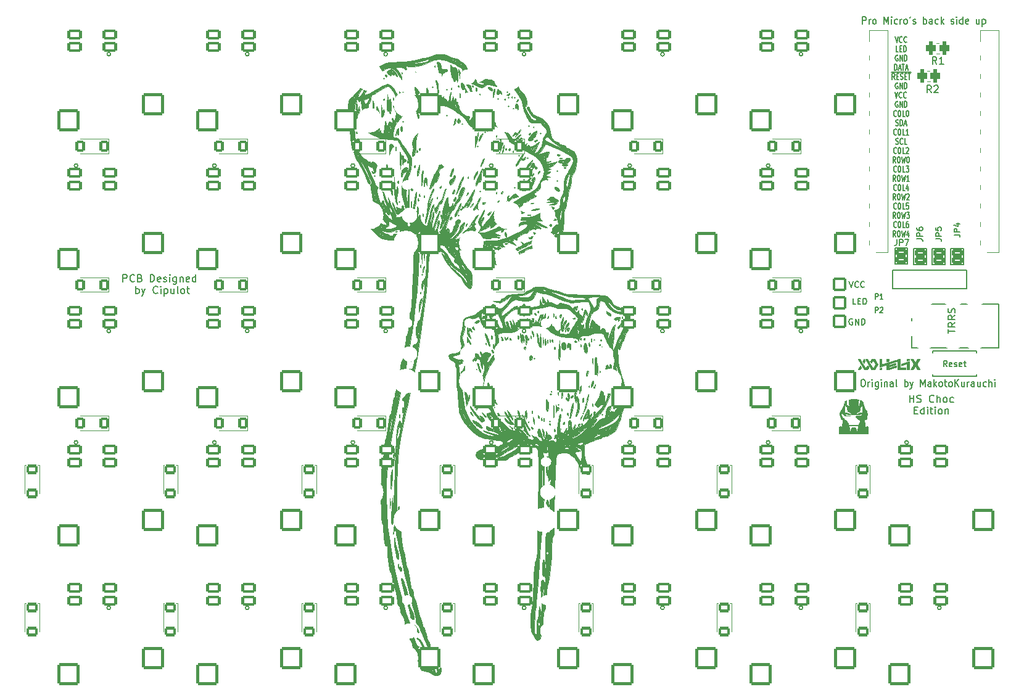
<source format=gbr>
G04 #@! TF.GenerationSoftware,KiCad,Pcbnew,(6.0.0)*
G04 #@! TF.CreationDate,2021-12-26T21:23:53+01:00*
G04 #@! TF.ProjectId,helixhschoc,68656c69-7868-4736-9368-6f632e6b6963,rev?*
G04 #@! TF.SameCoordinates,Original*
G04 #@! TF.FileFunction,Legend,Top*
G04 #@! TF.FilePolarity,Positive*
%FSLAX46Y46*%
G04 Gerber Fmt 4.6, Leading zero omitted, Abs format (unit mm)*
G04 Created by KiCad (PCBNEW (6.0.0)) date 2021-12-26 21:23:53*
%MOMM*%
%LPD*%
G01*
G04 APERTURE LIST*
G04 Aperture macros list*
%AMRoundRect*
0 Rectangle with rounded corners*
0 $1 Rounding radius*
0 $2 $3 $4 $5 $6 $7 $8 $9 X,Y pos of 4 corners*
0 Add a 4 corners polygon primitive as box body*
4,1,4,$2,$3,$4,$5,$6,$7,$8,$9,$2,$3,0*
0 Add four circle primitives for the rounded corners*
1,1,$1+$1,$2,$3*
1,1,$1+$1,$4,$5*
1,1,$1+$1,$6,$7*
1,1,$1+$1,$8,$9*
0 Add four rect primitives between the rounded corners*
20,1,$1+$1,$2,$3,$4,$5,0*
20,1,$1+$1,$4,$5,$6,$7,0*
20,1,$1+$1,$6,$7,$8,$9,0*
20,1,$1+$1,$8,$9,$2,$3,0*%
G04 Aperture macros list end*
%ADD10C,0.150000*%
%ADD11C,0.010000*%
%ADD12C,0.120000*%
%ADD13C,1.397000*%
%ADD14C,2.000000*%
%ADD15C,1.200000*%
%ADD16O,2.500000X1.700000*%
%ADD17C,2.200000*%
%ADD18C,3.400000*%
%ADD19C,2.101800*%
%ADD20C,1.390600*%
%ADD21C,3.829000*%
%ADD22RoundRect,0.200000X-1.300000X-1.300000X1.300000X-1.300000X1.300000X1.300000X-1.300000X1.300000X0*%
%ADD23RoundRect,0.200000X0.450000X0.600000X-0.450000X0.600000X-0.450000X-0.600000X0.450000X-0.600000X0*%
%ADD24C,1.924000*%
%ADD25RoundRect,0.200000X-0.600000X0.450000X-0.600000X-0.450000X0.600000X-0.450000X0.600000X0.450000X0*%
%ADD26RoundRect,0.449998X-0.262502X-0.450002X0.262502X-0.450002X0.262502X0.450002X-0.262502X0.450002X0*%
%ADD27RoundRect,0.200000X-0.571500X0.317500X-0.571500X-0.317500X0.571500X-0.317500X0.571500X0.317500X0*%
%ADD28C,5.100400*%
%ADD29RoundRect,0.200000X-0.800000X-0.500000X0.800000X-0.500000X0.800000X0.500000X-0.800000X0.500000X0*%
%ADD30C,1.797000*%
%ADD31RoundRect,0.200000X0.800000X0.500000X-0.800000X0.500000X-0.800000X-0.500000X0.800000X-0.500000X0*%
%ADD32C,2.400000*%
%ADD33RoundRect,0.200000X-0.762000X-0.762000X0.762000X-0.762000X0.762000X0.762000X-0.762000X0.762000X0*%
%ADD34C,1.600000*%
%ADD35O,2.900000X2.100000*%
%ADD36C,2.600000*%
G04 APERTURE END LIST*
D10*
X197973397Y-53189720D02*
X197916254Y-53151015D01*
X197830540Y-53151015D01*
X197744825Y-53189720D01*
X197687682Y-53267129D01*
X197659111Y-53344539D01*
X197630540Y-53499358D01*
X197630540Y-53615472D01*
X197659111Y-53770291D01*
X197687682Y-53847700D01*
X197744825Y-53925110D01*
X197830540Y-53963815D01*
X197887682Y-53963815D01*
X197973397Y-53925110D01*
X198001968Y-53886405D01*
X198001968Y-53615472D01*
X197887682Y-53615472D01*
X198259111Y-53963815D02*
X198259111Y-53151015D01*
X198601968Y-53963815D01*
X198601968Y-53151015D01*
X198887682Y-53963815D02*
X198887682Y-53151015D01*
X199030540Y-53151015D01*
X199116254Y-53189720D01*
X199173397Y-53267129D01*
X199201968Y-53344539D01*
X199230540Y-53499358D01*
X199230540Y-53615472D01*
X199201968Y-53770291D01*
X199173397Y-53847700D01*
X199116254Y-53925110D01*
X199030540Y-53963815D01*
X198887682Y-53963815D01*
X197573160Y-58231015D02*
X197773160Y-59043815D01*
X197973160Y-58231015D01*
X198516017Y-58966405D02*
X198487445Y-59005110D01*
X198401731Y-59043815D01*
X198344588Y-59043815D01*
X198258874Y-59005110D01*
X198201731Y-58927700D01*
X198173160Y-58850291D01*
X198144588Y-58695472D01*
X198144588Y-58579358D01*
X198173160Y-58424539D01*
X198201731Y-58347129D01*
X198258874Y-58269720D01*
X198344588Y-58231015D01*
X198401731Y-58231015D01*
X198487445Y-58269720D01*
X198516017Y-58308424D01*
X199116017Y-58966405D02*
X199087445Y-59005110D01*
X199001731Y-59043815D01*
X198944588Y-59043815D01*
X198858874Y-59005110D01*
X198801731Y-58927700D01*
X198773160Y-58850291D01*
X198744588Y-58695472D01*
X198744588Y-58579358D01*
X198773160Y-58424539D01*
X198801731Y-58347129D01*
X198858874Y-58269720D01*
X198944588Y-58231015D01*
X199001731Y-58231015D01*
X199087445Y-58269720D01*
X199116017Y-58308424D01*
X197973397Y-59539720D02*
X197916254Y-59501015D01*
X197830540Y-59501015D01*
X197744825Y-59539720D01*
X197687682Y-59617129D01*
X197659111Y-59694539D01*
X197630540Y-59849358D01*
X197630540Y-59965472D01*
X197659111Y-60120291D01*
X197687682Y-60197700D01*
X197744825Y-60275110D01*
X197830540Y-60313815D01*
X197887682Y-60313815D01*
X197973397Y-60275110D01*
X198001968Y-60236405D01*
X198001968Y-59965472D01*
X197887682Y-59965472D01*
X198259111Y-60313815D02*
X198259111Y-59501015D01*
X198601968Y-60313815D01*
X198601968Y-59501015D01*
X198887682Y-60313815D02*
X198887682Y-59501015D01*
X199030540Y-59501015D01*
X199116254Y-59539720D01*
X199173397Y-59617129D01*
X199201968Y-59694539D01*
X199230540Y-59849358D01*
X199230540Y-59965472D01*
X199201968Y-60120291D01*
X199173397Y-60197700D01*
X199116254Y-60275110D01*
X199030540Y-60313815D01*
X198887682Y-60313815D01*
X197673397Y-73013815D02*
X197473397Y-72626767D01*
X197330540Y-73013815D02*
X197330540Y-72201015D01*
X197559111Y-72201015D01*
X197616254Y-72239720D01*
X197644825Y-72278424D01*
X197673397Y-72355834D01*
X197673397Y-72471948D01*
X197644825Y-72549358D01*
X197616254Y-72588062D01*
X197559111Y-72626767D01*
X197330540Y-72626767D01*
X198044825Y-72201015D02*
X198159111Y-72201015D01*
X198216254Y-72239720D01*
X198273397Y-72317129D01*
X198301968Y-72471948D01*
X198301968Y-72742881D01*
X198273397Y-72897700D01*
X198216254Y-72975110D01*
X198159111Y-73013815D01*
X198044825Y-73013815D01*
X197987682Y-72975110D01*
X197930540Y-72897700D01*
X197901968Y-72742881D01*
X197901968Y-72471948D01*
X197930540Y-72317129D01*
X197987682Y-72239720D01*
X198044825Y-72201015D01*
X198501968Y-72201015D02*
X198644825Y-73013815D01*
X198759111Y-72433243D01*
X198873397Y-73013815D01*
X199016254Y-72201015D01*
X199216254Y-72278424D02*
X199244825Y-72239720D01*
X199301968Y-72201015D01*
X199444825Y-72201015D01*
X199501968Y-72239720D01*
X199530540Y-72278424D01*
X199559111Y-72355834D01*
X199559111Y-72433243D01*
X199530540Y-72549358D01*
X199187682Y-73013815D01*
X199559111Y-73013815D01*
X197673397Y-70473815D02*
X197473397Y-70086767D01*
X197330540Y-70473815D02*
X197330540Y-69661015D01*
X197559111Y-69661015D01*
X197616254Y-69699720D01*
X197644825Y-69738424D01*
X197673397Y-69815834D01*
X197673397Y-69931948D01*
X197644825Y-70009358D01*
X197616254Y-70048062D01*
X197559111Y-70086767D01*
X197330540Y-70086767D01*
X198044825Y-69661015D02*
X198159111Y-69661015D01*
X198216254Y-69699720D01*
X198273397Y-69777129D01*
X198301968Y-69931948D01*
X198301968Y-70202881D01*
X198273397Y-70357700D01*
X198216254Y-70435110D01*
X198159111Y-70473815D01*
X198044825Y-70473815D01*
X197987682Y-70435110D01*
X197930540Y-70357700D01*
X197901968Y-70202881D01*
X197901968Y-69931948D01*
X197930540Y-69777129D01*
X197987682Y-69699720D01*
X198044825Y-69661015D01*
X198501968Y-69661015D02*
X198644825Y-70473815D01*
X198759111Y-69893243D01*
X198873397Y-70473815D01*
X199016254Y-69661015D01*
X199559111Y-70473815D02*
X199216254Y-70473815D01*
X199387682Y-70473815D02*
X199387682Y-69661015D01*
X199330540Y-69777129D01*
X199273397Y-69854539D01*
X199216254Y-69893243D01*
X197773397Y-61506405D02*
X197744825Y-61545110D01*
X197659111Y-61583815D01*
X197601968Y-61583815D01*
X197516254Y-61545110D01*
X197459111Y-61467700D01*
X197430540Y-61390291D01*
X197401968Y-61235472D01*
X197401968Y-61119358D01*
X197430540Y-60964539D01*
X197459111Y-60887129D01*
X197516254Y-60809720D01*
X197601968Y-60771015D01*
X197659111Y-60771015D01*
X197744825Y-60809720D01*
X197773397Y-60848424D01*
X198144825Y-60771015D02*
X198259111Y-60771015D01*
X198316254Y-60809720D01*
X198373397Y-60887129D01*
X198401968Y-61041948D01*
X198401968Y-61312881D01*
X198373397Y-61467700D01*
X198316254Y-61545110D01*
X198259111Y-61583815D01*
X198144825Y-61583815D01*
X198087682Y-61545110D01*
X198030540Y-61467700D01*
X198001968Y-61312881D01*
X198001968Y-61041948D01*
X198030540Y-60887129D01*
X198087682Y-60809720D01*
X198144825Y-60771015D01*
X198944825Y-61583815D02*
X198659111Y-61583815D01*
X198659111Y-60771015D01*
X199259111Y-60771015D02*
X199316254Y-60771015D01*
X199373397Y-60809720D01*
X199401968Y-60848424D01*
X199430540Y-60925834D01*
X199459111Y-61080653D01*
X199459111Y-61274177D01*
X199430540Y-61428996D01*
X199401968Y-61506405D01*
X199373397Y-61545110D01*
X199316254Y-61583815D01*
X199259111Y-61583815D01*
X199201968Y-61545110D01*
X199173397Y-61506405D01*
X199144825Y-61428996D01*
X199116254Y-61274177D01*
X199116254Y-61080653D01*
X199144825Y-60925834D01*
X199173397Y-60848424D01*
X199201968Y-60809720D01*
X199259111Y-60771015D01*
X197773397Y-64046405D02*
X197744825Y-64085110D01*
X197659111Y-64123815D01*
X197601968Y-64123815D01*
X197516254Y-64085110D01*
X197459111Y-64007700D01*
X197430540Y-63930291D01*
X197401968Y-63775472D01*
X197401968Y-63659358D01*
X197430540Y-63504539D01*
X197459111Y-63427129D01*
X197516254Y-63349720D01*
X197601968Y-63311015D01*
X197659111Y-63311015D01*
X197744825Y-63349720D01*
X197773397Y-63388424D01*
X198144825Y-63311015D02*
X198259111Y-63311015D01*
X198316254Y-63349720D01*
X198373397Y-63427129D01*
X198401968Y-63581948D01*
X198401968Y-63852881D01*
X198373397Y-64007700D01*
X198316254Y-64085110D01*
X198259111Y-64123815D01*
X198144825Y-64123815D01*
X198087682Y-64085110D01*
X198030540Y-64007700D01*
X198001968Y-63852881D01*
X198001968Y-63581948D01*
X198030540Y-63427129D01*
X198087682Y-63349720D01*
X198144825Y-63311015D01*
X198944825Y-64123815D02*
X198659111Y-64123815D01*
X198659111Y-63311015D01*
X199459111Y-64123815D02*
X199116254Y-64123815D01*
X199287682Y-64123815D02*
X199287682Y-63311015D01*
X199230540Y-63427129D01*
X199173397Y-63504539D01*
X199116254Y-63543243D01*
X198044825Y-52693815D02*
X197759111Y-52693815D01*
X197759111Y-51881015D01*
X198244825Y-52268062D02*
X198444825Y-52268062D01*
X198530540Y-52693815D02*
X198244825Y-52693815D01*
X198244825Y-51881015D01*
X198530540Y-51881015D01*
X198787682Y-52693815D02*
X198787682Y-51881015D01*
X198930540Y-51881015D01*
X199016254Y-51919720D01*
X199073397Y-51997129D01*
X199101968Y-52074539D01*
X199130540Y-52229358D01*
X199130540Y-52345472D01*
X199101968Y-52500291D01*
X199073397Y-52577700D01*
X199016254Y-52655110D01*
X198930540Y-52693815D01*
X198787682Y-52693815D01*
X197630540Y-50611015D02*
X197830540Y-51423815D01*
X198030540Y-50611015D01*
X198573397Y-51346405D02*
X198544825Y-51385110D01*
X198459111Y-51423815D01*
X198401968Y-51423815D01*
X198316254Y-51385110D01*
X198259111Y-51307700D01*
X198230540Y-51230291D01*
X198201968Y-51075472D01*
X198201968Y-50959358D01*
X198230540Y-50804539D01*
X198259111Y-50727129D01*
X198316254Y-50649720D01*
X198401968Y-50611015D01*
X198459111Y-50611015D01*
X198544825Y-50649720D01*
X198573397Y-50688424D01*
X199173397Y-51346405D02*
X199144825Y-51385110D01*
X199059111Y-51423815D01*
X199001968Y-51423815D01*
X198916254Y-51385110D01*
X198859111Y-51307700D01*
X198830540Y-51230291D01*
X198801968Y-51075472D01*
X198801968Y-50959358D01*
X198830540Y-50804539D01*
X198859111Y-50727129D01*
X198916254Y-50649720D01*
X199001968Y-50611015D01*
X199059111Y-50611015D01*
X199144825Y-50649720D01*
X199173397Y-50688424D01*
X191752703Y-89402920D02*
X191675294Y-89364215D01*
X191559180Y-89364215D01*
X191443065Y-89402920D01*
X191365656Y-89480329D01*
X191326951Y-89557739D01*
X191288246Y-89712558D01*
X191288246Y-89828672D01*
X191326951Y-89983491D01*
X191365656Y-90060900D01*
X191443065Y-90138310D01*
X191559180Y-90177015D01*
X191636589Y-90177015D01*
X191752703Y-90138310D01*
X191791408Y-90099605D01*
X191791408Y-89828672D01*
X191636589Y-89828672D01*
X192139751Y-90177015D02*
X192139751Y-89364215D01*
X192604208Y-90177015D01*
X192604208Y-89364215D01*
X192991256Y-90177015D02*
X192991256Y-89364215D01*
X193184780Y-89364215D01*
X193300894Y-89402920D01*
X193378303Y-89480329D01*
X193417008Y-89557739D01*
X193455713Y-89712558D01*
X193455713Y-89828672D01*
X193417008Y-89983491D01*
X193378303Y-90060900D01*
X193300894Y-90138310D01*
X193184780Y-90177015D01*
X192991256Y-90177015D01*
X192208025Y-87345235D02*
X191820978Y-87345235D01*
X191820978Y-86532435D01*
X192478959Y-86919482D02*
X192749892Y-86919482D01*
X192866006Y-87345235D02*
X192478959Y-87345235D01*
X192478959Y-86532435D01*
X192866006Y-86532435D01*
X193214349Y-87345235D02*
X193214349Y-86532435D01*
X193407873Y-86532435D01*
X193523987Y-86571140D01*
X193601397Y-86648549D01*
X193640101Y-86725959D01*
X193678806Y-86880778D01*
X193678806Y-86996892D01*
X193640101Y-87151711D01*
X193601397Y-87229120D01*
X193523987Y-87306530D01*
X193407873Y-87345235D01*
X193214349Y-87345235D01*
X197773397Y-76746405D02*
X197744825Y-76785110D01*
X197659111Y-76823815D01*
X197601968Y-76823815D01*
X197516254Y-76785110D01*
X197459111Y-76707700D01*
X197430540Y-76630291D01*
X197401968Y-76475472D01*
X197401968Y-76359358D01*
X197430540Y-76204539D01*
X197459111Y-76127129D01*
X197516254Y-76049720D01*
X197601968Y-76011015D01*
X197659111Y-76011015D01*
X197744825Y-76049720D01*
X197773397Y-76088424D01*
X198144825Y-76011015D02*
X198259111Y-76011015D01*
X198316254Y-76049720D01*
X198373397Y-76127129D01*
X198401968Y-76281948D01*
X198401968Y-76552881D01*
X198373397Y-76707700D01*
X198316254Y-76785110D01*
X198259111Y-76823815D01*
X198144825Y-76823815D01*
X198087682Y-76785110D01*
X198030540Y-76707700D01*
X198001968Y-76552881D01*
X198001968Y-76281948D01*
X198030540Y-76127129D01*
X198087682Y-76049720D01*
X198144825Y-76011015D01*
X198944825Y-76823815D02*
X198659111Y-76823815D01*
X198659111Y-76011015D01*
X199401968Y-76011015D02*
X199287682Y-76011015D01*
X199230540Y-76049720D01*
X199201968Y-76088424D01*
X199144825Y-76204539D01*
X199116254Y-76359358D01*
X199116254Y-76668996D01*
X199144825Y-76746405D01*
X199173397Y-76785110D01*
X199230540Y-76823815D01*
X199344825Y-76823815D01*
X199401968Y-76785110D01*
X199430540Y-76746405D01*
X199459111Y-76668996D01*
X199459111Y-76475472D01*
X199430540Y-76398062D01*
X199401968Y-76359358D01*
X199344825Y-76320653D01*
X199230540Y-76320653D01*
X199173397Y-76359358D01*
X199144825Y-76398062D01*
X199116254Y-76475472D01*
X197530540Y-55233815D02*
X197530540Y-54421015D01*
X197673397Y-54421015D01*
X197759111Y-54459720D01*
X197816254Y-54537129D01*
X197844825Y-54614539D01*
X197873397Y-54769358D01*
X197873397Y-54885472D01*
X197844825Y-55040291D01*
X197816254Y-55117700D01*
X197759111Y-55195110D01*
X197673397Y-55233815D01*
X197530540Y-55233815D01*
X198101968Y-55001586D02*
X198387682Y-55001586D01*
X198044825Y-55233815D02*
X198244825Y-54421015D01*
X198444825Y-55233815D01*
X198559111Y-54421015D02*
X198901968Y-54421015D01*
X198730540Y-55233815D02*
X198730540Y-54421015D01*
X199073397Y-55001586D02*
X199359111Y-55001586D01*
X199016254Y-55233815D02*
X199216254Y-54421015D01*
X199416254Y-55233815D01*
X193119111Y-48899920D02*
X193119111Y-47899920D01*
X193461968Y-47899920D01*
X193547682Y-47947540D01*
X193590540Y-47995159D01*
X193633397Y-48090397D01*
X193633397Y-48233254D01*
X193590540Y-48328492D01*
X193547682Y-48376111D01*
X193461968Y-48423730D01*
X193119111Y-48423730D01*
X194019111Y-48899920D02*
X194019111Y-48233254D01*
X194019111Y-48423730D02*
X194061968Y-48328492D01*
X194104825Y-48280873D01*
X194190540Y-48233254D01*
X194276254Y-48233254D01*
X194704825Y-48899920D02*
X194619111Y-48852301D01*
X194576254Y-48804682D01*
X194533397Y-48709444D01*
X194533397Y-48423730D01*
X194576254Y-48328492D01*
X194619111Y-48280873D01*
X194704825Y-48233254D01*
X194833397Y-48233254D01*
X194919111Y-48280873D01*
X194961968Y-48328492D01*
X195004825Y-48423730D01*
X195004825Y-48709444D01*
X194961968Y-48804682D01*
X194919111Y-48852301D01*
X194833397Y-48899920D01*
X194704825Y-48899920D01*
X196076254Y-48899920D02*
X196076254Y-47899920D01*
X196376254Y-48614206D01*
X196676254Y-47899920D01*
X196676254Y-48899920D01*
X197104825Y-48899920D02*
X197104825Y-48233254D01*
X197104825Y-47899920D02*
X197061968Y-47947540D01*
X197104825Y-47995159D01*
X197147682Y-47947540D01*
X197104825Y-47899920D01*
X197104825Y-47995159D01*
X197919111Y-48852301D02*
X197833397Y-48899920D01*
X197661968Y-48899920D01*
X197576254Y-48852301D01*
X197533397Y-48804682D01*
X197490540Y-48709444D01*
X197490540Y-48423730D01*
X197533397Y-48328492D01*
X197576254Y-48280873D01*
X197661968Y-48233254D01*
X197833397Y-48233254D01*
X197919111Y-48280873D01*
X198304825Y-48899920D02*
X198304825Y-48233254D01*
X198304825Y-48423730D02*
X198347682Y-48328492D01*
X198390540Y-48280873D01*
X198476254Y-48233254D01*
X198561968Y-48233254D01*
X198990540Y-48899920D02*
X198904825Y-48852301D01*
X198861968Y-48804682D01*
X198819111Y-48709444D01*
X198819111Y-48423730D01*
X198861968Y-48328492D01*
X198904825Y-48280873D01*
X198990540Y-48233254D01*
X199119111Y-48233254D01*
X199204825Y-48280873D01*
X199247682Y-48328492D01*
X199290540Y-48423730D01*
X199290540Y-48709444D01*
X199247682Y-48804682D01*
X199204825Y-48852301D01*
X199119111Y-48899920D01*
X198990540Y-48899920D01*
X199719111Y-47899920D02*
X199633397Y-48090397D01*
X200061968Y-48852301D02*
X200147682Y-48899920D01*
X200319111Y-48899920D01*
X200404825Y-48852301D01*
X200447682Y-48757063D01*
X200447682Y-48709444D01*
X200404825Y-48614206D01*
X200319111Y-48566587D01*
X200190540Y-48566587D01*
X200104825Y-48518968D01*
X200061968Y-48423730D01*
X200061968Y-48376111D01*
X200104825Y-48280873D01*
X200190540Y-48233254D01*
X200319111Y-48233254D01*
X200404825Y-48280873D01*
X201519111Y-48899920D02*
X201519111Y-47899920D01*
X201519111Y-48280873D02*
X201604825Y-48233254D01*
X201776254Y-48233254D01*
X201861968Y-48280873D01*
X201904825Y-48328492D01*
X201947682Y-48423730D01*
X201947682Y-48709444D01*
X201904825Y-48804682D01*
X201861968Y-48852301D01*
X201776254Y-48899920D01*
X201604825Y-48899920D01*
X201519111Y-48852301D01*
X202719111Y-48899920D02*
X202719111Y-48376111D01*
X202676254Y-48280873D01*
X202590540Y-48233254D01*
X202419111Y-48233254D01*
X202333397Y-48280873D01*
X202719111Y-48852301D02*
X202633397Y-48899920D01*
X202419111Y-48899920D01*
X202333397Y-48852301D01*
X202290540Y-48757063D01*
X202290540Y-48661825D01*
X202333397Y-48566587D01*
X202419111Y-48518968D01*
X202633397Y-48518968D01*
X202719111Y-48471349D01*
X203533397Y-48852301D02*
X203447682Y-48899920D01*
X203276254Y-48899920D01*
X203190540Y-48852301D01*
X203147682Y-48804682D01*
X203104825Y-48709444D01*
X203104825Y-48423730D01*
X203147682Y-48328492D01*
X203190540Y-48280873D01*
X203276254Y-48233254D01*
X203447682Y-48233254D01*
X203533397Y-48280873D01*
X203919111Y-48899920D02*
X203919111Y-47899920D01*
X204004825Y-48518968D02*
X204261968Y-48899920D01*
X204261968Y-48233254D02*
X203919111Y-48614206D01*
X205290540Y-48852301D02*
X205376254Y-48899920D01*
X205547682Y-48899920D01*
X205633397Y-48852301D01*
X205676254Y-48757063D01*
X205676254Y-48709444D01*
X205633397Y-48614206D01*
X205547682Y-48566587D01*
X205419111Y-48566587D01*
X205333397Y-48518968D01*
X205290540Y-48423730D01*
X205290540Y-48376111D01*
X205333397Y-48280873D01*
X205419111Y-48233254D01*
X205547682Y-48233254D01*
X205633397Y-48280873D01*
X206061968Y-48899920D02*
X206061968Y-48233254D01*
X206061968Y-47899920D02*
X206019111Y-47947540D01*
X206061968Y-47995159D01*
X206104825Y-47947540D01*
X206061968Y-47899920D01*
X206061968Y-47995159D01*
X206876254Y-48899920D02*
X206876254Y-47899920D01*
X206876254Y-48852301D02*
X206790540Y-48899920D01*
X206619111Y-48899920D01*
X206533397Y-48852301D01*
X206490540Y-48804682D01*
X206447682Y-48709444D01*
X206447682Y-48423730D01*
X206490540Y-48328492D01*
X206533397Y-48280873D01*
X206619111Y-48233254D01*
X206790540Y-48233254D01*
X206876254Y-48280873D01*
X207647682Y-48852301D02*
X207561968Y-48899920D01*
X207390540Y-48899920D01*
X207304825Y-48852301D01*
X207261968Y-48757063D01*
X207261968Y-48376111D01*
X207304825Y-48280873D01*
X207390540Y-48233254D01*
X207561968Y-48233254D01*
X207647682Y-48280873D01*
X207690540Y-48376111D01*
X207690540Y-48471349D01*
X207261968Y-48566587D01*
X209147682Y-48233254D02*
X209147682Y-48899920D01*
X208761968Y-48233254D02*
X208761968Y-48757063D01*
X208804825Y-48852301D01*
X208890540Y-48899920D01*
X209019111Y-48899920D01*
X209104825Y-48852301D01*
X209147682Y-48804682D01*
X209576254Y-48233254D02*
X209576254Y-49233254D01*
X209576254Y-48280873D02*
X209661968Y-48233254D01*
X209833397Y-48233254D01*
X209919111Y-48280873D01*
X209961968Y-48328492D01*
X210004825Y-48423730D01*
X210004825Y-48709444D01*
X209961968Y-48804682D01*
X209919111Y-48852301D01*
X209833397Y-48899920D01*
X209661968Y-48899920D01*
X209576254Y-48852301D01*
X191288246Y-84232435D02*
X191559180Y-85045235D01*
X191830113Y-84232435D01*
X192565503Y-84967825D02*
X192526799Y-85006530D01*
X192410684Y-85045235D01*
X192333275Y-85045235D01*
X192217160Y-85006530D01*
X192139751Y-84929120D01*
X192101046Y-84851711D01*
X192062341Y-84696892D01*
X192062341Y-84580778D01*
X192101046Y-84425959D01*
X192139751Y-84348549D01*
X192217160Y-84271140D01*
X192333275Y-84232435D01*
X192410684Y-84232435D01*
X192526799Y-84271140D01*
X192565503Y-84309844D01*
X193378303Y-84967825D02*
X193339599Y-85006530D01*
X193223484Y-85045235D01*
X193146075Y-85045235D01*
X193029960Y-85006530D01*
X192952551Y-84929120D01*
X192913846Y-84851711D01*
X192875141Y-84696892D01*
X192875141Y-84580778D01*
X192913846Y-84425959D01*
X192952551Y-84348549D01*
X193029960Y-84271140D01*
X193146075Y-84232435D01*
X193223484Y-84232435D01*
X193339599Y-84271140D01*
X193378303Y-84309844D01*
X197673397Y-78093815D02*
X197473397Y-77706767D01*
X197330540Y-78093815D02*
X197330540Y-77281015D01*
X197559111Y-77281015D01*
X197616254Y-77319720D01*
X197644825Y-77358424D01*
X197673397Y-77435834D01*
X197673397Y-77551948D01*
X197644825Y-77629358D01*
X197616254Y-77668062D01*
X197559111Y-77706767D01*
X197330540Y-77706767D01*
X198044825Y-77281015D02*
X198159111Y-77281015D01*
X198216254Y-77319720D01*
X198273397Y-77397129D01*
X198301968Y-77551948D01*
X198301968Y-77822881D01*
X198273397Y-77977700D01*
X198216254Y-78055110D01*
X198159111Y-78093815D01*
X198044825Y-78093815D01*
X197987682Y-78055110D01*
X197930540Y-77977700D01*
X197901968Y-77822881D01*
X197901968Y-77551948D01*
X197930540Y-77397129D01*
X197987682Y-77319720D01*
X198044825Y-77281015D01*
X198501968Y-77281015D02*
X198644825Y-78093815D01*
X198759111Y-77513243D01*
X198873397Y-78093815D01*
X199016254Y-77281015D01*
X199501968Y-77551948D02*
X199501968Y-78093815D01*
X199359111Y-77242310D02*
X199216254Y-77822881D01*
X199587682Y-77822881D01*
X197773397Y-66586405D02*
X197744825Y-66625110D01*
X197659111Y-66663815D01*
X197601968Y-66663815D01*
X197516254Y-66625110D01*
X197459111Y-66547700D01*
X197430540Y-66470291D01*
X197401968Y-66315472D01*
X197401968Y-66199358D01*
X197430540Y-66044539D01*
X197459111Y-65967129D01*
X197516254Y-65889720D01*
X197601968Y-65851015D01*
X197659111Y-65851015D01*
X197744825Y-65889720D01*
X197773397Y-65928424D01*
X198144825Y-65851015D02*
X198259111Y-65851015D01*
X198316254Y-65889720D01*
X198373397Y-65967129D01*
X198401968Y-66121948D01*
X198401968Y-66392881D01*
X198373397Y-66547700D01*
X198316254Y-66625110D01*
X198259111Y-66663815D01*
X198144825Y-66663815D01*
X198087682Y-66625110D01*
X198030540Y-66547700D01*
X198001968Y-66392881D01*
X198001968Y-66121948D01*
X198030540Y-65967129D01*
X198087682Y-65889720D01*
X198144825Y-65851015D01*
X198944825Y-66663815D02*
X198659111Y-66663815D01*
X198659111Y-65851015D01*
X199116254Y-65928424D02*
X199144825Y-65889720D01*
X199201968Y-65851015D01*
X199344825Y-65851015D01*
X199401968Y-65889720D01*
X199430540Y-65928424D01*
X199459111Y-66005834D01*
X199459111Y-66083243D01*
X199430540Y-66199358D01*
X199087682Y-66663815D01*
X199459111Y-66663815D01*
X197701968Y-62815110D02*
X197787682Y-62853815D01*
X197930540Y-62853815D01*
X197987682Y-62815110D01*
X198016254Y-62776405D01*
X198044825Y-62698996D01*
X198044825Y-62621586D01*
X198016254Y-62544177D01*
X197987682Y-62505472D01*
X197930540Y-62466767D01*
X197816254Y-62428062D01*
X197759111Y-62389358D01*
X197730540Y-62350653D01*
X197701968Y-62273243D01*
X197701968Y-62195834D01*
X197730540Y-62118424D01*
X197759111Y-62079720D01*
X197816254Y-62041015D01*
X197959111Y-62041015D01*
X198044825Y-62079720D01*
X198301968Y-62853815D02*
X198301968Y-62041015D01*
X198444825Y-62041015D01*
X198530540Y-62079720D01*
X198587682Y-62157129D01*
X198616254Y-62234539D01*
X198644825Y-62389358D01*
X198644825Y-62505472D01*
X198616254Y-62660291D01*
X198587682Y-62737700D01*
X198530540Y-62815110D01*
X198444825Y-62853815D01*
X198301968Y-62853815D01*
X198873397Y-62621586D02*
X199159111Y-62621586D01*
X198816254Y-62853815D02*
X199016254Y-62041015D01*
X199216254Y-62853815D01*
X197773397Y-71666405D02*
X197744825Y-71705110D01*
X197659111Y-71743815D01*
X197601968Y-71743815D01*
X197516254Y-71705110D01*
X197459111Y-71627700D01*
X197430540Y-71550291D01*
X197401968Y-71395472D01*
X197401968Y-71279358D01*
X197430540Y-71124539D01*
X197459111Y-71047129D01*
X197516254Y-70969720D01*
X197601968Y-70931015D01*
X197659111Y-70931015D01*
X197744825Y-70969720D01*
X197773397Y-71008424D01*
X198144825Y-70931015D02*
X198259111Y-70931015D01*
X198316254Y-70969720D01*
X198373397Y-71047129D01*
X198401968Y-71201948D01*
X198401968Y-71472881D01*
X198373397Y-71627700D01*
X198316254Y-71705110D01*
X198259111Y-71743815D01*
X198144825Y-71743815D01*
X198087682Y-71705110D01*
X198030540Y-71627700D01*
X198001968Y-71472881D01*
X198001968Y-71201948D01*
X198030540Y-71047129D01*
X198087682Y-70969720D01*
X198144825Y-70931015D01*
X198944825Y-71743815D02*
X198659111Y-71743815D01*
X198659111Y-70931015D01*
X199401968Y-71201948D02*
X199401968Y-71743815D01*
X199259111Y-70892310D02*
X199116254Y-71472881D01*
X199487682Y-71472881D01*
X197673397Y-67933815D02*
X197473397Y-67546767D01*
X197330540Y-67933815D02*
X197330540Y-67121015D01*
X197559111Y-67121015D01*
X197616254Y-67159720D01*
X197644825Y-67198424D01*
X197673397Y-67275834D01*
X197673397Y-67391948D01*
X197644825Y-67469358D01*
X197616254Y-67508062D01*
X197559111Y-67546767D01*
X197330540Y-67546767D01*
X198044825Y-67121015D02*
X198159111Y-67121015D01*
X198216254Y-67159720D01*
X198273397Y-67237129D01*
X198301968Y-67391948D01*
X198301968Y-67662881D01*
X198273397Y-67817700D01*
X198216254Y-67895110D01*
X198159111Y-67933815D01*
X198044825Y-67933815D01*
X197987682Y-67895110D01*
X197930540Y-67817700D01*
X197901968Y-67662881D01*
X197901968Y-67391948D01*
X197930540Y-67237129D01*
X197987682Y-67159720D01*
X198044825Y-67121015D01*
X198501968Y-67121015D02*
X198644825Y-67933815D01*
X198759111Y-67353243D01*
X198873397Y-67933815D01*
X199016254Y-67121015D01*
X199359111Y-67121015D02*
X199416254Y-67121015D01*
X199473397Y-67159720D01*
X199501968Y-67198424D01*
X199530540Y-67275834D01*
X199559111Y-67430653D01*
X199559111Y-67624177D01*
X199530540Y-67778996D01*
X199501968Y-67856405D01*
X199473397Y-67895110D01*
X199416254Y-67933815D01*
X199359111Y-67933815D01*
X199301968Y-67895110D01*
X199273397Y-67856405D01*
X199244825Y-67778996D01*
X199216254Y-67624177D01*
X199216254Y-67430653D01*
X199244825Y-67275834D01*
X199273397Y-67198424D01*
X199301968Y-67159720D01*
X199359111Y-67121015D01*
X197716254Y-65355110D02*
X197801968Y-65393815D01*
X197944825Y-65393815D01*
X198001968Y-65355110D01*
X198030540Y-65316405D01*
X198059111Y-65238996D01*
X198059111Y-65161586D01*
X198030540Y-65084177D01*
X198001968Y-65045472D01*
X197944825Y-65006767D01*
X197830540Y-64968062D01*
X197773397Y-64929358D01*
X197744825Y-64890653D01*
X197716254Y-64813243D01*
X197716254Y-64735834D01*
X197744825Y-64658424D01*
X197773397Y-64619720D01*
X197830540Y-64581015D01*
X197973397Y-64581015D01*
X198059111Y-64619720D01*
X198659111Y-65316405D02*
X198630540Y-65355110D01*
X198544825Y-65393815D01*
X198487682Y-65393815D01*
X198401968Y-65355110D01*
X198344825Y-65277700D01*
X198316254Y-65200291D01*
X198287682Y-65045472D01*
X198287682Y-64929358D01*
X198316254Y-64774539D01*
X198344825Y-64697129D01*
X198401968Y-64619720D01*
X198487682Y-64581015D01*
X198544825Y-64581015D01*
X198630540Y-64619720D01*
X198659111Y-64658424D01*
X199201968Y-65393815D02*
X198916254Y-65393815D01*
X198916254Y-64581015D01*
X197773397Y-74206405D02*
X197744825Y-74245110D01*
X197659111Y-74283815D01*
X197601968Y-74283815D01*
X197516254Y-74245110D01*
X197459111Y-74167700D01*
X197430540Y-74090291D01*
X197401968Y-73935472D01*
X197401968Y-73819358D01*
X197430540Y-73664539D01*
X197459111Y-73587129D01*
X197516254Y-73509720D01*
X197601968Y-73471015D01*
X197659111Y-73471015D01*
X197744825Y-73509720D01*
X197773397Y-73548424D01*
X198144825Y-73471015D02*
X198259111Y-73471015D01*
X198316254Y-73509720D01*
X198373397Y-73587129D01*
X198401968Y-73741948D01*
X198401968Y-74012881D01*
X198373397Y-74167700D01*
X198316254Y-74245110D01*
X198259111Y-74283815D01*
X198144825Y-74283815D01*
X198087682Y-74245110D01*
X198030540Y-74167700D01*
X198001968Y-74012881D01*
X198001968Y-73741948D01*
X198030540Y-73587129D01*
X198087682Y-73509720D01*
X198144825Y-73471015D01*
X198944825Y-74283815D02*
X198659111Y-74283815D01*
X198659111Y-73471015D01*
X199430540Y-73471015D02*
X199144825Y-73471015D01*
X199116254Y-73858062D01*
X199144825Y-73819358D01*
X199201968Y-73780653D01*
X199344825Y-73780653D01*
X199401968Y-73819358D01*
X199430540Y-73858062D01*
X199459111Y-73935472D01*
X199459111Y-74128996D01*
X199430540Y-74206405D01*
X199401968Y-74245110D01*
X199344825Y-74283815D01*
X199201968Y-74283815D01*
X199144825Y-74245110D01*
X199116254Y-74206405D01*
X197973397Y-56999720D02*
X197916254Y-56961015D01*
X197830540Y-56961015D01*
X197744825Y-56999720D01*
X197687682Y-57077129D01*
X197659111Y-57154539D01*
X197630540Y-57309358D01*
X197630540Y-57425472D01*
X197659111Y-57580291D01*
X197687682Y-57657700D01*
X197744825Y-57735110D01*
X197830540Y-57773815D01*
X197887682Y-57773815D01*
X197973397Y-57735110D01*
X198001968Y-57696405D01*
X198001968Y-57425472D01*
X197887682Y-57425472D01*
X198259111Y-57773815D02*
X198259111Y-56961015D01*
X198601968Y-57773815D01*
X198601968Y-56961015D01*
X198887682Y-57773815D02*
X198887682Y-56961015D01*
X199030540Y-56961015D01*
X199116254Y-56999720D01*
X199173397Y-57077129D01*
X199201968Y-57154539D01*
X199230540Y-57309358D01*
X199230540Y-57425472D01*
X199201968Y-57580291D01*
X199173397Y-57657700D01*
X199116254Y-57735110D01*
X199030540Y-57773815D01*
X198887682Y-57773815D01*
X197073397Y-55461496D02*
X197673397Y-55461496D01*
X197559111Y-56503815D02*
X197359111Y-56116767D01*
X197216254Y-56503815D02*
X197216254Y-55691015D01*
X197444825Y-55691015D01*
X197501968Y-55729720D01*
X197530540Y-55768424D01*
X197559111Y-55845834D01*
X197559111Y-55961948D01*
X197530540Y-56039358D01*
X197501968Y-56078062D01*
X197444825Y-56116767D01*
X197216254Y-56116767D01*
X197673397Y-55461496D02*
X198216254Y-55461496D01*
X197816254Y-56078062D02*
X198016254Y-56078062D01*
X198101968Y-56503815D02*
X197816254Y-56503815D01*
X197816254Y-55691015D01*
X198101968Y-55691015D01*
X198216254Y-55461496D02*
X198787682Y-55461496D01*
X198330540Y-56465110D02*
X198416254Y-56503815D01*
X198559111Y-56503815D01*
X198616254Y-56465110D01*
X198644825Y-56426405D01*
X198673397Y-56348996D01*
X198673397Y-56271586D01*
X198644825Y-56194177D01*
X198616254Y-56155472D01*
X198559111Y-56116767D01*
X198444825Y-56078062D01*
X198387682Y-56039358D01*
X198359111Y-56000653D01*
X198330540Y-55923243D01*
X198330540Y-55845834D01*
X198359111Y-55768424D01*
X198387682Y-55729720D01*
X198444825Y-55691015D01*
X198587682Y-55691015D01*
X198673397Y-55729720D01*
X198787682Y-55461496D02*
X199330540Y-55461496D01*
X198930540Y-56078062D02*
X199130540Y-56078062D01*
X199216254Y-56503815D02*
X198930540Y-56503815D01*
X198930540Y-55691015D01*
X199216254Y-55691015D01*
X199330540Y-55461496D02*
X199787682Y-55461496D01*
X199387682Y-55691015D02*
X199730540Y-55691015D01*
X199559111Y-56503815D02*
X199559111Y-55691015D01*
X197773397Y-69126405D02*
X197744825Y-69165110D01*
X197659111Y-69203815D01*
X197601968Y-69203815D01*
X197516254Y-69165110D01*
X197459111Y-69087700D01*
X197430540Y-69010291D01*
X197401968Y-68855472D01*
X197401968Y-68739358D01*
X197430540Y-68584539D01*
X197459111Y-68507129D01*
X197516254Y-68429720D01*
X197601968Y-68391015D01*
X197659111Y-68391015D01*
X197744825Y-68429720D01*
X197773397Y-68468424D01*
X198144825Y-68391015D02*
X198259111Y-68391015D01*
X198316254Y-68429720D01*
X198373397Y-68507129D01*
X198401968Y-68661948D01*
X198401968Y-68932881D01*
X198373397Y-69087700D01*
X198316254Y-69165110D01*
X198259111Y-69203815D01*
X198144825Y-69203815D01*
X198087682Y-69165110D01*
X198030540Y-69087700D01*
X198001968Y-68932881D01*
X198001968Y-68661948D01*
X198030540Y-68507129D01*
X198087682Y-68429720D01*
X198144825Y-68391015D01*
X198944825Y-69203815D02*
X198659111Y-69203815D01*
X198659111Y-68391015D01*
X199087682Y-68391015D02*
X199459111Y-68391015D01*
X199259111Y-68700653D01*
X199344825Y-68700653D01*
X199401968Y-68739358D01*
X199430540Y-68778062D01*
X199459111Y-68855472D01*
X199459111Y-69048996D01*
X199430540Y-69126405D01*
X199401968Y-69165110D01*
X199344825Y-69203815D01*
X199173397Y-69203815D01*
X199116254Y-69165110D01*
X199087682Y-69126405D01*
X197673397Y-75541535D02*
X197473397Y-75154487D01*
X197330540Y-75541535D02*
X197330540Y-74728735D01*
X197559111Y-74728735D01*
X197616254Y-74767440D01*
X197644825Y-74806144D01*
X197673397Y-74883554D01*
X197673397Y-74999668D01*
X197644825Y-75077078D01*
X197616254Y-75115782D01*
X197559111Y-75154487D01*
X197330540Y-75154487D01*
X198044825Y-74728735D02*
X198159111Y-74728735D01*
X198216254Y-74767440D01*
X198273397Y-74844849D01*
X198301968Y-74999668D01*
X198301968Y-75270601D01*
X198273397Y-75425420D01*
X198216254Y-75502830D01*
X198159111Y-75541535D01*
X198044825Y-75541535D01*
X197987682Y-75502830D01*
X197930540Y-75425420D01*
X197901968Y-75270601D01*
X197901968Y-74999668D01*
X197930540Y-74844849D01*
X197987682Y-74767440D01*
X198044825Y-74728735D01*
X198501968Y-74728735D02*
X198644825Y-75541535D01*
X198759111Y-74960963D01*
X198873397Y-75541535D01*
X199016254Y-74728735D01*
X199187682Y-74728735D02*
X199559111Y-74728735D01*
X199359111Y-75038373D01*
X199444825Y-75038373D01*
X199501968Y-75077078D01*
X199530540Y-75115782D01*
X199559111Y-75193192D01*
X199559111Y-75386716D01*
X199530540Y-75464125D01*
X199501968Y-75502830D01*
X199444825Y-75541535D01*
X199273397Y-75541535D01*
X199216254Y-75502830D01*
X199187682Y-75464125D01*
X193135740Y-97676720D02*
X193307168Y-97676720D01*
X193392882Y-97724340D01*
X193478597Y-97819578D01*
X193521454Y-98010054D01*
X193521454Y-98343387D01*
X193478597Y-98533863D01*
X193392882Y-98629101D01*
X193307168Y-98676720D01*
X193135740Y-98676720D01*
X193050025Y-98629101D01*
X192964311Y-98533863D01*
X192921454Y-98343387D01*
X192921454Y-98010054D01*
X192964311Y-97819578D01*
X193050025Y-97724340D01*
X193135740Y-97676720D01*
X193907168Y-98676720D02*
X193907168Y-98010054D01*
X193907168Y-98200530D02*
X193950025Y-98105292D01*
X193992882Y-98057673D01*
X194078597Y-98010054D01*
X194164311Y-98010054D01*
X194464311Y-98676720D02*
X194464311Y-98010054D01*
X194464311Y-97676720D02*
X194421454Y-97724340D01*
X194464311Y-97771959D01*
X194507168Y-97724340D01*
X194464311Y-97676720D01*
X194464311Y-97771959D01*
X195278597Y-98010054D02*
X195278597Y-98819578D01*
X195235740Y-98914816D01*
X195192882Y-98962435D01*
X195107168Y-99010054D01*
X194978597Y-99010054D01*
X194892882Y-98962435D01*
X195278597Y-98629101D02*
X195192882Y-98676720D01*
X195021454Y-98676720D01*
X194935740Y-98629101D01*
X194892882Y-98581482D01*
X194850025Y-98486244D01*
X194850025Y-98200530D01*
X194892882Y-98105292D01*
X194935740Y-98057673D01*
X195021454Y-98010054D01*
X195192882Y-98010054D01*
X195278597Y-98057673D01*
X195707168Y-98676720D02*
X195707168Y-98010054D01*
X195707168Y-97676720D02*
X195664311Y-97724340D01*
X195707168Y-97771959D01*
X195750025Y-97724340D01*
X195707168Y-97676720D01*
X195707168Y-97771959D01*
X196135740Y-98010054D02*
X196135740Y-98676720D01*
X196135740Y-98105292D02*
X196178597Y-98057673D01*
X196264311Y-98010054D01*
X196392882Y-98010054D01*
X196478597Y-98057673D01*
X196521454Y-98152911D01*
X196521454Y-98676720D01*
X197335740Y-98676720D02*
X197335740Y-98152911D01*
X197292882Y-98057673D01*
X197207168Y-98010054D01*
X197035740Y-98010054D01*
X196950025Y-98057673D01*
X197335740Y-98629101D02*
X197250025Y-98676720D01*
X197035740Y-98676720D01*
X196950025Y-98629101D01*
X196907168Y-98533863D01*
X196907168Y-98438625D01*
X196950025Y-98343387D01*
X197035740Y-98295768D01*
X197250025Y-98295768D01*
X197335740Y-98248149D01*
X197892882Y-98676720D02*
X197807168Y-98629101D01*
X197764311Y-98533863D01*
X197764311Y-97676720D01*
X198921454Y-98676720D02*
X198921454Y-97676720D01*
X198921454Y-98057673D02*
X199007168Y-98010054D01*
X199178597Y-98010054D01*
X199264311Y-98057673D01*
X199307168Y-98105292D01*
X199350025Y-98200530D01*
X199350025Y-98486244D01*
X199307168Y-98581482D01*
X199264311Y-98629101D01*
X199178597Y-98676720D01*
X199007168Y-98676720D01*
X198921454Y-98629101D01*
X199650025Y-98010054D02*
X199864311Y-98676720D01*
X200078597Y-98010054D02*
X199864311Y-98676720D01*
X199778597Y-98914816D01*
X199735740Y-98962435D01*
X199650025Y-99010054D01*
X201107168Y-98676720D02*
X201107168Y-97676720D01*
X201407168Y-98391006D01*
X201707168Y-97676720D01*
X201707168Y-98676720D01*
X202521454Y-98676720D02*
X202521454Y-98152911D01*
X202478597Y-98057673D01*
X202392882Y-98010054D01*
X202221454Y-98010054D01*
X202135740Y-98057673D01*
X202521454Y-98629101D02*
X202435740Y-98676720D01*
X202221454Y-98676720D01*
X202135740Y-98629101D01*
X202092882Y-98533863D01*
X202092882Y-98438625D01*
X202135740Y-98343387D01*
X202221454Y-98295768D01*
X202435740Y-98295768D01*
X202521454Y-98248149D01*
X202950025Y-98676720D02*
X202950025Y-97676720D01*
X203035740Y-98295768D02*
X203292882Y-98676720D01*
X203292882Y-98010054D02*
X202950025Y-98391006D01*
X203807168Y-98676720D02*
X203721454Y-98629101D01*
X203678597Y-98581482D01*
X203635740Y-98486244D01*
X203635740Y-98200530D01*
X203678597Y-98105292D01*
X203721454Y-98057673D01*
X203807168Y-98010054D01*
X203935740Y-98010054D01*
X204021454Y-98057673D01*
X204064311Y-98105292D01*
X204107168Y-98200530D01*
X204107168Y-98486244D01*
X204064311Y-98581482D01*
X204021454Y-98629101D01*
X203935740Y-98676720D01*
X203807168Y-98676720D01*
X204364311Y-98010054D02*
X204707168Y-98010054D01*
X204492882Y-97676720D02*
X204492882Y-98533863D01*
X204535740Y-98629101D01*
X204621454Y-98676720D01*
X204707168Y-98676720D01*
X205135740Y-98676720D02*
X205050025Y-98629101D01*
X205007168Y-98581482D01*
X204964311Y-98486244D01*
X204964311Y-98200530D01*
X205007168Y-98105292D01*
X205050025Y-98057673D01*
X205135740Y-98010054D01*
X205264311Y-98010054D01*
X205350025Y-98057673D01*
X205392882Y-98105292D01*
X205435740Y-98200530D01*
X205435740Y-98486244D01*
X205392882Y-98581482D01*
X205350025Y-98629101D01*
X205264311Y-98676720D01*
X205135740Y-98676720D01*
X205821454Y-98676720D02*
X205821454Y-97676720D01*
X206335740Y-98676720D02*
X205950025Y-98105292D01*
X206335740Y-97676720D02*
X205821454Y-98248149D01*
X207107168Y-98010054D02*
X207107168Y-98676720D01*
X206721454Y-98010054D02*
X206721454Y-98533863D01*
X206764311Y-98629101D01*
X206850025Y-98676720D01*
X206978597Y-98676720D01*
X207064311Y-98629101D01*
X207107168Y-98581482D01*
X207535740Y-98676720D02*
X207535740Y-98010054D01*
X207535740Y-98200530D02*
X207578597Y-98105292D01*
X207621454Y-98057673D01*
X207707168Y-98010054D01*
X207792882Y-98010054D01*
X208478597Y-98676720D02*
X208478597Y-98152911D01*
X208435740Y-98057673D01*
X208350025Y-98010054D01*
X208178597Y-98010054D01*
X208092882Y-98057673D01*
X208478597Y-98629101D02*
X208392882Y-98676720D01*
X208178597Y-98676720D01*
X208092882Y-98629101D01*
X208050025Y-98533863D01*
X208050025Y-98438625D01*
X208092882Y-98343387D01*
X208178597Y-98295768D01*
X208392882Y-98295768D01*
X208478597Y-98248149D01*
X209292882Y-98010054D02*
X209292882Y-98676720D01*
X208907168Y-98010054D02*
X208907168Y-98533863D01*
X208950025Y-98629101D01*
X209035740Y-98676720D01*
X209164311Y-98676720D01*
X209250025Y-98629101D01*
X209292882Y-98581482D01*
X210107168Y-98629101D02*
X210021454Y-98676720D01*
X209850025Y-98676720D01*
X209764311Y-98629101D01*
X209721454Y-98581482D01*
X209678597Y-98486244D01*
X209678597Y-98200530D01*
X209721454Y-98105292D01*
X209764311Y-98057673D01*
X209850025Y-98010054D01*
X210021454Y-98010054D01*
X210107168Y-98057673D01*
X210492882Y-98676720D02*
X210492882Y-97676720D01*
X210878597Y-98676720D02*
X210878597Y-98152911D01*
X210835740Y-98057673D01*
X210750025Y-98010054D01*
X210621454Y-98010054D01*
X210535740Y-98057673D01*
X210492882Y-98105292D01*
X211307168Y-98676720D02*
X211307168Y-98010054D01*
X211307168Y-97676720D02*
X211264311Y-97724340D01*
X211307168Y-97771959D01*
X211350025Y-97724340D01*
X211307168Y-97676720D01*
X211307168Y-97771959D01*
X91624187Y-84282720D02*
X91624187Y-83282720D01*
X92005140Y-83282720D01*
X92100378Y-83330340D01*
X92147997Y-83377959D01*
X92195616Y-83473197D01*
X92195616Y-83616054D01*
X92147997Y-83711292D01*
X92100378Y-83758911D01*
X92005140Y-83806530D01*
X91624187Y-83806530D01*
X93195616Y-84187482D02*
X93147997Y-84235101D01*
X93005140Y-84282720D01*
X92909901Y-84282720D01*
X92767044Y-84235101D01*
X92671806Y-84139863D01*
X92624187Y-84044625D01*
X92576568Y-83854149D01*
X92576568Y-83711292D01*
X92624187Y-83520816D01*
X92671806Y-83425578D01*
X92767044Y-83330340D01*
X92909901Y-83282720D01*
X93005140Y-83282720D01*
X93147997Y-83330340D01*
X93195616Y-83377959D01*
X93957520Y-83758911D02*
X94100378Y-83806530D01*
X94147997Y-83854149D01*
X94195616Y-83949387D01*
X94195616Y-84092244D01*
X94147997Y-84187482D01*
X94100378Y-84235101D01*
X94005140Y-84282720D01*
X93624187Y-84282720D01*
X93624187Y-83282720D01*
X93957520Y-83282720D01*
X94052759Y-83330340D01*
X94100378Y-83377959D01*
X94147997Y-83473197D01*
X94147997Y-83568435D01*
X94100378Y-83663673D01*
X94052759Y-83711292D01*
X93957520Y-83758911D01*
X93624187Y-83758911D01*
X95386092Y-84282720D02*
X95386092Y-83282720D01*
X95624187Y-83282720D01*
X95767044Y-83330340D01*
X95862282Y-83425578D01*
X95909901Y-83520816D01*
X95957520Y-83711292D01*
X95957520Y-83854149D01*
X95909901Y-84044625D01*
X95862282Y-84139863D01*
X95767044Y-84235101D01*
X95624187Y-84282720D01*
X95386092Y-84282720D01*
X96767044Y-84235101D02*
X96671806Y-84282720D01*
X96481330Y-84282720D01*
X96386092Y-84235101D01*
X96338473Y-84139863D01*
X96338473Y-83758911D01*
X96386092Y-83663673D01*
X96481330Y-83616054D01*
X96671806Y-83616054D01*
X96767044Y-83663673D01*
X96814663Y-83758911D01*
X96814663Y-83854149D01*
X96338473Y-83949387D01*
X97195616Y-84235101D02*
X97290854Y-84282720D01*
X97481330Y-84282720D01*
X97576568Y-84235101D01*
X97624187Y-84139863D01*
X97624187Y-84092244D01*
X97576568Y-83997006D01*
X97481330Y-83949387D01*
X97338473Y-83949387D01*
X97243235Y-83901768D01*
X97195616Y-83806530D01*
X97195616Y-83758911D01*
X97243235Y-83663673D01*
X97338473Y-83616054D01*
X97481330Y-83616054D01*
X97576568Y-83663673D01*
X98052759Y-84282720D02*
X98052759Y-83616054D01*
X98052759Y-83282720D02*
X98005140Y-83330340D01*
X98052759Y-83377959D01*
X98100378Y-83330340D01*
X98052759Y-83282720D01*
X98052759Y-83377959D01*
X98957520Y-83616054D02*
X98957520Y-84425578D01*
X98909901Y-84520816D01*
X98862282Y-84568435D01*
X98767044Y-84616054D01*
X98624187Y-84616054D01*
X98528949Y-84568435D01*
X98957520Y-84235101D02*
X98862282Y-84282720D01*
X98671806Y-84282720D01*
X98576568Y-84235101D01*
X98528949Y-84187482D01*
X98481330Y-84092244D01*
X98481330Y-83806530D01*
X98528949Y-83711292D01*
X98576568Y-83663673D01*
X98671806Y-83616054D01*
X98862282Y-83616054D01*
X98957520Y-83663673D01*
X99433711Y-83616054D02*
X99433711Y-84282720D01*
X99433711Y-83711292D02*
X99481330Y-83663673D01*
X99576568Y-83616054D01*
X99719425Y-83616054D01*
X99814663Y-83663673D01*
X99862282Y-83758911D01*
X99862282Y-84282720D01*
X100719425Y-84235101D02*
X100624187Y-84282720D01*
X100433711Y-84282720D01*
X100338473Y-84235101D01*
X100290854Y-84139863D01*
X100290854Y-83758911D01*
X100338473Y-83663673D01*
X100433711Y-83616054D01*
X100624187Y-83616054D01*
X100719425Y-83663673D01*
X100767044Y-83758911D01*
X100767044Y-83854149D01*
X100290854Y-83949387D01*
X101624187Y-84282720D02*
X101624187Y-83282720D01*
X101624187Y-84235101D02*
X101528949Y-84282720D01*
X101338473Y-84282720D01*
X101243235Y-84235101D01*
X101195616Y-84187482D01*
X101147997Y-84092244D01*
X101147997Y-83806530D01*
X101195616Y-83711292D01*
X101243235Y-83663673D01*
X101338473Y-83616054D01*
X101528949Y-83616054D01*
X101624187Y-83663673D01*
X93386092Y-85892720D02*
X93386092Y-84892720D01*
X93386092Y-85273673D02*
X93481330Y-85226054D01*
X93671806Y-85226054D01*
X93767044Y-85273673D01*
X93814663Y-85321292D01*
X93862282Y-85416530D01*
X93862282Y-85702244D01*
X93814663Y-85797482D01*
X93767044Y-85845101D01*
X93671806Y-85892720D01*
X93481330Y-85892720D01*
X93386092Y-85845101D01*
X94195616Y-85226054D02*
X94433711Y-85892720D01*
X94671806Y-85226054D02*
X94433711Y-85892720D01*
X94338473Y-86130816D01*
X94290854Y-86178435D01*
X94195616Y-86226054D01*
X96386092Y-85797482D02*
X96338473Y-85845101D01*
X96195616Y-85892720D01*
X96100378Y-85892720D01*
X95957520Y-85845101D01*
X95862282Y-85749863D01*
X95814663Y-85654625D01*
X95767044Y-85464149D01*
X95767044Y-85321292D01*
X95814663Y-85130816D01*
X95862282Y-85035578D01*
X95957520Y-84940340D01*
X96100378Y-84892720D01*
X96195616Y-84892720D01*
X96338473Y-84940340D01*
X96386092Y-84987959D01*
X96814663Y-85892720D02*
X96814663Y-85226054D01*
X96814663Y-84892720D02*
X96767044Y-84940340D01*
X96814663Y-84987959D01*
X96862282Y-84940340D01*
X96814663Y-84892720D01*
X96814663Y-84987959D01*
X97290854Y-85226054D02*
X97290854Y-86226054D01*
X97290854Y-85273673D02*
X97386092Y-85226054D01*
X97576568Y-85226054D01*
X97671806Y-85273673D01*
X97719425Y-85321292D01*
X97767044Y-85416530D01*
X97767044Y-85702244D01*
X97719425Y-85797482D01*
X97671806Y-85845101D01*
X97576568Y-85892720D01*
X97386092Y-85892720D01*
X97290854Y-85845101D01*
X98624187Y-85226054D02*
X98624187Y-85892720D01*
X98195616Y-85226054D02*
X98195616Y-85749863D01*
X98243235Y-85845101D01*
X98338473Y-85892720D01*
X98481330Y-85892720D01*
X98576568Y-85845101D01*
X98624187Y-85797482D01*
X99243235Y-85892720D02*
X99147997Y-85845101D01*
X99100378Y-85749863D01*
X99100378Y-84892720D01*
X99767044Y-85892720D02*
X99671806Y-85845101D01*
X99624187Y-85797482D01*
X99576568Y-85702244D01*
X99576568Y-85416530D01*
X99624187Y-85321292D01*
X99671806Y-85273673D01*
X99767044Y-85226054D01*
X99909901Y-85226054D01*
X100005140Y-85273673D01*
X100052759Y-85321292D01*
X100100378Y-85416530D01*
X100100378Y-85702244D01*
X100052759Y-85797482D01*
X100005140Y-85845101D01*
X99909901Y-85892720D01*
X99767044Y-85892720D01*
X100386092Y-85226054D02*
X100767044Y-85226054D01*
X100528949Y-84892720D02*
X100528949Y-85749863D01*
X100576568Y-85845101D01*
X100671806Y-85892720D01*
X100767044Y-85892720D01*
X199604349Y-100824920D02*
X199604349Y-99824920D01*
X199604349Y-100301111D02*
X200175778Y-100301111D01*
X200175778Y-100824920D02*
X200175778Y-99824920D01*
X200604349Y-100777301D02*
X200747206Y-100824920D01*
X200985301Y-100824920D01*
X201080540Y-100777301D01*
X201128159Y-100729682D01*
X201175778Y-100634444D01*
X201175778Y-100539206D01*
X201128159Y-100443968D01*
X201080540Y-100396349D01*
X200985301Y-100348730D01*
X200794825Y-100301111D01*
X200699587Y-100253492D01*
X200651968Y-100205873D01*
X200604349Y-100110635D01*
X200604349Y-100015397D01*
X200651968Y-99920159D01*
X200699587Y-99872540D01*
X200794825Y-99824920D01*
X201032920Y-99824920D01*
X201175778Y-99872540D01*
X202937682Y-100729682D02*
X202890063Y-100777301D01*
X202747206Y-100824920D01*
X202651968Y-100824920D01*
X202509111Y-100777301D01*
X202413873Y-100682063D01*
X202366254Y-100586825D01*
X202318635Y-100396349D01*
X202318635Y-100253492D01*
X202366254Y-100063016D01*
X202413873Y-99967778D01*
X202509111Y-99872540D01*
X202651968Y-99824920D01*
X202747206Y-99824920D01*
X202890063Y-99872540D01*
X202937682Y-99920159D01*
X203366254Y-100824920D02*
X203366254Y-99824920D01*
X203794825Y-100824920D02*
X203794825Y-100301111D01*
X203747206Y-100205873D01*
X203651968Y-100158254D01*
X203509111Y-100158254D01*
X203413873Y-100205873D01*
X203366254Y-100253492D01*
X204413873Y-100824920D02*
X204318635Y-100777301D01*
X204271016Y-100729682D01*
X204223397Y-100634444D01*
X204223397Y-100348730D01*
X204271016Y-100253492D01*
X204318635Y-100205873D01*
X204413873Y-100158254D01*
X204556730Y-100158254D01*
X204651968Y-100205873D01*
X204699587Y-100253492D01*
X204747206Y-100348730D01*
X204747206Y-100634444D01*
X204699587Y-100729682D01*
X204651968Y-100777301D01*
X204556730Y-100824920D01*
X204413873Y-100824920D01*
X205604349Y-100777301D02*
X205509111Y-100824920D01*
X205318635Y-100824920D01*
X205223397Y-100777301D01*
X205175778Y-100729682D01*
X205128159Y-100634444D01*
X205128159Y-100348730D01*
X205175778Y-100253492D01*
X205223397Y-100205873D01*
X205318635Y-100158254D01*
X205509111Y-100158254D01*
X205604349Y-100205873D01*
X200247206Y-101911111D02*
X200580540Y-101911111D01*
X200723397Y-102434920D02*
X200247206Y-102434920D01*
X200247206Y-101434920D01*
X200723397Y-101434920D01*
X201580540Y-102434920D02*
X201580540Y-101434920D01*
X201580540Y-102387301D02*
X201485301Y-102434920D01*
X201294825Y-102434920D01*
X201199587Y-102387301D01*
X201151968Y-102339682D01*
X201104349Y-102244444D01*
X201104349Y-101958730D01*
X201151968Y-101863492D01*
X201199587Y-101815873D01*
X201294825Y-101768254D01*
X201485301Y-101768254D01*
X201580540Y-101815873D01*
X202056730Y-102434920D02*
X202056730Y-101768254D01*
X202056730Y-101434920D02*
X202009111Y-101482540D01*
X202056730Y-101530159D01*
X202104349Y-101482540D01*
X202056730Y-101434920D01*
X202056730Y-101530159D01*
X202390063Y-101768254D02*
X202771016Y-101768254D01*
X202532920Y-101434920D02*
X202532920Y-102292063D01*
X202580540Y-102387301D01*
X202675778Y-102434920D01*
X202771016Y-102434920D01*
X203104349Y-102434920D02*
X203104349Y-101768254D01*
X203104349Y-101434920D02*
X203056730Y-101482540D01*
X203104349Y-101530159D01*
X203151968Y-101482540D01*
X203104349Y-101434920D01*
X203104349Y-101530159D01*
X203723397Y-102434920D02*
X203628159Y-102387301D01*
X203580540Y-102339682D01*
X203532920Y-102244444D01*
X203532920Y-101958730D01*
X203580540Y-101863492D01*
X203628159Y-101815873D01*
X203723397Y-101768254D01*
X203866254Y-101768254D01*
X203961492Y-101815873D01*
X204009111Y-101863492D01*
X204056730Y-101958730D01*
X204056730Y-102244444D01*
X204009111Y-102339682D01*
X203961492Y-102387301D01*
X203866254Y-102434920D01*
X203723397Y-102434920D01*
X204485301Y-101768254D02*
X204485301Y-102434920D01*
X204485301Y-101863492D02*
X204532920Y-101815873D01*
X204628159Y-101768254D01*
X204771016Y-101768254D01*
X204866254Y-101815873D01*
X204913873Y-101911111D01*
X204913873Y-102434920D01*
X204731136Y-95912335D02*
X204460202Y-95525287D01*
X204266679Y-95912335D02*
X204266679Y-95099535D01*
X204576317Y-95099535D01*
X204653726Y-95138240D01*
X204692431Y-95176944D01*
X204731136Y-95254354D01*
X204731136Y-95370468D01*
X204692431Y-95447878D01*
X204653726Y-95486582D01*
X204576317Y-95525287D01*
X204266679Y-95525287D01*
X205389117Y-95873630D02*
X205311707Y-95912335D01*
X205156888Y-95912335D01*
X205079479Y-95873630D01*
X205040774Y-95796220D01*
X205040774Y-95486582D01*
X205079479Y-95409173D01*
X205156888Y-95370468D01*
X205311707Y-95370468D01*
X205389117Y-95409173D01*
X205427821Y-95486582D01*
X205427821Y-95563992D01*
X205040774Y-95641401D01*
X205737460Y-95873630D02*
X205814869Y-95912335D01*
X205969688Y-95912335D01*
X206047098Y-95873630D01*
X206085802Y-95796220D01*
X206085802Y-95757516D01*
X206047098Y-95680106D01*
X205969688Y-95641401D01*
X205853574Y-95641401D01*
X205776164Y-95602697D01*
X205737460Y-95525287D01*
X205737460Y-95486582D01*
X205776164Y-95409173D01*
X205853574Y-95370468D01*
X205969688Y-95370468D01*
X206047098Y-95409173D01*
X206743783Y-95873630D02*
X206666374Y-95912335D01*
X206511555Y-95912335D01*
X206434145Y-95873630D01*
X206395440Y-95796220D01*
X206395440Y-95486582D01*
X206434145Y-95409173D01*
X206511555Y-95370468D01*
X206666374Y-95370468D01*
X206743783Y-95409173D01*
X206782488Y-95486582D01*
X206782488Y-95563992D01*
X206395440Y-95641401D01*
X207014717Y-95370468D02*
X207324355Y-95370468D01*
X207130831Y-95099535D02*
X207130831Y-95796220D01*
X207169536Y-95873630D01*
X207246945Y-95912335D01*
X207324355Y-95912335D01*
X202567143Y-58316120D02*
X202233810Y-57839930D01*
X201995714Y-58316120D02*
X201995714Y-57316120D01*
X202376667Y-57316120D01*
X202471905Y-57363740D01*
X202519524Y-57411359D01*
X202567143Y-57506597D01*
X202567143Y-57649454D01*
X202519524Y-57744692D01*
X202471905Y-57792311D01*
X202376667Y-57839930D01*
X201995714Y-57839930D01*
X202948095Y-57411359D02*
X202995714Y-57363740D01*
X203090952Y-57316120D01*
X203329048Y-57316120D01*
X203424286Y-57363740D01*
X203471905Y-57411359D01*
X203519524Y-57506597D01*
X203519524Y-57601835D01*
X203471905Y-57744692D01*
X202900476Y-58316120D01*
X203519524Y-58316120D01*
X203312733Y-54386740D02*
X202979400Y-53910550D01*
X202741304Y-54386740D02*
X202741304Y-53386740D01*
X203122257Y-53386740D01*
X203217495Y-53434360D01*
X203265114Y-53481979D01*
X203312733Y-53577217D01*
X203312733Y-53720074D01*
X203265114Y-53815312D01*
X203217495Y-53862931D01*
X203122257Y-53910550D01*
X202741304Y-53910550D01*
X204265114Y-54386740D02*
X203693685Y-54386740D01*
X203979400Y-54386740D02*
X203979400Y-53386740D01*
X203884161Y-53529598D01*
X203788923Y-53624836D01*
X203693685Y-53672455D01*
X205687984Y-77839486D02*
X206259413Y-77839486D01*
X206373699Y-77877581D01*
X206449889Y-77953772D01*
X206487984Y-78068058D01*
X206487984Y-78144248D01*
X206487984Y-77458534D02*
X205687984Y-77458534D01*
X205687984Y-77153772D01*
X205726080Y-77077581D01*
X205764175Y-77039486D01*
X205840365Y-77001391D01*
X205954651Y-77001391D01*
X206030841Y-77039486D01*
X206068937Y-77077581D01*
X206107032Y-77153772D01*
X206107032Y-77458534D01*
X205954651Y-76315677D02*
X206487984Y-76315677D01*
X205649889Y-76506153D02*
X206221318Y-76696629D01*
X206221318Y-76201391D01*
X200585124Y-78393206D02*
X201156553Y-78393206D01*
X201270839Y-78431301D01*
X201347029Y-78507492D01*
X201385124Y-78621778D01*
X201385124Y-78697968D01*
X201385124Y-78012254D02*
X200585124Y-78012254D01*
X200585124Y-77707492D01*
X200623220Y-77631301D01*
X200661315Y-77593206D01*
X200737505Y-77555111D01*
X200851791Y-77555111D01*
X200927981Y-77593206D01*
X200966077Y-77631301D01*
X201004172Y-77707492D01*
X201004172Y-78012254D01*
X200585124Y-76869397D02*
X200585124Y-77021778D01*
X200623220Y-77097968D01*
X200661315Y-77136063D01*
X200775600Y-77212254D01*
X200927981Y-77250349D01*
X201232743Y-77250349D01*
X201308934Y-77212254D01*
X201347029Y-77174159D01*
X201385124Y-77097968D01*
X201385124Y-76945587D01*
X201347029Y-76869397D01*
X201308934Y-76831301D01*
X201232743Y-76793206D01*
X201042267Y-76793206D01*
X200966077Y-76831301D01*
X200927981Y-76869397D01*
X200889886Y-76945587D01*
X200889886Y-77097968D01*
X200927981Y-77174159D01*
X200966077Y-77212254D01*
X201042267Y-77250349D01*
X203155604Y-78393206D02*
X203727033Y-78393206D01*
X203841319Y-78431301D01*
X203917509Y-78507492D01*
X203955604Y-78621778D01*
X203955604Y-78697968D01*
X203955604Y-78012254D02*
X203155604Y-78012254D01*
X203155604Y-77707492D01*
X203193700Y-77631301D01*
X203231795Y-77593206D01*
X203307985Y-77555111D01*
X203422271Y-77555111D01*
X203498461Y-77593206D01*
X203536557Y-77631301D01*
X203574652Y-77707492D01*
X203574652Y-78012254D01*
X203155604Y-76831301D02*
X203155604Y-77212254D01*
X203536557Y-77250349D01*
X203498461Y-77212254D01*
X203460366Y-77136063D01*
X203460366Y-76945587D01*
X203498461Y-76869397D01*
X203536557Y-76831301D01*
X203612747Y-76793206D01*
X203803223Y-76793206D01*
X203879414Y-76831301D01*
X203917509Y-76869397D01*
X203955604Y-76945587D01*
X203955604Y-77136063D01*
X203917509Y-77212254D01*
X203879414Y-77250349D01*
X197825873Y-78484844D02*
X197825873Y-79056273D01*
X197787778Y-79170559D01*
X197711587Y-79246749D01*
X197597301Y-79284844D01*
X197521111Y-79284844D01*
X198206825Y-79284844D02*
X198206825Y-78484844D01*
X198511587Y-78484844D01*
X198587778Y-78522940D01*
X198625873Y-78561035D01*
X198663968Y-78637225D01*
X198663968Y-78751511D01*
X198625873Y-78827701D01*
X198587778Y-78865797D01*
X198511587Y-78903892D01*
X198206825Y-78903892D01*
X198930635Y-78484844D02*
X199463968Y-78484844D01*
X199121111Y-79284844D01*
X194880453Y-86618246D02*
X194880453Y-85918246D01*
X195147120Y-85918246D01*
X195213786Y-85951580D01*
X195247120Y-85984913D01*
X195280453Y-86051580D01*
X195280453Y-86151580D01*
X195247120Y-86218246D01*
X195213786Y-86251580D01*
X195147120Y-86284913D01*
X194880453Y-86284913D01*
X195947120Y-86618246D02*
X195547120Y-86618246D01*
X195747120Y-86618246D02*
X195747120Y-85918246D01*
X195680453Y-86018246D01*
X195613786Y-86084913D01*
X195547120Y-86118246D01*
X194880453Y-88490226D02*
X194880453Y-87790226D01*
X195147120Y-87790226D01*
X195213786Y-87823560D01*
X195247120Y-87856893D01*
X195280453Y-87923560D01*
X195280453Y-88023560D01*
X195247120Y-88090226D01*
X195213786Y-88123560D01*
X195147120Y-88156893D01*
X194880453Y-88156893D01*
X195547120Y-87856893D02*
X195580453Y-87823560D01*
X195647120Y-87790226D01*
X195813786Y-87790226D01*
X195880453Y-87823560D01*
X195913786Y-87856893D01*
X195947120Y-87923560D01*
X195947120Y-87990226D01*
X195913786Y-88090226D01*
X195513786Y-88490226D01*
X195947120Y-88490226D01*
X204855320Y-91369444D02*
X204855320Y-90798016D01*
X205855320Y-91083730D02*
X204855320Y-91083730D01*
X205855320Y-89893254D02*
X205379130Y-90226587D01*
X205855320Y-90464682D02*
X204855320Y-90464682D01*
X204855320Y-90083730D01*
X204902940Y-89988492D01*
X204950559Y-89940873D01*
X205045797Y-89893254D01*
X205188654Y-89893254D01*
X205283892Y-89940873D01*
X205331511Y-89988492D01*
X205379130Y-90083730D01*
X205379130Y-90464682D01*
X205855320Y-88893254D02*
X205379130Y-89226587D01*
X205855320Y-89464682D02*
X204855320Y-89464682D01*
X204855320Y-89083730D01*
X204902940Y-88988492D01*
X204950559Y-88940873D01*
X205045797Y-88893254D01*
X205188654Y-88893254D01*
X205283892Y-88940873D01*
X205331511Y-88988492D01*
X205379130Y-89083730D01*
X205379130Y-89464682D01*
X205807701Y-88512301D02*
X205855320Y-88369444D01*
X205855320Y-88131349D01*
X205807701Y-88036111D01*
X205760082Y-87988492D01*
X205664844Y-87940873D01*
X205569606Y-87940873D01*
X205474368Y-87988492D01*
X205426749Y-88036111D01*
X205379130Y-88131349D01*
X205331511Y-88321825D01*
X205283892Y-88417063D01*
X205236273Y-88464682D01*
X205141035Y-88512301D01*
X205045797Y-88512301D01*
X204950559Y-88464682D01*
X204902940Y-88417063D01*
X204855320Y-88321825D01*
X204855320Y-88083730D01*
X204902940Y-87940873D01*
D11*
X190937863Y-100585033D02*
X190944018Y-100631330D01*
X190944018Y-100631330D02*
X190938470Y-100705913D01*
X190938470Y-100705913D02*
X190932094Y-100788082D01*
X190932094Y-100788082D02*
X190926331Y-100896903D01*
X190926331Y-100896903D02*
X190922004Y-101015199D01*
X190922004Y-101015199D02*
X190920476Y-101081464D01*
X190920476Y-101081464D02*
X190918107Y-101186664D01*
X190918107Y-101186664D02*
X190914104Y-101256303D01*
X190914104Y-101256303D02*
X190906659Y-101298649D01*
X190906659Y-101298649D02*
X190893965Y-101321971D01*
X190893965Y-101321971D02*
X190874213Y-101334539D01*
X190874213Y-101334539D02*
X190864339Y-101338265D01*
X190864339Y-101338265D02*
X190824720Y-101349577D01*
X190824720Y-101349577D02*
X190812290Y-101349248D01*
X190812290Y-101349248D02*
X190807833Y-101326663D01*
X190807833Y-101326663D02*
X190795859Y-101270684D01*
X190795859Y-101270684D02*
X190778460Y-101190794D01*
X190778460Y-101190794D02*
X190757730Y-101096471D01*
X190757730Y-101096471D02*
X190735763Y-100997199D01*
X190735763Y-100997199D02*
X190714653Y-100902457D01*
X190714653Y-100902457D02*
X190696493Y-100821728D01*
X190696493Y-100821728D02*
X190683377Y-100764491D01*
X190683377Y-100764491D02*
X190680230Y-100751201D01*
X190680230Y-100751201D02*
X190681286Y-100718255D01*
X190681286Y-100718255D02*
X190707157Y-100686077D01*
X190707157Y-100686077D02*
X190765635Y-100645800D01*
X190765635Y-100645800D02*
X190780971Y-100636562D01*
X190780971Y-100636562D02*
X190862663Y-100590433D01*
X190862663Y-100590433D02*
X190912852Y-100572329D01*
X190912852Y-100572329D02*
X190937863Y-100585033D01*
X190937863Y-100585033D02*
X190937863Y-100585033D01*
G36*
X190937863Y-100585033D02*
G01*
X190944018Y-100631330D01*
X190938470Y-100705913D01*
X190932094Y-100788082D01*
X190926331Y-100896903D01*
X190922004Y-101015199D01*
X190920476Y-101081464D01*
X190918107Y-101186664D01*
X190914104Y-101256303D01*
X190906659Y-101298649D01*
X190893965Y-101321971D01*
X190874213Y-101334539D01*
X190864339Y-101338265D01*
X190824720Y-101349577D01*
X190812290Y-101349248D01*
X190807833Y-101326663D01*
X190795859Y-101270684D01*
X190778460Y-101190794D01*
X190757730Y-101096471D01*
X190735763Y-100997199D01*
X190714653Y-100902457D01*
X190696493Y-100821728D01*
X190683377Y-100764491D01*
X190680230Y-100751201D01*
X190681286Y-100718255D01*
X190707157Y-100686077D01*
X190765635Y-100645800D01*
X190780971Y-100636562D01*
X190862663Y-100590433D01*
X190912852Y-100572329D01*
X190937863Y-100585033D01*
G37*
X190937863Y-100585033D02*
X190944018Y-100631330D01*
X190938470Y-100705913D01*
X190932094Y-100788082D01*
X190926331Y-100896903D01*
X190922004Y-101015199D01*
X190920476Y-101081464D01*
X190918107Y-101186664D01*
X190914104Y-101256303D01*
X190906659Y-101298649D01*
X190893965Y-101321971D01*
X190874213Y-101334539D01*
X190864339Y-101338265D01*
X190824720Y-101349577D01*
X190812290Y-101349248D01*
X190807833Y-101326663D01*
X190795859Y-101270684D01*
X190778460Y-101190794D01*
X190757730Y-101096471D01*
X190735763Y-100997199D01*
X190714653Y-100902457D01*
X190696493Y-100821728D01*
X190683377Y-100764491D01*
X190680230Y-100751201D01*
X190681286Y-100718255D01*
X190707157Y-100686077D01*
X190765635Y-100645800D01*
X190780971Y-100636562D01*
X190862663Y-100590433D01*
X190912852Y-100572329D01*
X190937863Y-100585033D01*
X191016913Y-101235270D02*
X191041747Y-101257337D01*
X191041747Y-101257337D02*
X191036653Y-101270023D01*
X191036653Y-101270023D02*
X191033419Y-101270236D01*
X191033419Y-101270236D02*
X191013852Y-101254670D01*
X191013852Y-101254670D02*
X191006712Y-101244934D01*
X191006712Y-101244934D02*
X191003985Y-101229938D01*
X191003985Y-101229938D02*
X191016913Y-101235270D01*
X191016913Y-101235270D02*
X191016913Y-101235270D01*
G36*
X191016913Y-101235270D02*
G01*
X191041747Y-101257337D01*
X191036653Y-101270023D01*
X191033419Y-101270236D01*
X191013852Y-101254670D01*
X191006712Y-101244934D01*
X191003985Y-101229938D01*
X191016913Y-101235270D01*
G37*
X191016913Y-101235270D02*
X191041747Y-101257337D01*
X191036653Y-101270023D01*
X191033419Y-101270236D01*
X191013852Y-101254670D01*
X191006712Y-101244934D01*
X191003985Y-101229938D01*
X191016913Y-101235270D01*
X192050405Y-100394122D02*
X192164506Y-100395953D01*
X192164506Y-100395953D02*
X192244953Y-100399588D01*
X192244953Y-100399588D02*
X192298046Y-100405506D01*
X192298046Y-100405506D02*
X192330087Y-100414185D01*
X192330087Y-100414185D02*
X192347377Y-100426102D01*
X192347377Y-100426102D02*
X192348894Y-100427945D01*
X192348894Y-100427945D02*
X192387189Y-100452054D01*
X192387189Y-100452054D02*
X192451105Y-100471015D01*
X192451105Y-100471015D02*
X192475496Y-100474992D01*
X192475496Y-100474992D02*
X192575604Y-100487713D01*
X192575604Y-100487713D02*
X192562285Y-100610510D01*
X192562285Y-100610510D02*
X192554484Y-100689907D01*
X192554484Y-100689907D02*
X192545305Y-100794418D01*
X192545305Y-100794418D02*
X192536362Y-100905416D01*
X192536362Y-100905416D02*
X192533647Y-100941504D01*
X192533647Y-100941504D02*
X192522114Y-101047544D01*
X192522114Y-101047544D02*
X192504584Y-101150550D01*
X192504584Y-101150550D02*
X192484185Y-101233344D01*
X192484185Y-101233344D02*
X192476464Y-101255599D01*
X192476464Y-101255599D02*
X192454915Y-101314633D01*
X192454915Y-101314633D02*
X192452237Y-101344517D01*
X192452237Y-101344517D02*
X192473584Y-101346518D01*
X192473584Y-101346518D02*
X192524107Y-101321905D01*
X192524107Y-101321905D02*
X192589708Y-101283479D01*
X192589708Y-101283479D02*
X192664887Y-101223350D01*
X192664887Y-101223350D02*
X192694962Y-101167095D01*
X192694962Y-101167095D02*
X192702829Y-101125853D01*
X192702829Y-101125853D02*
X192715467Y-101054996D01*
X192715467Y-101054996D02*
X192731252Y-100964132D01*
X192731252Y-100964132D02*
X192748558Y-100862872D01*
X192748558Y-100862872D02*
X192765761Y-100760827D01*
X192765761Y-100760827D02*
X192781236Y-100667605D01*
X192781236Y-100667605D02*
X192793358Y-100592818D01*
X192793358Y-100592818D02*
X192800503Y-100546076D01*
X192800503Y-100546076D02*
X192801726Y-100535593D01*
X192801726Y-100535593D02*
X192819208Y-100524468D01*
X192819208Y-100524468D02*
X192869999Y-100540185D01*
X192869999Y-100540185D02*
X192951611Y-100581812D01*
X192951611Y-100581812D02*
X192998356Y-100609128D01*
X192998356Y-100609128D02*
X193137154Y-100692729D01*
X193137154Y-100692729D02*
X193191261Y-100910257D01*
X193191261Y-100910257D02*
X193220405Y-101017295D01*
X193220405Y-101017295D02*
X193260044Y-101149050D01*
X193260044Y-101149050D02*
X193305024Y-101288990D01*
X193305024Y-101288990D02*
X193350193Y-101420583D01*
X193350193Y-101420583D02*
X193351288Y-101423644D01*
X193351288Y-101423644D02*
X193399943Y-101554605D01*
X193399943Y-101554605D02*
X193441282Y-101652686D01*
X193441282Y-101652686D02*
X193480056Y-101727322D01*
X193480056Y-101727322D02*
X193521016Y-101787946D01*
X193521016Y-101787946D02*
X193555668Y-101829492D01*
X193555668Y-101829492D02*
X193604445Y-101888632D01*
X193604445Y-101888632D02*
X193640778Y-101947197D01*
X193640778Y-101947197D02*
X193670776Y-102018040D01*
X193670776Y-102018040D02*
X193700543Y-102114018D01*
X193700543Y-102114018D02*
X193713719Y-102162195D01*
X193713719Y-102162195D02*
X193740242Y-102263322D01*
X193740242Y-102263322D02*
X193758064Y-102342950D01*
X193758064Y-102342950D02*
X193767210Y-102411705D01*
X193767210Y-102411705D02*
X193767706Y-102480215D01*
X193767706Y-102480215D02*
X193759577Y-102559107D01*
X193759577Y-102559107D02*
X193742849Y-102659008D01*
X193742849Y-102659008D02*
X193717548Y-102790545D01*
X193717548Y-102790545D02*
X193715258Y-102802222D01*
X193715258Y-102802222D02*
X193694261Y-102909606D01*
X193694261Y-102909606D02*
X193676689Y-103000089D01*
X193676689Y-103000089D02*
X193664082Y-103065695D01*
X193664082Y-103065695D02*
X193657979Y-103098446D01*
X193657979Y-103098446D02*
X193657645Y-103100647D01*
X193657645Y-103100647D02*
X193640212Y-103114266D01*
X193640212Y-103114266D02*
X193595749Y-103143826D01*
X193595749Y-103143826D02*
X193563097Y-103164585D01*
X193563097Y-103164585D02*
X193505746Y-103198869D01*
X193505746Y-103198869D02*
X193472936Y-103210176D01*
X193472936Y-103210176D02*
X193451230Y-103200563D01*
X193451230Y-103200563D02*
X193436601Y-103183934D01*
X193436601Y-103183934D02*
X193410896Y-103145154D01*
X193410896Y-103145154D02*
X193403919Y-103126277D01*
X193403919Y-103126277D02*
X193388665Y-103118344D01*
X193388665Y-103118344D02*
X193380050Y-103122091D01*
X193380050Y-103122091D02*
X193369376Y-103148890D01*
X193369376Y-103148890D02*
X193361393Y-103208199D01*
X193361393Y-103208199D02*
X193357436Y-103288718D01*
X193357436Y-103288718D02*
X193357233Y-103315145D01*
X193357233Y-103315145D02*
X193360138Y-103435333D01*
X193360138Y-103435333D02*
X193368037Y-103520987D01*
X193368037Y-103520987D02*
X193380429Y-103569413D01*
X193380429Y-103569413D02*
X193396811Y-103577917D01*
X193396811Y-103577917D02*
X193404559Y-103569248D01*
X193404559Y-103569248D02*
X193420701Y-103563278D01*
X193420701Y-103563278D02*
X193433502Y-103596423D01*
X193433502Y-103596423D02*
X193442509Y-103664049D01*
X193442509Y-103664049D02*
X193447267Y-103761527D01*
X193447267Y-103761527D02*
X193447320Y-103884224D01*
X193447320Y-103884224D02*
X193444562Y-103976645D01*
X193444562Y-103976645D02*
X193441060Y-104101783D01*
X193441060Y-104101783D02*
X193442560Y-104185888D01*
X193442560Y-104185888D02*
X193449200Y-104231516D01*
X193449200Y-104231516D02*
X193458882Y-104241972D01*
X193458882Y-104241972D02*
X193490685Y-104227646D01*
X193490685Y-104227646D02*
X193544864Y-104195109D01*
X193544864Y-104195109D02*
X193584368Y-104168790D01*
X193584368Y-104168790D02*
X193684588Y-104099478D01*
X193684588Y-104099478D02*
X193900542Y-104179810D01*
X193900542Y-104179810D02*
X193906785Y-104642625D01*
X193906785Y-104642625D02*
X193913028Y-105105439D01*
X193913028Y-105105439D02*
X189910105Y-105105439D01*
X189910105Y-105105439D02*
X189910105Y-104189110D01*
X189910105Y-104189110D02*
X190014787Y-104155319D01*
X190014787Y-104155319D02*
X190119470Y-104121527D01*
X190119470Y-104121527D02*
X190235323Y-104219005D01*
X190235323Y-104219005D02*
X190295063Y-104268215D01*
X190295063Y-104268215D02*
X190339994Y-104303254D01*
X190339994Y-104303254D02*
X190360285Y-104316483D01*
X190360285Y-104316483D02*
X190362708Y-104295950D01*
X190362708Y-104295950D02*
X190362886Y-104239765D01*
X190362886Y-104239765D02*
X190360942Y-104156049D01*
X190360942Y-104156049D02*
X190357779Y-104073383D01*
X190357779Y-104073383D02*
X191281761Y-104073383D01*
X191281761Y-104073383D02*
X191283429Y-104111350D01*
X191283429Y-104111350D02*
X191284190Y-104115080D01*
X191284190Y-104115080D02*
X191291081Y-104159811D01*
X191291081Y-104159811D02*
X191300563Y-104237084D01*
X191300563Y-104237084D02*
X191311348Y-104335762D01*
X191311348Y-104335762D02*
X191321422Y-104437018D01*
X191321422Y-104437018D02*
X191333391Y-104560549D01*
X191333391Y-104560549D02*
X191343333Y-104647027D01*
X191343333Y-104647027D02*
X191353318Y-104703060D01*
X191353318Y-104703060D02*
X191365417Y-104735253D01*
X191365417Y-104735253D02*
X191381700Y-104750213D01*
X191381700Y-104750213D02*
X191404237Y-104754545D01*
X191404237Y-104754545D02*
X191421010Y-104754792D01*
X191421010Y-104754792D02*
X191447867Y-104750767D01*
X191447867Y-104750767D02*
X191469471Y-104733540D01*
X191469471Y-104733540D02*
X191490342Y-104695386D01*
X191490342Y-104695386D02*
X191515003Y-104628577D01*
X191515003Y-104628577D02*
X191539630Y-104552074D01*
X191539630Y-104552074D02*
X191582912Y-104431193D01*
X191582912Y-104431193D02*
X191626918Y-104339455D01*
X191626918Y-104339455D02*
X191663201Y-104289089D01*
X191663201Y-104289089D02*
X191697858Y-104258153D01*
X191697858Y-104258153D02*
X191734176Y-104240088D01*
X191734176Y-104240088D02*
X191785558Y-104231482D01*
X191785558Y-104231482D02*
X191865405Y-104228921D01*
X191865405Y-104228921D02*
X191899835Y-104228821D01*
X191899835Y-104228821D02*
X191992706Y-104230322D01*
X191992706Y-104230322D02*
X192052419Y-104236872D01*
X192052419Y-104236872D02*
X192092036Y-104251541D01*
X192092036Y-104251541D02*
X192124616Y-104277401D01*
X192124616Y-104277401D02*
X192130257Y-104282992D01*
X192130257Y-104282992D02*
X192163479Y-104332338D01*
X192163479Y-104332338D02*
X192201012Y-104413729D01*
X192201012Y-104413729D02*
X192237971Y-104516252D01*
X192237971Y-104516252D02*
X192245522Y-104540498D01*
X192245522Y-104540498D02*
X192277011Y-104638654D01*
X192277011Y-104638654D02*
X192302368Y-104701337D01*
X192302368Y-104701337D02*
X192325387Y-104735884D01*
X192325387Y-104735884D02*
X192349859Y-104749632D01*
X192349859Y-104749632D02*
X192354008Y-104750370D01*
X192354008Y-104750370D02*
X192403778Y-104743173D01*
X192403778Y-104743173D02*
X192425342Y-104728455D01*
X192425342Y-104728455D02*
X192438598Y-104693665D01*
X192438598Y-104693665D02*
X192451785Y-104626123D01*
X192451785Y-104626123D02*
X192464142Y-104535460D01*
X192464142Y-104535460D02*
X192474909Y-104431306D01*
X192474909Y-104431306D02*
X192483325Y-104323293D01*
X192483325Y-104323293D02*
X192485383Y-104283610D01*
X192485383Y-104283610D02*
X193426316Y-104283610D01*
X193426316Y-104283610D02*
X193437882Y-104294567D01*
X193437882Y-104294567D02*
X193449449Y-104283610D01*
X193449449Y-104283610D02*
X193437882Y-104272652D01*
X193437882Y-104272652D02*
X193426316Y-104283610D01*
X193426316Y-104283610D02*
X192485383Y-104283610D01*
X192485383Y-104283610D02*
X192488630Y-104221050D01*
X192488630Y-104221050D02*
X192490062Y-104134209D01*
X192490062Y-104134209D02*
X192486860Y-104072401D01*
X192486860Y-104072401D02*
X192479253Y-104046003D01*
X192479253Y-104046003D02*
X192447133Y-104036785D01*
X192447133Y-104036785D02*
X192376838Y-104028829D01*
X192376838Y-104028829D02*
X192276441Y-104022241D01*
X192276441Y-104022241D02*
X192154019Y-104017129D01*
X192154019Y-104017129D02*
X192017644Y-104013599D01*
X192017644Y-104013599D02*
X191875392Y-104011759D01*
X191875392Y-104011759D02*
X191735337Y-104011715D01*
X191735337Y-104011715D02*
X191605554Y-104013575D01*
X191605554Y-104013575D02*
X191494116Y-104017446D01*
X191494116Y-104017446D02*
X191409099Y-104023434D01*
X191409099Y-104023434D02*
X191360165Y-104031179D01*
X191360165Y-104031179D02*
X191303721Y-104050655D01*
X191303721Y-104050655D02*
X191281761Y-104073383D01*
X191281761Y-104073383D02*
X190357779Y-104073383D01*
X190357779Y-104073383D02*
X190356996Y-104052925D01*
X190356996Y-104052925D02*
X190356020Y-104031582D01*
X190356020Y-104031582D02*
X190351143Y-103913832D01*
X190351143Y-103913832D02*
X190349855Y-103833163D01*
X190349855Y-103833163D02*
X190352662Y-103782926D01*
X190352662Y-103782926D02*
X190360070Y-103756467D01*
X190360070Y-103756467D02*
X190372584Y-103747136D01*
X190372584Y-103747136D02*
X190377693Y-103746681D01*
X190377693Y-103746681D02*
X190403782Y-103726986D01*
X190403782Y-103726986D02*
X190422973Y-103667251D01*
X190422973Y-103667251D02*
X190435422Y-103566500D01*
X190435422Y-103566500D02*
X190441282Y-103423758D01*
X190441282Y-103423758D02*
X190441809Y-103343666D01*
X190441809Y-103343666D02*
X190438362Y-103222291D01*
X190438362Y-103222291D02*
X190428688Y-103141794D01*
X190428688Y-103141794D02*
X190413032Y-103102877D01*
X190413032Y-103102877D02*
X190391637Y-103106241D01*
X190391637Y-103106241D02*
X190370640Y-103139671D01*
X190370640Y-103139671D02*
X190351017Y-103176170D01*
X190351017Y-103176170D02*
X190330179Y-103193847D01*
X190330179Y-103193847D02*
X190299669Y-103191159D01*
X190299669Y-103191159D02*
X190251034Y-103166564D01*
X190251034Y-103166564D02*
X190175820Y-103118518D01*
X190175820Y-103118518D02*
X190145825Y-103098648D01*
X190145825Y-103098648D02*
X190139322Y-103076613D01*
X190139322Y-103076613D02*
X190126105Y-103018970D01*
X190126105Y-103018970D02*
X190107794Y-102933221D01*
X190107794Y-102933221D02*
X190086012Y-102826870D01*
X190086012Y-102826870D02*
X190073201Y-102762631D01*
X190073201Y-102762631D02*
X190007754Y-102431378D01*
X190007754Y-102431378D02*
X190072503Y-102188932D01*
X190072503Y-102188932D02*
X190102289Y-102086770D01*
X190102289Y-102086770D02*
X190133144Y-101996614D01*
X190133144Y-101996614D02*
X190161074Y-101929340D01*
X190161074Y-101929340D02*
X190179110Y-101898740D01*
X190179110Y-101898740D02*
X190223187Y-101849682D01*
X190223187Y-101849682D02*
X190275984Y-101792441D01*
X190275984Y-101792441D02*
X190282723Y-101785249D01*
X190282723Y-101785249D02*
X190316204Y-101735745D01*
X190316204Y-101735745D02*
X190358015Y-101653253D01*
X190358015Y-101653253D02*
X190404458Y-101547112D01*
X190404458Y-101547112D02*
X190451834Y-101426658D01*
X190451834Y-101426658D02*
X190496443Y-101301228D01*
X190496443Y-101301228D02*
X190534588Y-101180158D01*
X190534588Y-101180158D02*
X190559309Y-101087040D01*
X190559309Y-101087040D02*
X190576982Y-101017612D01*
X190576982Y-101017612D02*
X190590719Y-100984843D01*
X190590719Y-100984843D02*
X190604915Y-100982280D01*
X190604915Y-100982280D02*
X190619907Y-100998089D01*
X190619907Y-100998089D02*
X190629439Y-101020676D01*
X190629439Y-101020676D02*
X190636916Y-101063678D01*
X190636916Y-101063678D02*
X190642531Y-101131260D01*
X190642531Y-101131260D02*
X190646481Y-101227585D01*
X190646481Y-101227585D02*
X190648961Y-101356816D01*
X190648961Y-101356816D02*
X190650167Y-101523117D01*
X190650167Y-101523117D02*
X190650360Y-101646987D01*
X190650360Y-101646987D02*
X190650360Y-102256431D01*
X190650360Y-102256431D02*
X190847649Y-102256431D01*
X190847649Y-102256431D02*
X190952650Y-102258394D01*
X190952650Y-102258394D02*
X191029388Y-102266642D01*
X191029388Y-102266642D02*
X191095773Y-102284717D01*
X191095773Y-102284717D02*
X191169718Y-102316162D01*
X191169718Y-102316162D02*
X191183997Y-102322933D01*
X191183997Y-102322933D02*
X191258392Y-102354533D01*
X191258392Y-102354533D02*
X191318617Y-102372920D01*
X191318617Y-102372920D02*
X191351051Y-102374208D01*
X191351051Y-102374208D02*
X191366911Y-102369862D01*
X191366911Y-102369862D02*
X191362336Y-102376501D01*
X191362336Y-102376501D02*
X191370628Y-102395511D01*
X191370628Y-102395511D02*
X191410851Y-102423433D01*
X191410851Y-102423433D02*
X191437518Y-102437093D01*
X191437518Y-102437093D02*
X191501332Y-102472676D01*
X191501332Y-102472676D02*
X191527242Y-102500232D01*
X191527242Y-102500232D02*
X191513363Y-102516472D01*
X191513363Y-102516472D02*
X191484681Y-102519416D01*
X191484681Y-102519416D02*
X191446327Y-102515695D01*
X191446327Y-102515695D02*
X191373512Y-102505707D01*
X191373512Y-102505707D02*
X191277255Y-102491216D01*
X191277255Y-102491216D02*
X191168579Y-102473985D01*
X191168579Y-102473985D02*
X191058503Y-102455776D01*
X191058503Y-102455776D02*
X190958049Y-102438353D01*
X190958049Y-102438353D02*
X190878238Y-102423480D01*
X190878238Y-102423480D02*
X190853938Y-102418506D01*
X190853938Y-102418506D02*
X190808520Y-102415644D01*
X190808520Y-102415644D02*
X190774533Y-102437140D01*
X190774533Y-102437140D02*
X190744142Y-102478720D01*
X190744142Y-102478720D02*
X190713892Y-102528692D01*
X190713892Y-102528692D02*
X190697610Y-102561359D01*
X190697610Y-102561359D02*
X190696712Y-102565208D01*
X190696712Y-102565208D02*
X190719244Y-102590517D01*
X190719244Y-102590517D02*
X190786463Y-102609600D01*
X190786463Y-102609600D02*
X190897233Y-102622290D01*
X190897233Y-102622290D02*
X191050419Y-102628417D01*
X191050419Y-102628417D02*
X191125674Y-102628994D01*
X191125674Y-102628994D02*
X191239612Y-102630310D01*
X191239612Y-102630310D02*
X191334828Y-102633919D01*
X191334828Y-102633919D02*
X191402878Y-102639309D01*
X191402878Y-102639309D02*
X191435320Y-102645967D01*
X191435320Y-102645967D02*
X191436880Y-102647856D01*
X191436880Y-102647856D02*
X191414907Y-102662281D01*
X191414907Y-102662281D02*
X191353595Y-102674882D01*
X191353595Y-102674882D02*
X191259856Y-102684936D01*
X191259856Y-102684936D02*
X191140605Y-102691722D01*
X191140605Y-102691722D02*
X191002752Y-102694518D01*
X191002752Y-102694518D02*
X190989739Y-102694549D01*
X190989739Y-102694549D02*
X190886853Y-102693262D01*
X190886853Y-102693262D02*
X190812925Y-102686654D01*
X190812925Y-102686654D02*
X190750676Y-102670955D01*
X190750676Y-102670955D02*
X190682829Y-102642393D01*
X190682829Y-102642393D02*
X190628738Y-102615745D01*
X190628738Y-102615745D02*
X190545953Y-102571743D01*
X190545953Y-102571743D02*
X190491062Y-102532835D01*
X190491062Y-102532835D02*
X190450152Y-102485423D01*
X190450152Y-102485423D02*
X190409310Y-102415906D01*
X190409310Y-102415906D02*
X190393456Y-102385760D01*
X190393456Y-102385760D02*
X190354707Y-102314105D01*
X190354707Y-102314105D02*
X190323063Y-102260818D01*
X190323063Y-102260818D02*
X190304302Y-102235505D01*
X190304302Y-102235505D02*
X190302547Y-102234642D01*
X190302547Y-102234642D02*
X190287006Y-102252708D01*
X190287006Y-102252708D02*
X190257751Y-102300368D01*
X190257751Y-102300368D02*
X190220892Y-102367613D01*
X190220892Y-102367613D02*
X190218031Y-102373090D01*
X190218031Y-102373090D02*
X190145901Y-102511665D01*
X190145901Y-102511665D02*
X190225728Y-102685386D01*
X190225728Y-102685386D02*
X190289343Y-102806417D01*
X190289343Y-102806417D02*
X190353304Y-102891003D01*
X190353304Y-102891003D02*
X190390763Y-102924852D01*
X190390763Y-102924852D02*
X190455101Y-102975499D01*
X190455101Y-102975499D02*
X190534501Y-103039364D01*
X190534501Y-103039364D02*
X190595477Y-103089218D01*
X190595477Y-103089218D02*
X190682709Y-103158472D01*
X190682709Y-103158472D02*
X190780329Y-103232000D01*
X190780329Y-103232000D02*
X190840099Y-103274863D01*
X190840099Y-103274863D02*
X190945284Y-103362964D01*
X190945284Y-103362964D02*
X191031682Y-103470766D01*
X191031682Y-103470766D02*
X191104436Y-103606185D01*
X191104436Y-103606185D02*
X191168691Y-103777137D01*
X191168691Y-103777137D02*
X191170860Y-103783895D01*
X191170860Y-103783895D02*
X191235239Y-103985474D01*
X191235239Y-103985474D02*
X191323572Y-103942782D01*
X191323572Y-103942782D02*
X191357163Y-103928447D01*
X191357163Y-103928447D02*
X191395062Y-103917725D01*
X191395062Y-103917725D02*
X191444180Y-103910116D01*
X191444180Y-103910116D02*
X191511425Y-103905122D01*
X191511425Y-103905122D02*
X191603707Y-103902245D01*
X191603707Y-103902245D02*
X191727935Y-103900986D01*
X191727935Y-103900986D02*
X191891020Y-103900846D01*
X191891020Y-103900846D02*
X191904402Y-103900866D01*
X191904402Y-103900866D02*
X192079707Y-103901808D01*
X192079707Y-103901808D02*
X192214367Y-103904228D01*
X192214367Y-103904228D02*
X192313985Y-103908454D01*
X192313985Y-103908454D02*
X192384165Y-103914813D01*
X192384165Y-103914813D02*
X192430511Y-103923630D01*
X192430511Y-103923630D02*
X192454731Y-103932963D01*
X192454731Y-103932963D02*
X192504884Y-103956197D01*
X192504884Y-103956197D02*
X192536482Y-103965059D01*
X192536482Y-103965059D02*
X192552854Y-103945788D01*
X192552854Y-103945788D02*
X192577603Y-103893277D01*
X192577603Y-103893277D02*
X192606809Y-103816543D01*
X192606809Y-103816543D02*
X192625694Y-103759938D01*
X192625694Y-103759938D02*
X192662047Y-103657738D01*
X192662047Y-103657738D02*
X192703632Y-103559832D01*
X192703632Y-103559832D02*
X192743533Y-103481932D01*
X192743533Y-103481932D02*
X192758378Y-103458601D01*
X192758378Y-103458601D02*
X192825769Y-103363161D01*
X192825769Y-103363161D02*
X192724061Y-103275499D01*
X192724061Y-103275499D02*
X192638257Y-103203465D01*
X192638257Y-103203465D02*
X192542543Y-103126187D01*
X192542543Y-103126187D02*
X192445527Y-103050281D01*
X192445527Y-103050281D02*
X192355823Y-102982358D01*
X192355823Y-102982358D02*
X192282040Y-102929033D01*
X192282040Y-102929033D02*
X192232789Y-102896919D01*
X192232789Y-102896919D02*
X192227224Y-102893917D01*
X192227224Y-102893917D02*
X192171236Y-102844405D01*
X192171236Y-102844405D02*
X192145440Y-102777011D01*
X192145440Y-102777011D02*
X192148586Y-102733909D01*
X192148586Y-102733909D02*
X192174602Y-102704079D01*
X192174602Y-102704079D02*
X192235195Y-102694742D01*
X192235195Y-102694742D02*
X192236516Y-102694740D01*
X192236516Y-102694740D02*
X192295068Y-102686063D01*
X192295068Y-102686063D02*
X192331218Y-102664897D01*
X192331218Y-102664897D02*
X192332134Y-102663480D01*
X192332134Y-102663480D02*
X192350633Y-102650007D01*
X192350633Y-102650007D02*
X192391950Y-102640277D01*
X192391950Y-102640277D02*
X192462467Y-102633591D01*
X192462467Y-102633591D02*
X192568566Y-102629252D01*
X192568566Y-102629252D02*
X192662928Y-102627308D01*
X192662928Y-102627308D02*
X192825414Y-102622354D01*
X192825414Y-102622354D02*
X192945035Y-102612956D01*
X192945035Y-102612956D02*
X193025007Y-102598574D01*
X193025007Y-102598574D02*
X193068547Y-102578671D01*
X193068547Y-102578671D02*
X193079321Y-102557632D01*
X193079321Y-102557632D02*
X193068462Y-102526254D01*
X193068462Y-102526254D02*
X193042000Y-102477246D01*
X193042000Y-102477246D02*
X193038839Y-102472105D01*
X193038839Y-102472105D02*
X193006147Y-102429035D01*
X193006147Y-102429035D02*
X192969736Y-102415959D01*
X192969736Y-102415959D02*
X192917390Y-102422343D01*
X192917390Y-102422343D02*
X192722094Y-102458674D01*
X192722094Y-102458674D02*
X192567700Y-102485905D01*
X192567700Y-102485905D02*
X192449901Y-102504260D01*
X192449901Y-102504260D02*
X192364394Y-102513964D01*
X192364394Y-102513964D02*
X192306873Y-102515242D01*
X192306873Y-102515242D02*
X192273032Y-102508318D01*
X192273032Y-102508318D02*
X192258568Y-102493418D01*
X192258568Y-102493418D02*
X192259174Y-102470767D01*
X192259174Y-102470767D02*
X192263831Y-102456478D01*
X192263831Y-102456478D02*
X192269281Y-102434456D01*
X192269281Y-102434456D02*
X192252743Y-102441941D01*
X192252743Y-102441941D02*
X192231286Y-102459149D01*
X192231286Y-102459149D02*
X192205261Y-102475235D01*
X192205261Y-102475235D02*
X192167317Y-102486203D01*
X192167317Y-102486203D02*
X192109133Y-102492962D01*
X192109133Y-102492962D02*
X192022386Y-102496421D01*
X192022386Y-102496421D02*
X191898754Y-102497490D01*
X191898754Y-102497490D02*
X191880369Y-102497501D01*
X191880369Y-102497501D02*
X191755918Y-102496984D01*
X191755918Y-102496984D02*
X191670481Y-102494827D01*
X191670481Y-102494827D02*
X191616809Y-102490124D01*
X191616809Y-102490124D02*
X191587657Y-102481968D01*
X191587657Y-102481968D02*
X191575776Y-102469451D01*
X191575776Y-102469451D02*
X191573908Y-102459149D01*
X191573908Y-102459149D02*
X191562569Y-102367104D01*
X191562569Y-102367104D02*
X191539845Y-102307371D01*
X191539845Y-102307371D02*
X191533050Y-102302525D01*
X191533050Y-102302525D02*
X192225289Y-102302525D01*
X192225289Y-102302525D02*
X192263329Y-102378098D01*
X192263329Y-102378098D02*
X192289509Y-102426513D01*
X192289509Y-102426513D02*
X192307004Y-102452345D01*
X192307004Y-102452345D02*
X192309114Y-102453670D01*
X192309114Y-102453670D02*
X192331699Y-102444465D01*
X192331699Y-102444465D02*
X192386462Y-102419633D01*
X192386462Y-102419633D02*
X192464306Y-102383349D01*
X192464306Y-102383349D02*
X192526663Y-102353845D01*
X192526663Y-102353845D02*
X192632765Y-102305412D01*
X192632765Y-102305412D02*
X192715870Y-102274251D01*
X192715870Y-102274251D02*
X192792986Y-102255618D01*
X192792986Y-102255618D02*
X192881119Y-102244765D01*
X192881119Y-102244765D02*
X192931028Y-102241013D01*
X192931028Y-102241013D02*
X193125587Y-102228005D01*
X193125587Y-102228005D02*
X193121698Y-101513530D01*
X193121698Y-101513530D02*
X193120510Y-101346285D01*
X193120510Y-101346285D02*
X193118912Y-101198086D01*
X193118912Y-101198086D02*
X193116997Y-101073264D01*
X193116997Y-101073264D02*
X193114854Y-100976148D01*
X193114854Y-100976148D02*
X193112574Y-100911069D01*
X193112574Y-100911069D02*
X193110248Y-100882355D01*
X193110248Y-100882355D02*
X193108586Y-100886716D01*
X193108586Y-100886716D02*
X193097642Y-100947707D01*
X193097642Y-100947707D02*
X193081980Y-100989749D01*
X193081980Y-100989749D02*
X193077775Y-100995197D01*
X193077775Y-100995197D02*
X193063554Y-101029348D01*
X193063554Y-101029348D02*
X193056392Y-101086554D01*
X193056392Y-101086554D02*
X193056188Y-101098002D01*
X193056188Y-101098002D02*
X193050534Y-101154874D01*
X193050534Y-101154874D02*
X193036579Y-101190513D01*
X193036579Y-101190513D02*
X193033055Y-101193532D01*
X193033055Y-101193532D02*
X193015678Y-101223447D01*
X193015678Y-101223447D02*
X193009568Y-101266051D01*
X193009568Y-101266051D02*
X192997945Y-101337576D01*
X192997945Y-101337576D02*
X192964649Y-101371296D01*
X192964649Y-101371296D02*
X192920165Y-101369690D01*
X192920165Y-101369690D02*
X192875090Y-101368251D01*
X192875090Y-101368251D02*
X192861679Y-101383781D01*
X192861679Y-101383781D02*
X192848961Y-101429060D01*
X192848961Y-101429060D02*
X192830900Y-101499698D01*
X192830900Y-101499698D02*
X192810656Y-101582497D01*
X192810656Y-101582497D02*
X192791389Y-101664258D01*
X192791389Y-101664258D02*
X192776261Y-101731782D01*
X192776261Y-101731782D02*
X192768430Y-101771872D01*
X192768430Y-101771872D02*
X192768083Y-101774677D01*
X192768083Y-101774677D02*
X192756310Y-101818868D01*
X192756310Y-101818868D02*
X192750681Y-101829632D01*
X192750681Y-101829632D02*
X192737483Y-101863985D01*
X192737483Y-101863985D02*
X192722776Y-101921451D01*
X192722776Y-101921451D02*
X192719836Y-101935615D01*
X192719836Y-101935615D02*
X192701182Y-101993347D01*
X192701182Y-101993347D02*
X192664434Y-102036321D01*
X192664434Y-102036321D02*
X192600218Y-102077899D01*
X192600218Y-102077899D02*
X192524227Y-102121754D01*
X192524227Y-102121754D02*
X192432170Y-102176314D01*
X192432170Y-102176314D02*
X192361289Y-102219211D01*
X192361289Y-102219211D02*
X192225289Y-102302525D01*
X192225289Y-102302525D02*
X191533050Y-102302525D01*
X191533050Y-102302525D02*
X191507909Y-102284598D01*
X191507909Y-102284598D02*
X191493316Y-102286779D01*
X191493316Y-102286779D02*
X191468980Y-102289124D01*
X191468980Y-102289124D02*
X191469833Y-102281024D01*
X191469833Y-102281024D02*
X191467890Y-102257847D01*
X191467890Y-102257847D02*
X191434424Y-102225336D01*
X191434424Y-102225336D02*
X191365908Y-102180878D01*
X191365908Y-102180878D02*
X191258816Y-102121859D01*
X191258816Y-102121859D02*
X191246033Y-102115152D01*
X191246033Y-102115152D02*
X191172136Y-102075562D01*
X191172136Y-102075562D02*
X191117125Y-102044279D01*
X191117125Y-102044279D02*
X191090837Y-102026948D01*
X191090837Y-102026948D02*
X191089886Y-102025575D01*
X191089886Y-102025575D02*
X191084978Y-102002610D01*
X191084978Y-102002610D02*
X191071431Y-101944395D01*
X191071431Y-101944395D02*
X191051010Y-101858388D01*
X191051010Y-101858388D02*
X191025481Y-101752047D01*
X191025481Y-101752047D02*
X191008921Y-101683541D01*
X191008921Y-101683541D02*
X190981153Y-101567942D01*
X190981153Y-101567942D02*
X190957492Y-101467494D01*
X190957492Y-101467494D02*
X190939716Y-101389910D01*
X190939716Y-101389910D02*
X190929605Y-101342905D01*
X190929605Y-101342905D02*
X190927955Y-101332744D01*
X190927955Y-101332744D02*
X190948168Y-101318228D01*
X190948168Y-101318228D02*
X190998023Y-101303787D01*
X190998023Y-101303787D02*
X191010308Y-101301417D01*
X191010308Y-101301417D02*
X191068501Y-101283614D01*
X191068501Y-101283614D02*
X191081316Y-101258858D01*
X191081316Y-101258858D02*
X191080885Y-101257709D01*
X191080885Y-101257709D02*
X191084994Y-101239079D01*
X191084994Y-101239079D02*
X191123327Y-101248670D01*
X191123327Y-101248670D02*
X191194986Y-101286176D01*
X191194986Y-101286176D02*
X191234937Y-101310261D01*
X191234937Y-101310261D02*
X191289110Y-101340652D01*
X191289110Y-101340652D02*
X191325413Y-101355108D01*
X191325413Y-101355108D02*
X191332318Y-101354685D01*
X191332318Y-101354685D02*
X191331338Y-101330414D01*
X191331338Y-101330414D02*
X191318666Y-101276769D01*
X191318666Y-101276769D02*
X191299933Y-101214507D01*
X191299933Y-101214507D02*
X191277219Y-101120031D01*
X191277219Y-101120031D02*
X191258142Y-100990548D01*
X191258142Y-100990548D02*
X191243906Y-100834821D01*
X191243906Y-100834821D02*
X191240666Y-100782617D01*
X191240666Y-100782617D02*
X191223944Y-100481280D01*
X191223944Y-100481280D02*
X191307506Y-100481280D01*
X191307506Y-100481280D02*
X191391363Y-100465568D01*
X191391363Y-100465568D02*
X191430681Y-100437449D01*
X191430681Y-100437449D02*
X191447547Y-100421939D01*
X191447547Y-100421939D02*
X191470515Y-100410582D01*
X191470515Y-100410582D02*
X191506403Y-100402735D01*
X191506403Y-100402735D02*
X191562028Y-100397757D01*
X191562028Y-100397757D02*
X191644209Y-100395007D01*
X191644209Y-100395007D02*
X191759762Y-100393842D01*
X191759762Y-100393842D02*
X191896347Y-100393618D01*
X191896347Y-100393618D02*
X192050405Y-100394122D01*
X192050405Y-100394122D02*
X192050405Y-100394122D01*
G36*
X190356020Y-104031582D02*
G01*
X190351143Y-103913832D01*
X190349855Y-103833163D01*
X190352662Y-103782926D01*
X190360070Y-103756467D01*
X190372584Y-103747136D01*
X190377693Y-103746681D01*
X190403782Y-103726986D01*
X190422973Y-103667251D01*
X190435422Y-103566500D01*
X190441282Y-103423758D01*
X190441809Y-103343666D01*
X190438362Y-103222291D01*
X190428688Y-103141794D01*
X190413032Y-103102877D01*
X190391637Y-103106241D01*
X190370640Y-103139671D01*
X190351017Y-103176170D01*
X190330179Y-103193847D01*
X190299669Y-103191159D01*
X190251034Y-103166564D01*
X190175820Y-103118518D01*
X190145825Y-103098648D01*
X190139322Y-103076613D01*
X190126105Y-103018970D01*
X190107794Y-102933221D01*
X190086012Y-102826870D01*
X190073201Y-102762631D01*
X190007754Y-102431378D01*
X190072503Y-102188932D01*
X190102289Y-102086770D01*
X190133144Y-101996614D01*
X190161074Y-101929340D01*
X190179110Y-101898740D01*
X190223187Y-101849682D01*
X190275984Y-101792441D01*
X190282723Y-101785249D01*
X190316204Y-101735745D01*
X190358015Y-101653253D01*
X190404458Y-101547112D01*
X190451834Y-101426658D01*
X190496443Y-101301228D01*
X190534588Y-101180158D01*
X190559309Y-101087040D01*
X190576982Y-101017612D01*
X190590719Y-100984843D01*
X190604915Y-100982280D01*
X190619907Y-100998089D01*
X190629439Y-101020676D01*
X190636916Y-101063678D01*
X190642531Y-101131260D01*
X190646481Y-101227585D01*
X190648961Y-101356816D01*
X190650167Y-101523117D01*
X190650360Y-101646987D01*
X190650360Y-102256431D01*
X190847649Y-102256431D01*
X190952650Y-102258394D01*
X191029388Y-102266642D01*
X191095773Y-102284717D01*
X191169718Y-102316162D01*
X191183997Y-102322933D01*
X191258392Y-102354533D01*
X191318617Y-102372920D01*
X191351051Y-102374208D01*
X191366911Y-102369862D01*
X191362336Y-102376501D01*
X191370628Y-102395511D01*
X191410851Y-102423433D01*
X191437518Y-102437093D01*
X191501332Y-102472676D01*
X191527242Y-102500232D01*
X191513363Y-102516472D01*
X191484681Y-102519416D01*
X191446327Y-102515695D01*
X191373512Y-102505707D01*
X191277255Y-102491216D01*
X191168579Y-102473985D01*
X191058503Y-102455776D01*
X190958049Y-102438353D01*
X190878238Y-102423480D01*
X190853938Y-102418506D01*
X190808520Y-102415644D01*
X190774533Y-102437140D01*
X190744142Y-102478720D01*
X190713892Y-102528692D01*
X190697610Y-102561359D01*
X190696712Y-102565208D01*
X190719244Y-102590517D01*
X190786463Y-102609600D01*
X190897233Y-102622290D01*
X191050419Y-102628417D01*
X191125674Y-102628994D01*
X191239612Y-102630310D01*
X191334828Y-102633919D01*
X191402878Y-102639309D01*
X191435320Y-102645967D01*
X191436880Y-102647856D01*
X191414907Y-102662281D01*
X191353595Y-102674882D01*
X191259856Y-102684936D01*
X191140605Y-102691722D01*
X191002752Y-102694518D01*
X190989739Y-102694549D01*
X190886853Y-102693262D01*
X190812925Y-102686654D01*
X190750676Y-102670955D01*
X190682829Y-102642393D01*
X190628738Y-102615745D01*
X190545953Y-102571743D01*
X190491062Y-102532835D01*
X190450152Y-102485423D01*
X190409310Y-102415906D01*
X190393456Y-102385760D01*
X190354707Y-102314105D01*
X190323063Y-102260818D01*
X190304302Y-102235505D01*
X190302547Y-102234642D01*
X190287006Y-102252708D01*
X190257751Y-102300368D01*
X190220892Y-102367613D01*
X190218031Y-102373090D01*
X190145901Y-102511665D01*
X190225728Y-102685386D01*
X190289343Y-102806417D01*
X190353304Y-102891003D01*
X190390763Y-102924852D01*
X190455101Y-102975499D01*
X190534501Y-103039364D01*
X190595477Y-103089218D01*
X190682709Y-103158472D01*
X190780329Y-103232000D01*
X190840099Y-103274863D01*
X190945284Y-103362964D01*
X191031682Y-103470766D01*
X191104436Y-103606185D01*
X191168691Y-103777137D01*
X191170860Y-103783895D01*
X191235239Y-103985474D01*
X191323572Y-103942782D01*
X191357163Y-103928447D01*
X191395062Y-103917725D01*
X191444180Y-103910116D01*
X191511425Y-103905122D01*
X191603707Y-103902245D01*
X191727935Y-103900986D01*
X191891020Y-103900846D01*
X191904402Y-103900866D01*
X192079707Y-103901808D01*
X192214367Y-103904228D01*
X192313985Y-103908454D01*
X192384165Y-103914813D01*
X192430511Y-103923630D01*
X192454731Y-103932963D01*
X192504884Y-103956197D01*
X192536482Y-103965059D01*
X192552854Y-103945788D01*
X192577603Y-103893277D01*
X192606809Y-103816543D01*
X192625694Y-103759938D01*
X192662047Y-103657738D01*
X192703632Y-103559832D01*
X192743533Y-103481932D01*
X192758378Y-103458601D01*
X192825769Y-103363161D01*
X192724061Y-103275499D01*
X192638257Y-103203465D01*
X192542543Y-103126187D01*
X192445527Y-103050281D01*
X192355823Y-102982358D01*
X192282040Y-102929033D01*
X192232789Y-102896919D01*
X192227224Y-102893917D01*
X192171236Y-102844405D01*
X192145440Y-102777011D01*
X192148586Y-102733909D01*
X192174602Y-102704079D01*
X192235195Y-102694742D01*
X192236516Y-102694740D01*
X192295068Y-102686063D01*
X192331218Y-102664897D01*
X192332134Y-102663480D01*
X192350633Y-102650007D01*
X192391950Y-102640277D01*
X192462467Y-102633591D01*
X192568566Y-102629252D01*
X192662928Y-102627308D01*
X192825414Y-102622354D01*
X192945035Y-102612956D01*
X193025007Y-102598574D01*
X193068547Y-102578671D01*
X193079321Y-102557632D01*
X193068462Y-102526254D01*
X193042000Y-102477246D01*
X193038839Y-102472105D01*
X193006147Y-102429035D01*
X192969736Y-102415959D01*
X192917390Y-102422343D01*
X192722094Y-102458674D01*
X192567700Y-102485905D01*
X192449901Y-102504260D01*
X192364394Y-102513964D01*
X192306873Y-102515242D01*
X192273032Y-102508318D01*
X192258568Y-102493418D01*
X192259174Y-102470767D01*
X192263831Y-102456478D01*
X192269281Y-102434456D01*
X192252743Y-102441941D01*
X192231286Y-102459149D01*
X192205261Y-102475235D01*
X192167317Y-102486203D01*
X192109133Y-102492962D01*
X192022386Y-102496421D01*
X191898754Y-102497490D01*
X191880369Y-102497501D01*
X191755918Y-102496984D01*
X191670481Y-102494827D01*
X191616809Y-102490124D01*
X191587657Y-102481968D01*
X191575776Y-102469451D01*
X191573908Y-102459149D01*
X191562569Y-102367104D01*
X191539845Y-102307371D01*
X191533050Y-102302525D01*
X192225289Y-102302525D01*
X192263329Y-102378098D01*
X192289509Y-102426513D01*
X192307004Y-102452345D01*
X192309114Y-102453670D01*
X192331699Y-102444465D01*
X192386462Y-102419633D01*
X192464306Y-102383349D01*
X192526663Y-102353845D01*
X192632765Y-102305412D01*
X192715870Y-102274251D01*
X192792986Y-102255618D01*
X192881119Y-102244765D01*
X192931028Y-102241013D01*
X193125587Y-102228005D01*
X193121698Y-101513530D01*
X193120510Y-101346285D01*
X193118912Y-101198086D01*
X193116997Y-101073264D01*
X193114854Y-100976148D01*
X193112574Y-100911069D01*
X193110248Y-100882355D01*
X193108586Y-100886716D01*
X193097642Y-100947707D01*
X193081980Y-100989749D01*
X193077775Y-100995197D01*
X193063554Y-101029348D01*
X193056392Y-101086554D01*
X193056188Y-101098002D01*
X193050534Y-101154874D01*
X193036579Y-101190513D01*
X193033055Y-101193532D01*
X193015678Y-101223447D01*
X193009568Y-101266051D01*
X192997945Y-101337576D01*
X192964649Y-101371296D01*
X192920165Y-101369690D01*
X192875090Y-101368251D01*
X192861679Y-101383781D01*
X192848961Y-101429060D01*
X192830900Y-101499698D01*
X192810656Y-101582497D01*
X192791389Y-101664258D01*
X192776261Y-101731782D01*
X192768430Y-101771872D01*
X192768083Y-101774677D01*
X192756310Y-101818868D01*
X192750681Y-101829632D01*
X192737483Y-101863985D01*
X192722776Y-101921451D01*
X192719836Y-101935615D01*
X192701182Y-101993347D01*
X192664434Y-102036321D01*
X192600218Y-102077899D01*
X192524227Y-102121754D01*
X192432170Y-102176314D01*
X192361289Y-102219211D01*
X192225289Y-102302525D01*
X191533050Y-102302525D01*
X191507909Y-102284598D01*
X191493316Y-102286779D01*
X191468980Y-102289124D01*
X191469833Y-102281024D01*
X191467890Y-102257847D01*
X191434424Y-102225336D01*
X191365908Y-102180878D01*
X191258816Y-102121859D01*
X191246033Y-102115152D01*
X191172136Y-102075562D01*
X191117125Y-102044279D01*
X191090837Y-102026948D01*
X191089886Y-102025575D01*
X191084978Y-102002610D01*
X191071431Y-101944395D01*
X191051010Y-101858388D01*
X191025481Y-101752047D01*
X191008921Y-101683541D01*
X190981153Y-101567942D01*
X190957492Y-101467494D01*
X190939716Y-101389910D01*
X190929605Y-101342905D01*
X190927955Y-101332744D01*
X190948168Y-101318228D01*
X190998023Y-101303787D01*
X191010308Y-101301417D01*
X191068501Y-101283614D01*
X191081316Y-101258858D01*
X191080885Y-101257709D01*
X191084994Y-101239079D01*
X191123327Y-101248670D01*
X191194986Y-101286176D01*
X191234937Y-101310261D01*
X191289110Y-101340652D01*
X191325413Y-101355108D01*
X191332318Y-101354685D01*
X191331338Y-101330414D01*
X191318666Y-101276769D01*
X191299933Y-101214507D01*
X191277219Y-101120031D01*
X191258142Y-100990548D01*
X191243906Y-100834821D01*
X191240666Y-100782617D01*
X191223944Y-100481280D01*
X191307506Y-100481280D01*
X191391363Y-100465568D01*
X191430681Y-100437449D01*
X191447547Y-100421939D01*
X191470515Y-100410582D01*
X191506403Y-100402735D01*
X191562028Y-100397757D01*
X191644209Y-100395007D01*
X191759762Y-100393842D01*
X191896347Y-100393618D01*
X192050405Y-100394122D01*
X192164506Y-100395953D01*
X192244953Y-100399588D01*
X192298046Y-100405506D01*
X192330087Y-100414185D01*
X192347377Y-100426102D01*
X192348894Y-100427945D01*
X192387189Y-100452054D01*
X192451105Y-100471015D01*
X192475496Y-100474992D01*
X192575604Y-100487713D01*
X192562285Y-100610510D01*
X192554484Y-100689907D01*
X192545305Y-100794418D01*
X192536362Y-100905416D01*
X192533647Y-100941504D01*
X192522114Y-101047544D01*
X192504584Y-101150550D01*
X192484185Y-101233344D01*
X192476464Y-101255599D01*
X192454915Y-101314633D01*
X192452237Y-101344517D01*
X192473584Y-101346518D01*
X192524107Y-101321905D01*
X192589708Y-101283479D01*
X192664887Y-101223350D01*
X192694962Y-101167095D01*
X192702829Y-101125853D01*
X192715467Y-101054996D01*
X192731252Y-100964132D01*
X192748558Y-100862872D01*
X192765761Y-100760827D01*
X192781236Y-100667605D01*
X192793358Y-100592818D01*
X192800503Y-100546076D01*
X192801726Y-100535593D01*
X192819208Y-100524468D01*
X192869999Y-100540185D01*
X192951611Y-100581812D01*
X192998356Y-100609128D01*
X193137154Y-100692729D01*
X193191261Y-100910257D01*
X193220405Y-101017295D01*
X193260044Y-101149050D01*
X193305024Y-101288990D01*
X193350193Y-101420583D01*
X193351288Y-101423644D01*
X193399943Y-101554605D01*
X193441282Y-101652686D01*
X193480056Y-101727322D01*
X193521016Y-101787946D01*
X193555668Y-101829492D01*
X193604445Y-101888632D01*
X193640778Y-101947197D01*
X193670776Y-102018040D01*
X193700543Y-102114018D01*
X193713719Y-102162195D01*
X193740242Y-102263322D01*
X193758064Y-102342950D01*
X193767210Y-102411705D01*
X193767706Y-102480215D01*
X193759577Y-102559107D01*
X193742849Y-102659008D01*
X193717548Y-102790545D01*
X193715258Y-102802222D01*
X193694261Y-102909606D01*
X193676689Y-103000089D01*
X193664082Y-103065695D01*
X193657979Y-103098446D01*
X193657645Y-103100647D01*
X193640212Y-103114266D01*
X193595749Y-103143826D01*
X193563097Y-103164585D01*
X193505746Y-103198869D01*
X193472936Y-103210176D01*
X193451230Y-103200563D01*
X193436601Y-103183934D01*
X193410896Y-103145154D01*
X193403919Y-103126277D01*
X193388665Y-103118344D01*
X193380050Y-103122091D01*
X193369376Y-103148890D01*
X193361393Y-103208199D01*
X193357436Y-103288718D01*
X193357233Y-103315145D01*
X193360138Y-103435333D01*
X193368037Y-103520987D01*
X193380429Y-103569413D01*
X193396811Y-103577917D01*
X193404559Y-103569248D01*
X193420701Y-103563278D01*
X193433502Y-103596423D01*
X193442509Y-103664049D01*
X193447267Y-103761527D01*
X193447320Y-103884224D01*
X193444562Y-103976645D01*
X193441060Y-104101783D01*
X193442560Y-104185888D01*
X193449200Y-104231516D01*
X193458882Y-104241972D01*
X193490685Y-104227646D01*
X193544864Y-104195109D01*
X193584368Y-104168790D01*
X193684588Y-104099478D01*
X193900542Y-104179810D01*
X193906785Y-104642625D01*
X193913028Y-105105439D01*
X189910105Y-105105439D01*
X189910105Y-104189110D01*
X190014787Y-104155319D01*
X190119470Y-104121527D01*
X190235323Y-104219005D01*
X190295063Y-104268215D01*
X190339994Y-104303254D01*
X190360285Y-104316483D01*
X190362708Y-104295950D01*
X190362886Y-104239765D01*
X190360942Y-104156049D01*
X190357779Y-104073383D01*
X191281761Y-104073383D01*
X191283429Y-104111350D01*
X191284190Y-104115080D01*
X191291081Y-104159811D01*
X191300563Y-104237084D01*
X191311348Y-104335762D01*
X191321422Y-104437018D01*
X191333391Y-104560549D01*
X191343333Y-104647027D01*
X191353318Y-104703060D01*
X191365417Y-104735253D01*
X191381700Y-104750213D01*
X191404237Y-104754545D01*
X191421010Y-104754792D01*
X191447867Y-104750767D01*
X191469471Y-104733540D01*
X191490342Y-104695386D01*
X191515003Y-104628577D01*
X191539630Y-104552074D01*
X191582912Y-104431193D01*
X191626918Y-104339455D01*
X191663201Y-104289089D01*
X191697858Y-104258153D01*
X191734176Y-104240088D01*
X191785558Y-104231482D01*
X191865405Y-104228921D01*
X191899835Y-104228821D01*
X191992706Y-104230322D01*
X192052419Y-104236872D01*
X192092036Y-104251541D01*
X192124616Y-104277401D01*
X192130257Y-104282992D01*
X192163479Y-104332338D01*
X192201012Y-104413729D01*
X192237971Y-104516252D01*
X192245522Y-104540498D01*
X192277011Y-104638654D01*
X192302368Y-104701337D01*
X192325387Y-104735884D01*
X192349859Y-104749632D01*
X192354008Y-104750370D01*
X192403778Y-104743173D01*
X192425342Y-104728455D01*
X192438598Y-104693665D01*
X192451785Y-104626123D01*
X192464142Y-104535460D01*
X192474909Y-104431306D01*
X192483325Y-104323293D01*
X192485383Y-104283610D01*
X193426316Y-104283610D01*
X193437882Y-104294567D01*
X193449449Y-104283610D01*
X193437882Y-104272652D01*
X193426316Y-104283610D01*
X192485383Y-104283610D01*
X192488630Y-104221050D01*
X192490062Y-104134209D01*
X192486860Y-104072401D01*
X192479253Y-104046003D01*
X192447133Y-104036785D01*
X192376838Y-104028829D01*
X192276441Y-104022241D01*
X192154019Y-104017129D01*
X192017644Y-104013599D01*
X191875392Y-104011759D01*
X191735337Y-104011715D01*
X191605554Y-104013575D01*
X191494116Y-104017446D01*
X191409099Y-104023434D01*
X191360165Y-104031179D01*
X191303721Y-104050655D01*
X191281761Y-104073383D01*
X190357779Y-104073383D01*
X190356996Y-104052925D01*
X190356020Y-104031582D01*
G37*
X190356020Y-104031582D02*
X190351143Y-103913832D01*
X190349855Y-103833163D01*
X190352662Y-103782926D01*
X190360070Y-103756467D01*
X190372584Y-103747136D01*
X190377693Y-103746681D01*
X190403782Y-103726986D01*
X190422973Y-103667251D01*
X190435422Y-103566500D01*
X190441282Y-103423758D01*
X190441809Y-103343666D01*
X190438362Y-103222291D01*
X190428688Y-103141794D01*
X190413032Y-103102877D01*
X190391637Y-103106241D01*
X190370640Y-103139671D01*
X190351017Y-103176170D01*
X190330179Y-103193847D01*
X190299669Y-103191159D01*
X190251034Y-103166564D01*
X190175820Y-103118518D01*
X190145825Y-103098648D01*
X190139322Y-103076613D01*
X190126105Y-103018970D01*
X190107794Y-102933221D01*
X190086012Y-102826870D01*
X190073201Y-102762631D01*
X190007754Y-102431378D01*
X190072503Y-102188932D01*
X190102289Y-102086770D01*
X190133144Y-101996614D01*
X190161074Y-101929340D01*
X190179110Y-101898740D01*
X190223187Y-101849682D01*
X190275984Y-101792441D01*
X190282723Y-101785249D01*
X190316204Y-101735745D01*
X190358015Y-101653253D01*
X190404458Y-101547112D01*
X190451834Y-101426658D01*
X190496443Y-101301228D01*
X190534588Y-101180158D01*
X190559309Y-101087040D01*
X190576982Y-101017612D01*
X190590719Y-100984843D01*
X190604915Y-100982280D01*
X190619907Y-100998089D01*
X190629439Y-101020676D01*
X190636916Y-101063678D01*
X190642531Y-101131260D01*
X190646481Y-101227585D01*
X190648961Y-101356816D01*
X190650167Y-101523117D01*
X190650360Y-101646987D01*
X190650360Y-102256431D01*
X190847649Y-102256431D01*
X190952650Y-102258394D01*
X191029388Y-102266642D01*
X191095773Y-102284717D01*
X191169718Y-102316162D01*
X191183997Y-102322933D01*
X191258392Y-102354533D01*
X191318617Y-102372920D01*
X191351051Y-102374208D01*
X191366911Y-102369862D01*
X191362336Y-102376501D01*
X191370628Y-102395511D01*
X191410851Y-102423433D01*
X191437518Y-102437093D01*
X191501332Y-102472676D01*
X191527242Y-102500232D01*
X191513363Y-102516472D01*
X191484681Y-102519416D01*
X191446327Y-102515695D01*
X191373512Y-102505707D01*
X191277255Y-102491216D01*
X191168579Y-102473985D01*
X191058503Y-102455776D01*
X190958049Y-102438353D01*
X190878238Y-102423480D01*
X190853938Y-102418506D01*
X190808520Y-102415644D01*
X190774533Y-102437140D01*
X190744142Y-102478720D01*
X190713892Y-102528692D01*
X190697610Y-102561359D01*
X190696712Y-102565208D01*
X190719244Y-102590517D01*
X190786463Y-102609600D01*
X190897233Y-102622290D01*
X191050419Y-102628417D01*
X191125674Y-102628994D01*
X191239612Y-102630310D01*
X191334828Y-102633919D01*
X191402878Y-102639309D01*
X191435320Y-102645967D01*
X191436880Y-102647856D01*
X191414907Y-102662281D01*
X191353595Y-102674882D01*
X191259856Y-102684936D01*
X191140605Y-102691722D01*
X191002752Y-102694518D01*
X190989739Y-102694549D01*
X190886853Y-102693262D01*
X190812925Y-102686654D01*
X190750676Y-102670955D01*
X190682829Y-102642393D01*
X190628738Y-102615745D01*
X190545953Y-102571743D01*
X190491062Y-102532835D01*
X190450152Y-102485423D01*
X190409310Y-102415906D01*
X190393456Y-102385760D01*
X190354707Y-102314105D01*
X190323063Y-102260818D01*
X190304302Y-102235505D01*
X190302547Y-102234642D01*
X190287006Y-102252708D01*
X190257751Y-102300368D01*
X190220892Y-102367613D01*
X190218031Y-102373090D01*
X190145901Y-102511665D01*
X190225728Y-102685386D01*
X190289343Y-102806417D01*
X190353304Y-102891003D01*
X190390763Y-102924852D01*
X190455101Y-102975499D01*
X190534501Y-103039364D01*
X190595477Y-103089218D01*
X190682709Y-103158472D01*
X190780329Y-103232000D01*
X190840099Y-103274863D01*
X190945284Y-103362964D01*
X191031682Y-103470766D01*
X191104436Y-103606185D01*
X191168691Y-103777137D01*
X191170860Y-103783895D01*
X191235239Y-103985474D01*
X191323572Y-103942782D01*
X191357163Y-103928447D01*
X191395062Y-103917725D01*
X191444180Y-103910116D01*
X191511425Y-103905122D01*
X191603707Y-103902245D01*
X191727935Y-103900986D01*
X191891020Y-103900846D01*
X191904402Y-103900866D01*
X192079707Y-103901808D01*
X192214367Y-103904228D01*
X192313985Y-103908454D01*
X192384165Y-103914813D01*
X192430511Y-103923630D01*
X192454731Y-103932963D01*
X192504884Y-103956197D01*
X192536482Y-103965059D01*
X192552854Y-103945788D01*
X192577603Y-103893277D01*
X192606809Y-103816543D01*
X192625694Y-103759938D01*
X192662047Y-103657738D01*
X192703632Y-103559832D01*
X192743533Y-103481932D01*
X192758378Y-103458601D01*
X192825769Y-103363161D01*
X192724061Y-103275499D01*
X192638257Y-103203465D01*
X192542543Y-103126187D01*
X192445527Y-103050281D01*
X192355823Y-102982358D01*
X192282040Y-102929033D01*
X192232789Y-102896919D01*
X192227224Y-102893917D01*
X192171236Y-102844405D01*
X192145440Y-102777011D01*
X192148586Y-102733909D01*
X192174602Y-102704079D01*
X192235195Y-102694742D01*
X192236516Y-102694740D01*
X192295068Y-102686063D01*
X192331218Y-102664897D01*
X192332134Y-102663480D01*
X192350633Y-102650007D01*
X192391950Y-102640277D01*
X192462467Y-102633591D01*
X192568566Y-102629252D01*
X192662928Y-102627308D01*
X192825414Y-102622354D01*
X192945035Y-102612956D01*
X193025007Y-102598574D01*
X193068547Y-102578671D01*
X193079321Y-102557632D01*
X193068462Y-102526254D01*
X193042000Y-102477246D01*
X193038839Y-102472105D01*
X193006147Y-102429035D01*
X192969736Y-102415959D01*
X192917390Y-102422343D01*
X192722094Y-102458674D01*
X192567700Y-102485905D01*
X192449901Y-102504260D01*
X192364394Y-102513964D01*
X192306873Y-102515242D01*
X192273032Y-102508318D01*
X192258568Y-102493418D01*
X192259174Y-102470767D01*
X192263831Y-102456478D01*
X192269281Y-102434456D01*
X192252743Y-102441941D01*
X192231286Y-102459149D01*
X192205261Y-102475235D01*
X192167317Y-102486203D01*
X192109133Y-102492962D01*
X192022386Y-102496421D01*
X191898754Y-102497490D01*
X191880369Y-102497501D01*
X191755918Y-102496984D01*
X191670481Y-102494827D01*
X191616809Y-102490124D01*
X191587657Y-102481968D01*
X191575776Y-102469451D01*
X191573908Y-102459149D01*
X191562569Y-102367104D01*
X191539845Y-102307371D01*
X191533050Y-102302525D01*
X192225289Y-102302525D01*
X192263329Y-102378098D01*
X192289509Y-102426513D01*
X192307004Y-102452345D01*
X192309114Y-102453670D01*
X192331699Y-102444465D01*
X192386462Y-102419633D01*
X192464306Y-102383349D01*
X192526663Y-102353845D01*
X192632765Y-102305412D01*
X192715870Y-102274251D01*
X192792986Y-102255618D01*
X192881119Y-102244765D01*
X192931028Y-102241013D01*
X193125587Y-102228005D01*
X193121698Y-101513530D01*
X193120510Y-101346285D01*
X193118912Y-101198086D01*
X193116997Y-101073264D01*
X193114854Y-100976148D01*
X193112574Y-100911069D01*
X193110248Y-100882355D01*
X193108586Y-100886716D01*
X193097642Y-100947707D01*
X193081980Y-100989749D01*
X193077775Y-100995197D01*
X193063554Y-101029348D01*
X193056392Y-101086554D01*
X193056188Y-101098002D01*
X193050534Y-101154874D01*
X193036579Y-101190513D01*
X193033055Y-101193532D01*
X193015678Y-101223447D01*
X193009568Y-101266051D01*
X192997945Y-101337576D01*
X192964649Y-101371296D01*
X192920165Y-101369690D01*
X192875090Y-101368251D01*
X192861679Y-101383781D01*
X192848961Y-101429060D01*
X192830900Y-101499698D01*
X192810656Y-101582497D01*
X192791389Y-101664258D01*
X192776261Y-101731782D01*
X192768430Y-101771872D01*
X192768083Y-101774677D01*
X192756310Y-101818868D01*
X192750681Y-101829632D01*
X192737483Y-101863985D01*
X192722776Y-101921451D01*
X192719836Y-101935615D01*
X192701182Y-101993347D01*
X192664434Y-102036321D01*
X192600218Y-102077899D01*
X192524227Y-102121754D01*
X192432170Y-102176314D01*
X192361289Y-102219211D01*
X192225289Y-102302525D01*
X191533050Y-102302525D01*
X191507909Y-102284598D01*
X191493316Y-102286779D01*
X191468980Y-102289124D01*
X191469833Y-102281024D01*
X191467890Y-102257847D01*
X191434424Y-102225336D01*
X191365908Y-102180878D01*
X191258816Y-102121859D01*
X191246033Y-102115152D01*
X191172136Y-102075562D01*
X191117125Y-102044279D01*
X191090837Y-102026948D01*
X191089886Y-102025575D01*
X191084978Y-102002610D01*
X191071431Y-101944395D01*
X191051010Y-101858388D01*
X191025481Y-101752047D01*
X191008921Y-101683541D01*
X190981153Y-101567942D01*
X190957492Y-101467494D01*
X190939716Y-101389910D01*
X190929605Y-101342905D01*
X190927955Y-101332744D01*
X190948168Y-101318228D01*
X190998023Y-101303787D01*
X191010308Y-101301417D01*
X191068501Y-101283614D01*
X191081316Y-101258858D01*
X191080885Y-101257709D01*
X191084994Y-101239079D01*
X191123327Y-101248670D01*
X191194986Y-101286176D01*
X191234937Y-101310261D01*
X191289110Y-101340652D01*
X191325413Y-101355108D01*
X191332318Y-101354685D01*
X191331338Y-101330414D01*
X191318666Y-101276769D01*
X191299933Y-101214507D01*
X191277219Y-101120031D01*
X191258142Y-100990548D01*
X191243906Y-100834821D01*
X191240666Y-100782617D01*
X191223944Y-100481280D01*
X191307506Y-100481280D01*
X191391363Y-100465568D01*
X191430681Y-100437449D01*
X191447547Y-100421939D01*
X191470515Y-100410582D01*
X191506403Y-100402735D01*
X191562028Y-100397757D01*
X191644209Y-100395007D01*
X191759762Y-100393842D01*
X191896347Y-100393618D01*
X192050405Y-100394122D01*
X192164506Y-100395953D01*
X192244953Y-100399588D01*
X192298046Y-100405506D01*
X192330087Y-100414185D01*
X192347377Y-100426102D01*
X192348894Y-100427945D01*
X192387189Y-100452054D01*
X192451105Y-100471015D01*
X192475496Y-100474992D01*
X192575604Y-100487713D01*
X192562285Y-100610510D01*
X192554484Y-100689907D01*
X192545305Y-100794418D01*
X192536362Y-100905416D01*
X192533647Y-100941504D01*
X192522114Y-101047544D01*
X192504584Y-101150550D01*
X192484185Y-101233344D01*
X192476464Y-101255599D01*
X192454915Y-101314633D01*
X192452237Y-101344517D01*
X192473584Y-101346518D01*
X192524107Y-101321905D01*
X192589708Y-101283479D01*
X192664887Y-101223350D01*
X192694962Y-101167095D01*
X192702829Y-101125853D01*
X192715467Y-101054996D01*
X192731252Y-100964132D01*
X192748558Y-100862872D01*
X192765761Y-100760827D01*
X192781236Y-100667605D01*
X192793358Y-100592818D01*
X192800503Y-100546076D01*
X192801726Y-100535593D01*
X192819208Y-100524468D01*
X192869999Y-100540185D01*
X192951611Y-100581812D01*
X192998356Y-100609128D01*
X193137154Y-100692729D01*
X193191261Y-100910257D01*
X193220405Y-101017295D01*
X193260044Y-101149050D01*
X193305024Y-101288990D01*
X193350193Y-101420583D01*
X193351288Y-101423644D01*
X193399943Y-101554605D01*
X193441282Y-101652686D01*
X193480056Y-101727322D01*
X193521016Y-101787946D01*
X193555668Y-101829492D01*
X193604445Y-101888632D01*
X193640778Y-101947197D01*
X193670776Y-102018040D01*
X193700543Y-102114018D01*
X193713719Y-102162195D01*
X193740242Y-102263322D01*
X193758064Y-102342950D01*
X193767210Y-102411705D01*
X193767706Y-102480215D01*
X193759577Y-102559107D01*
X193742849Y-102659008D01*
X193717548Y-102790545D01*
X193715258Y-102802222D01*
X193694261Y-102909606D01*
X193676689Y-103000089D01*
X193664082Y-103065695D01*
X193657979Y-103098446D01*
X193657645Y-103100647D01*
X193640212Y-103114266D01*
X193595749Y-103143826D01*
X193563097Y-103164585D01*
X193505746Y-103198869D01*
X193472936Y-103210176D01*
X193451230Y-103200563D01*
X193436601Y-103183934D01*
X193410896Y-103145154D01*
X193403919Y-103126277D01*
X193388665Y-103118344D01*
X193380050Y-103122091D01*
X193369376Y-103148890D01*
X193361393Y-103208199D01*
X193357436Y-103288718D01*
X193357233Y-103315145D01*
X193360138Y-103435333D01*
X193368037Y-103520987D01*
X193380429Y-103569413D01*
X193396811Y-103577917D01*
X193404559Y-103569248D01*
X193420701Y-103563278D01*
X193433502Y-103596423D01*
X193442509Y-103664049D01*
X193447267Y-103761527D01*
X193447320Y-103884224D01*
X193444562Y-103976645D01*
X193441060Y-104101783D01*
X193442560Y-104185888D01*
X193449200Y-104231516D01*
X193458882Y-104241972D01*
X193490685Y-104227646D01*
X193544864Y-104195109D01*
X193584368Y-104168790D01*
X193684588Y-104099478D01*
X193900542Y-104179810D01*
X193906785Y-104642625D01*
X193913028Y-105105439D01*
X189910105Y-105105439D01*
X189910105Y-104189110D01*
X190014787Y-104155319D01*
X190119470Y-104121527D01*
X190235323Y-104219005D01*
X190295063Y-104268215D01*
X190339994Y-104303254D01*
X190360285Y-104316483D01*
X190362708Y-104295950D01*
X190362886Y-104239765D01*
X190360942Y-104156049D01*
X190357779Y-104073383D01*
X191281761Y-104073383D01*
X191283429Y-104111350D01*
X191284190Y-104115080D01*
X191291081Y-104159811D01*
X191300563Y-104237084D01*
X191311348Y-104335762D01*
X191321422Y-104437018D01*
X191333391Y-104560549D01*
X191343333Y-104647027D01*
X191353318Y-104703060D01*
X191365417Y-104735253D01*
X191381700Y-104750213D01*
X191404237Y-104754545D01*
X191421010Y-104754792D01*
X191447867Y-104750767D01*
X191469471Y-104733540D01*
X191490342Y-104695386D01*
X191515003Y-104628577D01*
X191539630Y-104552074D01*
X191582912Y-104431193D01*
X191626918Y-104339455D01*
X191663201Y-104289089D01*
X191697858Y-104258153D01*
X191734176Y-104240088D01*
X191785558Y-104231482D01*
X191865405Y-104228921D01*
X191899835Y-104228821D01*
X191992706Y-104230322D01*
X192052419Y-104236872D01*
X192092036Y-104251541D01*
X192124616Y-104277401D01*
X192130257Y-104282992D01*
X192163479Y-104332338D01*
X192201012Y-104413729D01*
X192237971Y-104516252D01*
X192245522Y-104540498D01*
X192277011Y-104638654D01*
X192302368Y-104701337D01*
X192325387Y-104735884D01*
X192349859Y-104749632D01*
X192354008Y-104750370D01*
X192403778Y-104743173D01*
X192425342Y-104728455D01*
X192438598Y-104693665D01*
X192451785Y-104626123D01*
X192464142Y-104535460D01*
X192474909Y-104431306D01*
X192483325Y-104323293D01*
X192485383Y-104283610D01*
X193426316Y-104283610D01*
X193437882Y-104294567D01*
X193449449Y-104283610D01*
X193437882Y-104272652D01*
X193426316Y-104283610D01*
X192485383Y-104283610D01*
X192488630Y-104221050D01*
X192490062Y-104134209D01*
X192486860Y-104072401D01*
X192479253Y-104046003D01*
X192447133Y-104036785D01*
X192376838Y-104028829D01*
X192276441Y-104022241D01*
X192154019Y-104017129D01*
X192017644Y-104013599D01*
X191875392Y-104011759D01*
X191735337Y-104011715D01*
X191605554Y-104013575D01*
X191494116Y-104017446D01*
X191409099Y-104023434D01*
X191360165Y-104031179D01*
X191303721Y-104050655D01*
X191281761Y-104073383D01*
X190357779Y-104073383D01*
X190356996Y-104052925D01*
X190356020Y-104031582D01*
X192632523Y-94859392D02*
X192779535Y-94859602D01*
X192779535Y-94859602D02*
X193119614Y-95453983D01*
X193119614Y-95453983D02*
X193166175Y-95535341D01*
X193166175Y-95535341D02*
X193208390Y-95609055D01*
X193208390Y-95609055D02*
X193246486Y-95675507D01*
X193246486Y-95675507D02*
X193280686Y-95735080D01*
X193280686Y-95735080D02*
X193311219Y-95788154D01*
X193311219Y-95788154D02*
X193338308Y-95835112D01*
X193338308Y-95835112D02*
X193362180Y-95876335D01*
X193362180Y-95876335D02*
X193383060Y-95912207D01*
X193383060Y-95912207D02*
X193401175Y-95943107D01*
X193401175Y-95943107D02*
X193416749Y-95969419D01*
X193416749Y-95969419D02*
X193430008Y-95991525D01*
X193430008Y-95991525D02*
X193441179Y-96009805D01*
X193441179Y-96009805D02*
X193450487Y-96024643D01*
X193450487Y-96024643D02*
X193458157Y-96036420D01*
X193458157Y-96036420D02*
X193464416Y-96045517D01*
X193464416Y-96045517D02*
X193469488Y-96052318D01*
X193469488Y-96052318D02*
X193473600Y-96057203D01*
X193473600Y-96057203D02*
X193476978Y-96060554D01*
X193476978Y-96060554D02*
X193479062Y-96062219D01*
X193479062Y-96062219D02*
X193498430Y-96076073D01*
X193498430Y-96076073D02*
X193573092Y-96077387D01*
X193573092Y-96077387D02*
X193647753Y-96078700D01*
X193647753Y-96078700D02*
X193737341Y-95921523D01*
X193737341Y-95921523D02*
X193757166Y-95886866D01*
X193757166Y-95886866D02*
X193775617Y-95854856D01*
X193775617Y-95854856D02*
X193792187Y-95826353D01*
X193792187Y-95826353D02*
X193806368Y-95802219D01*
X193806368Y-95802219D02*
X193817655Y-95783312D01*
X193817655Y-95783312D02*
X193825541Y-95770495D01*
X193825541Y-95770495D02*
X193829520Y-95764627D01*
X193829520Y-95764627D02*
X193829855Y-95764346D01*
X193829855Y-95764346D02*
X193832664Y-95768162D01*
X193832664Y-95768162D02*
X193839360Y-95778827D01*
X193839360Y-95778827D02*
X193849259Y-95795162D01*
X193849259Y-95795162D02*
X193861676Y-95815992D01*
X193861676Y-95815992D02*
X193875927Y-95840137D01*
X193875927Y-95840137D02*
X193891327Y-95866422D01*
X193891327Y-95866422D02*
X193907191Y-95893670D01*
X193907191Y-95893670D02*
X193922835Y-95920702D01*
X193922835Y-95920702D02*
X193937573Y-95946342D01*
X193937573Y-95946342D02*
X193950722Y-95969412D01*
X193950722Y-95969412D02*
X193961597Y-95988736D01*
X193961597Y-95988736D02*
X193969513Y-96003136D01*
X193969513Y-96003136D02*
X193973785Y-96011435D01*
X193973785Y-96011435D02*
X193974301Y-96012708D01*
X193974301Y-96012708D02*
X193972376Y-96017633D01*
X193972376Y-96017633D02*
X193966318Y-96029668D01*
X193966318Y-96029668D02*
X193956610Y-96047926D01*
X193956610Y-96047926D02*
X193943739Y-96071518D01*
X193943739Y-96071518D02*
X193928189Y-96099558D01*
X193928189Y-96099558D02*
X193910447Y-96131156D01*
X193910447Y-96131156D02*
X193890999Y-96165427D01*
X193890999Y-96165427D02*
X193885589Y-96174897D01*
X193885589Y-96174897D02*
X193795535Y-96332356D01*
X193795535Y-96332356D02*
X193562317Y-96332269D01*
X193562317Y-96332269D02*
X193329099Y-96332183D01*
X193329099Y-96332183D02*
X192908844Y-95599998D01*
X192908844Y-95599998D02*
X192865218Y-95523983D01*
X192865218Y-95523983D02*
X192822828Y-95450103D01*
X192822828Y-95450103D02*
X192781901Y-95378757D01*
X192781901Y-95378757D02*
X192742667Y-95310345D01*
X192742667Y-95310345D02*
X192705355Y-95245266D01*
X192705355Y-95245266D02*
X192670193Y-95183921D01*
X192670193Y-95183921D02*
X192637411Y-95126709D01*
X192637411Y-95126709D02*
X192607237Y-95074029D01*
X192607237Y-95074029D02*
X192579900Y-95026282D01*
X192579900Y-95026282D02*
X192555629Y-94983866D01*
X192555629Y-94983866D02*
X192534654Y-94947182D01*
X192534654Y-94947182D02*
X192517202Y-94916629D01*
X192517202Y-94916629D02*
X192503502Y-94892608D01*
X192503502Y-94892608D02*
X192493785Y-94875516D01*
X192493785Y-94875516D02*
X192488277Y-94865755D01*
X192488277Y-94865755D02*
X192487050Y-94863498D01*
X192487050Y-94863498D02*
X192491099Y-94862302D01*
X192491099Y-94862302D02*
X192503710Y-94861284D01*
X192503710Y-94861284D02*
X192524210Y-94860465D01*
X192524210Y-94860465D02*
X192551926Y-94859863D01*
X192551926Y-94859863D02*
X192586185Y-94859497D01*
X192586185Y-94859497D02*
X192626314Y-94859386D01*
X192626314Y-94859386D02*
X192632523Y-94859392D01*
X192632523Y-94859392D02*
X192632523Y-94859392D01*
G36*
X192632523Y-94859392D02*
G01*
X192779535Y-94859602D01*
X193119614Y-95453983D01*
X193166175Y-95535341D01*
X193208390Y-95609055D01*
X193246486Y-95675507D01*
X193280686Y-95735080D01*
X193311219Y-95788154D01*
X193338308Y-95835112D01*
X193362180Y-95876335D01*
X193383060Y-95912207D01*
X193401175Y-95943107D01*
X193416749Y-95969419D01*
X193430008Y-95991525D01*
X193441179Y-96009805D01*
X193450487Y-96024643D01*
X193458157Y-96036420D01*
X193464416Y-96045517D01*
X193469488Y-96052318D01*
X193473600Y-96057203D01*
X193476978Y-96060554D01*
X193479062Y-96062219D01*
X193498430Y-96076073D01*
X193573092Y-96077387D01*
X193647753Y-96078700D01*
X193737341Y-95921523D01*
X193757166Y-95886866D01*
X193775617Y-95854856D01*
X193792187Y-95826353D01*
X193806368Y-95802219D01*
X193817655Y-95783312D01*
X193825541Y-95770495D01*
X193829520Y-95764627D01*
X193829855Y-95764346D01*
X193832664Y-95768162D01*
X193839360Y-95778827D01*
X193849259Y-95795162D01*
X193861676Y-95815992D01*
X193875927Y-95840137D01*
X193891327Y-95866422D01*
X193907191Y-95893670D01*
X193922835Y-95920702D01*
X193937573Y-95946342D01*
X193950722Y-95969412D01*
X193961597Y-95988736D01*
X193969513Y-96003136D01*
X193973785Y-96011435D01*
X193974301Y-96012708D01*
X193972376Y-96017633D01*
X193966318Y-96029668D01*
X193956610Y-96047926D01*
X193943739Y-96071518D01*
X193928189Y-96099558D01*
X193910447Y-96131156D01*
X193890999Y-96165427D01*
X193885589Y-96174897D01*
X193795535Y-96332356D01*
X193562317Y-96332269D01*
X193329099Y-96332183D01*
X192908844Y-95599998D01*
X192865218Y-95523983D01*
X192822828Y-95450103D01*
X192781901Y-95378757D01*
X192742667Y-95310345D01*
X192705355Y-95245266D01*
X192670193Y-95183921D01*
X192637411Y-95126709D01*
X192607237Y-95074029D01*
X192579900Y-95026282D01*
X192555629Y-94983866D01*
X192534654Y-94947182D01*
X192517202Y-94916629D01*
X192503502Y-94892608D01*
X192493785Y-94875516D01*
X192488277Y-94865755D01*
X192487050Y-94863498D01*
X192491099Y-94862302D01*
X192503710Y-94861284D01*
X192524210Y-94860465D01*
X192551926Y-94859863D01*
X192586185Y-94859497D01*
X192626314Y-94859386D01*
X192632523Y-94859392D01*
G37*
X192632523Y-94859392D02*
X192779535Y-94859602D01*
X193119614Y-95453983D01*
X193166175Y-95535341D01*
X193208390Y-95609055D01*
X193246486Y-95675507D01*
X193280686Y-95735080D01*
X193311219Y-95788154D01*
X193338308Y-95835112D01*
X193362180Y-95876335D01*
X193383060Y-95912207D01*
X193401175Y-95943107D01*
X193416749Y-95969419D01*
X193430008Y-95991525D01*
X193441179Y-96009805D01*
X193450487Y-96024643D01*
X193458157Y-96036420D01*
X193464416Y-96045517D01*
X193469488Y-96052318D01*
X193473600Y-96057203D01*
X193476978Y-96060554D01*
X193479062Y-96062219D01*
X193498430Y-96076073D01*
X193573092Y-96077387D01*
X193647753Y-96078700D01*
X193737341Y-95921523D01*
X193757166Y-95886866D01*
X193775617Y-95854856D01*
X193792187Y-95826353D01*
X193806368Y-95802219D01*
X193817655Y-95783312D01*
X193825541Y-95770495D01*
X193829520Y-95764627D01*
X193829855Y-95764346D01*
X193832664Y-95768162D01*
X193839360Y-95778827D01*
X193849259Y-95795162D01*
X193861676Y-95815992D01*
X193875927Y-95840137D01*
X193891327Y-95866422D01*
X193907191Y-95893670D01*
X193922835Y-95920702D01*
X193937573Y-95946342D01*
X193950722Y-95969412D01*
X193961597Y-95988736D01*
X193969513Y-96003136D01*
X193973785Y-96011435D01*
X193974301Y-96012708D01*
X193972376Y-96017633D01*
X193966318Y-96029668D01*
X193956610Y-96047926D01*
X193943739Y-96071518D01*
X193928189Y-96099558D01*
X193910447Y-96131156D01*
X193890999Y-96165427D01*
X193885589Y-96174897D01*
X193795535Y-96332356D01*
X193562317Y-96332269D01*
X193329099Y-96332183D01*
X192908844Y-95599998D01*
X192865218Y-95523983D01*
X192822828Y-95450103D01*
X192781901Y-95378757D01*
X192742667Y-95310345D01*
X192705355Y-95245266D01*
X192670193Y-95183921D01*
X192637411Y-95126709D01*
X192607237Y-95074029D01*
X192579900Y-95026282D01*
X192555629Y-94983866D01*
X192534654Y-94947182D01*
X192517202Y-94916629D01*
X192503502Y-94892608D01*
X192493785Y-94875516D01*
X192488277Y-94865755D01*
X192487050Y-94863498D01*
X192491099Y-94862302D01*
X192503710Y-94861284D01*
X192524210Y-94860465D01*
X192551926Y-94859863D01*
X192586185Y-94859497D01*
X192626314Y-94859386D01*
X192632523Y-94859392D01*
X198265573Y-95434731D02*
X198266092Y-95524269D01*
X198266092Y-95524269D02*
X198266595Y-95604993D01*
X198266595Y-95604993D02*
X198267089Y-95677327D01*
X198267089Y-95677327D02*
X198267579Y-95741692D01*
X198267579Y-95741692D02*
X198268073Y-95798512D01*
X198268073Y-95798512D02*
X198268578Y-95848209D01*
X198268578Y-95848209D02*
X198269099Y-95891206D01*
X198269099Y-95891206D02*
X198269643Y-95927926D01*
X198269643Y-95927926D02*
X198270218Y-95958792D01*
X198270218Y-95958792D02*
X198270829Y-95984225D01*
X198270829Y-95984225D02*
X198271483Y-96004650D01*
X198271483Y-96004650D02*
X198272187Y-96020488D01*
X198272187Y-96020488D02*
X198272947Y-96032162D01*
X198272947Y-96032162D02*
X198273770Y-96040095D01*
X198273770Y-96040095D02*
X198274662Y-96044710D01*
X198274662Y-96044710D02*
X198275083Y-96045807D01*
X198275083Y-96045807D02*
X198288867Y-96064334D01*
X198288867Y-96064334D02*
X198307387Y-96078672D01*
X198307387Y-96078672D02*
X198315881Y-96082693D01*
X198315881Y-96082693D02*
X198323081Y-96083757D01*
X198323081Y-96083757D02*
X198338778Y-96084688D01*
X198338778Y-96084688D02*
X198363066Y-96085489D01*
X198363066Y-96085489D02*
X198396039Y-96086160D01*
X198396039Y-96086160D02*
X198437791Y-96086703D01*
X198437791Y-96086703D02*
X198488416Y-96087119D01*
X198488416Y-96087119D02*
X198548010Y-96087409D01*
X198548010Y-96087409D02*
X198616665Y-96087575D01*
X198616665Y-96087575D02*
X198681872Y-96087619D01*
X198681872Y-96087619D02*
X199034862Y-96087619D01*
X199034862Y-96087619D02*
X199034862Y-96323146D01*
X199034862Y-96323146D02*
X198499426Y-96323146D01*
X198499426Y-96323146D02*
X198406714Y-96323106D01*
X198406714Y-96323106D02*
X198322549Y-96322987D01*
X198322549Y-96322987D02*
X198246999Y-96322788D01*
X198246999Y-96322788D02*
X198180134Y-96322512D01*
X198180134Y-96322512D02*
X198122024Y-96322158D01*
X198122024Y-96322158D02*
X198072740Y-96321726D01*
X198072740Y-96321726D02*
X198032350Y-96321219D01*
X198032350Y-96321219D02*
X198000924Y-96320635D01*
X198000924Y-96320635D02*
X197978534Y-96319976D01*
X197978534Y-96319976D02*
X197965247Y-96319243D01*
X197965247Y-96319243D02*
X197961135Y-96318528D01*
X197961135Y-96318528D02*
X197954621Y-96314648D01*
X197954621Y-96314648D02*
X197949317Y-96313910D01*
X197949317Y-96313910D02*
X197947944Y-96313750D01*
X197947944Y-96313750D02*
X197946719Y-96312941D01*
X197946719Y-96312941D02*
X197945633Y-96310985D01*
X197945633Y-96310985D02*
X197944678Y-96307383D01*
X197944678Y-96307383D02*
X197943846Y-96301639D01*
X197943846Y-96301639D02*
X197943128Y-96293254D01*
X197943128Y-96293254D02*
X197942515Y-96281732D01*
X197942515Y-96281732D02*
X197941999Y-96266574D01*
X197941999Y-96266574D02*
X197941572Y-96247282D01*
X197941572Y-96247282D02*
X197941226Y-96223360D01*
X197941226Y-96223360D02*
X197940951Y-96194310D01*
X197940951Y-96194310D02*
X197940739Y-96159633D01*
X197940739Y-96159633D02*
X197940583Y-96118833D01*
X197940583Y-96118833D02*
X197940473Y-96071412D01*
X197940473Y-96071412D02*
X197940401Y-96016872D01*
X197940401Y-96016872D02*
X197940358Y-95954715D01*
X197940358Y-95954715D02*
X197940337Y-95884444D01*
X197940337Y-95884444D02*
X197940328Y-95805562D01*
X197940328Y-95805562D02*
X197940327Y-95783973D01*
X197940327Y-95783973D02*
X197940281Y-95691929D01*
X197940281Y-95691929D02*
X197940151Y-95607999D01*
X197940151Y-95607999D02*
X197939940Y-95532297D01*
X197939940Y-95532297D02*
X197939648Y-95464938D01*
X197939648Y-95464938D02*
X197939275Y-95406037D01*
X197939275Y-95406037D02*
X197938824Y-95355708D01*
X197938824Y-95355708D02*
X197938295Y-95314066D01*
X197938295Y-95314066D02*
X197937688Y-95281225D01*
X197937688Y-95281225D02*
X197937006Y-95257301D01*
X197937006Y-95257301D02*
X197936248Y-95242407D01*
X197936248Y-95242407D02*
X197935597Y-95237099D01*
X197935597Y-95237099D02*
X197926556Y-95219402D01*
X197926556Y-95219402D02*
X197911049Y-95203263D01*
X197911049Y-95203263D02*
X197891799Y-95191174D01*
X197891799Y-95191174D02*
X197881190Y-95187308D01*
X197881190Y-95187308D02*
X197865976Y-95184976D01*
X197865976Y-95184976D02*
X197849307Y-95186703D01*
X197849307Y-95186703D02*
X197838412Y-95189328D01*
X197838412Y-95189328D02*
X197826555Y-95192805D01*
X197826555Y-95192805D02*
X197807092Y-95198846D01*
X197807092Y-95198846D02*
X197780678Y-95207232D01*
X197780678Y-95207232D02*
X197747967Y-95217745D01*
X197747967Y-95217745D02*
X197709617Y-95230168D01*
X197709617Y-95230168D02*
X197666283Y-95244283D01*
X197666283Y-95244283D02*
X197618621Y-95259873D01*
X197618621Y-95259873D02*
X197567285Y-95276719D01*
X197567285Y-95276719D02*
X197512933Y-95294604D01*
X197512933Y-95294604D02*
X197456220Y-95313310D01*
X197456220Y-95313310D02*
X197397800Y-95332619D01*
X197397800Y-95332619D02*
X197338332Y-95352313D01*
X197338332Y-95352313D02*
X197278469Y-95372175D01*
X197278469Y-95372175D02*
X197218867Y-95391987D01*
X197218867Y-95391987D02*
X197160183Y-95411532D01*
X197160183Y-95411532D02*
X197103072Y-95430590D01*
X197103072Y-95430590D02*
X197048190Y-95448946D01*
X197048190Y-95448946D02*
X196996192Y-95466380D01*
X196996192Y-95466380D02*
X196947735Y-95482675D01*
X196947735Y-95482675D02*
X196903473Y-95497614D01*
X196903473Y-95497614D02*
X196864064Y-95510978D01*
X196864064Y-95510978D02*
X196830161Y-95522551D01*
X196830161Y-95522551D02*
X196802422Y-95532113D01*
X196802422Y-95532113D02*
X196781502Y-95539447D01*
X196781502Y-95539447D02*
X196768056Y-95544337D01*
X196768056Y-95544337D02*
X196762756Y-95546550D01*
X196762756Y-95546550D02*
X196745399Y-95564971D01*
X196745399Y-95564971D02*
X196735570Y-95588694D01*
X196735570Y-95588694D02*
X196733178Y-95612907D01*
X196733178Y-95612907D02*
X196737451Y-95640035D01*
X196737451Y-95640035D02*
X196748844Y-95662301D01*
X196748844Y-95662301D02*
X196766406Y-95678724D01*
X196766406Y-95678724D02*
X196789188Y-95688322D01*
X196789188Y-95688322D02*
X196808233Y-95690455D01*
X196808233Y-95690455D02*
X196815230Y-95689044D01*
X196815230Y-95689044D02*
X196830408Y-95684935D01*
X196830408Y-95684935D02*
X196853169Y-95678318D01*
X196853169Y-95678318D02*
X196882921Y-95669382D01*
X196882921Y-95669382D02*
X196919067Y-95658315D01*
X196919067Y-95658315D02*
X196961013Y-95645305D01*
X196961013Y-95645305D02*
X197008165Y-95630541D01*
X197008165Y-95630541D02*
X197059927Y-95614212D01*
X197059927Y-95614212D02*
X197115705Y-95596507D01*
X197115705Y-95596507D02*
X197174904Y-95577613D01*
X197174904Y-95577613D02*
X197236929Y-95557721D01*
X197236929Y-95557721D02*
X197301186Y-95537018D01*
X197301186Y-95537018D02*
X197367079Y-95515693D01*
X197367079Y-95515693D02*
X197434014Y-95493934D01*
X197434014Y-95493934D02*
X197501397Y-95471931D01*
X197501397Y-95471931D02*
X197568631Y-95449872D01*
X197568631Y-95449872D02*
X197615926Y-95434288D01*
X197615926Y-95434288D02*
X197649408Y-95423235D01*
X197649408Y-95423235D02*
X197649408Y-95638035D01*
X197649408Y-95638035D02*
X197211835Y-95785008D01*
X197211835Y-95785008D02*
X197150484Y-95805646D01*
X197150484Y-95805646D02*
X197091491Y-95825552D01*
X197091491Y-95825552D02*
X197035462Y-95844517D01*
X197035462Y-95844517D02*
X196983002Y-95862335D01*
X196983002Y-95862335D02*
X196934715Y-95878798D01*
X196934715Y-95878798D02*
X196891206Y-95893698D01*
X196891206Y-95893698D02*
X196853080Y-95906828D01*
X196853080Y-95906828D02*
X196820941Y-95917981D01*
X196820941Y-95917981D02*
X196795396Y-95926950D01*
X196795396Y-95926950D02*
X196777047Y-95933526D01*
X196777047Y-95933526D02*
X196766501Y-95937502D01*
X196766501Y-95937502D02*
X196764192Y-95938539D01*
X196764192Y-95938539D02*
X196748555Y-95953807D01*
X196748555Y-95953807D02*
X196737892Y-95974515D01*
X196737892Y-95974515D02*
X196733248Y-95997742D01*
X196733248Y-95997742D02*
X196735309Y-96019290D01*
X196735309Y-96019290D02*
X196745435Y-96041740D01*
X196745435Y-96041740D02*
X196761711Y-96060163D01*
X196761711Y-96060163D02*
X196782103Y-96072897D01*
X196782103Y-96072897D02*
X196804576Y-96078279D01*
X196804576Y-96078279D02*
X196807596Y-96078352D01*
X196807596Y-96078352D02*
X196813639Y-96076936D01*
X196813639Y-96076936D02*
X196827873Y-96072821D01*
X196827873Y-96072821D02*
X196849716Y-96066193D01*
X196849716Y-96066193D02*
X196878584Y-96057237D01*
X196878584Y-96057237D02*
X196913894Y-96046138D01*
X196913894Y-96046138D02*
X196955063Y-96033083D01*
X196955063Y-96033083D02*
X197001508Y-96018257D01*
X197001508Y-96018257D02*
X197052646Y-96001845D01*
X197052646Y-96001845D02*
X197107894Y-95984034D01*
X197107894Y-95984034D02*
X197166669Y-95965008D01*
X197166669Y-95965008D02*
X197228387Y-95944953D01*
X197228387Y-95944953D02*
X197292466Y-95924056D01*
X197292466Y-95924056D02*
X197298426Y-95922108D01*
X197298426Y-95922108D02*
X197776408Y-95765896D01*
X197776408Y-95765896D02*
X197777649Y-95872022D01*
X197777649Y-95872022D02*
X197777929Y-95902345D01*
X197777929Y-95902345D02*
X197778036Y-95929446D01*
X197778036Y-95929446D02*
X197777976Y-95952004D01*
X197777976Y-95952004D02*
X197777757Y-95968703D01*
X197777757Y-95968703D02*
X197777385Y-95978223D01*
X197777385Y-95978223D02*
X197777112Y-95979927D01*
X197777112Y-95979927D02*
X197772587Y-95981600D01*
X197772587Y-95981600D02*
X197759859Y-95986021D01*
X197759859Y-95986021D02*
X197739481Y-95993001D01*
X197739481Y-95993001D02*
X197712008Y-96002353D01*
X197712008Y-96002353D02*
X197677992Y-96013891D01*
X197677992Y-96013891D02*
X197637989Y-96027427D01*
X197637989Y-96027427D02*
X197592552Y-96042773D01*
X197592552Y-96042773D02*
X197542236Y-96059743D01*
X197542236Y-96059743D02*
X197487594Y-96078149D01*
X197487594Y-96078149D02*
X197429181Y-96097805D01*
X197429181Y-96097805D02*
X197367550Y-96118522D01*
X197367550Y-96118522D02*
X197303256Y-96140113D01*
X197303256Y-96140113D02*
X197280332Y-96147807D01*
X197280332Y-96147807D02*
X196785330Y-96313910D01*
X196785330Y-96313910D02*
X196407385Y-96313910D01*
X196407385Y-96313910D02*
X196406096Y-96026086D01*
X196406096Y-96026086D02*
X196404808Y-95738263D01*
X196404808Y-95738263D02*
X196392520Y-95719699D01*
X196392520Y-95719699D02*
X196374913Y-95700799D01*
X196374913Y-95700799D02*
X196352707Y-95689209D01*
X196352707Y-95689209D02*
X196330981Y-95685837D01*
X196330981Y-95685837D02*
X196323981Y-95687282D01*
X196323981Y-95687282D02*
X196308727Y-95691513D01*
X196308727Y-95691513D02*
X196285719Y-95698369D01*
X196285719Y-95698369D02*
X196255456Y-95707691D01*
X196255456Y-95707691D02*
X196218440Y-95719320D01*
X196218440Y-95719320D02*
X196175170Y-95733097D01*
X196175170Y-95733097D02*
X196126146Y-95748863D01*
X196126146Y-95748863D02*
X196071869Y-95766457D01*
X196071869Y-95766457D02*
X196012839Y-95785722D01*
X196012839Y-95785722D02*
X195949556Y-95806498D01*
X195949556Y-95806498D02*
X195882520Y-95828625D01*
X195882520Y-95828625D02*
X195881384Y-95829000D01*
X195881384Y-95829000D02*
X195820530Y-95849129D01*
X195820530Y-95849129D02*
X195762155Y-95868415D01*
X195762155Y-95868415D02*
X195706856Y-95886663D01*
X195706856Y-95886663D02*
X195655230Y-95903677D01*
X195655230Y-95903677D02*
X195607875Y-95919262D01*
X195607875Y-95919262D02*
X195565386Y-95933220D01*
X195565386Y-95933220D02*
X195528361Y-95945356D01*
X195528361Y-95945356D02*
X195497398Y-95955474D01*
X195497398Y-95955474D02*
X195473093Y-95963377D01*
X195473093Y-95963377D02*
X195456043Y-95968871D01*
X195456043Y-95968871D02*
X195446846Y-95971758D01*
X195446846Y-95971758D02*
X195445358Y-95972164D01*
X195445358Y-95972164D02*
X195444923Y-95967639D01*
X195444923Y-95967639D02*
X195444504Y-95954436D01*
X195444504Y-95954436D02*
X195444105Y-95933114D01*
X195444105Y-95933114D02*
X195443728Y-95904232D01*
X195443728Y-95904232D02*
X195443377Y-95868348D01*
X195443377Y-95868348D02*
X195443056Y-95826020D01*
X195443056Y-95826020D02*
X195442767Y-95777808D01*
X195442767Y-95777808D02*
X195442515Y-95724270D01*
X195442515Y-95724270D02*
X195442303Y-95665965D01*
X195442303Y-95665965D02*
X195442133Y-95603451D01*
X195442133Y-95603451D02*
X195442010Y-95537286D01*
X195442010Y-95537286D02*
X195441937Y-95468031D01*
X195441937Y-95468031D02*
X195441917Y-95406437D01*
X195441917Y-95406437D02*
X195441917Y-94840710D01*
X195441917Y-94840710D02*
X195769808Y-94840710D01*
X195769808Y-94840710D02*
X195769808Y-95187221D01*
X195769808Y-95187221D02*
X195769835Y-95254459D01*
X195769835Y-95254459D02*
X195769924Y-95313036D01*
X195769924Y-95313036D02*
X195770085Y-95363531D01*
X195770085Y-95363531D02*
X195770328Y-95406520D01*
X195770328Y-95406520D02*
X195770662Y-95442579D01*
X195770662Y-95442579D02*
X195771098Y-95472286D01*
X195771098Y-95472286D02*
X195771645Y-95496216D01*
X195771645Y-95496216D02*
X195772314Y-95514947D01*
X195772314Y-95514947D02*
X195773114Y-95529056D01*
X195773114Y-95529056D02*
X195774055Y-95539118D01*
X195774055Y-95539118D02*
X195775148Y-95545712D01*
X195775148Y-95545712D02*
X195776047Y-95548666D01*
X195776047Y-95548666D02*
X195787278Y-95566300D01*
X195787278Y-95566300D02*
X195803951Y-95581817D01*
X195803951Y-95581817D02*
X195822868Y-95592593D01*
X195822868Y-95592593D02*
X195833169Y-95595564D01*
X195833169Y-95595564D02*
X195834769Y-95596004D01*
X195834769Y-95596004D02*
X195835735Y-95596581D01*
X195835735Y-95596581D02*
X195836368Y-95597201D01*
X195836368Y-95597201D02*
X195836969Y-95597772D01*
X195836969Y-95597772D02*
X195837837Y-95598201D01*
X195837837Y-95598201D02*
X195839274Y-95598393D01*
X195839274Y-95598393D02*
X195841579Y-95598257D01*
X195841579Y-95598257D02*
X195845053Y-95597700D01*
X195845053Y-95597700D02*
X195849997Y-95596627D01*
X195849997Y-95596627D02*
X195856711Y-95594946D01*
X195856711Y-95594946D02*
X195865495Y-95592564D01*
X195865495Y-95592564D02*
X195876650Y-95589387D01*
X195876650Y-95589387D02*
X195890476Y-95585323D01*
X195890476Y-95585323D02*
X195907274Y-95580279D01*
X195907274Y-95580279D02*
X195927344Y-95574161D01*
X195927344Y-95574161D02*
X195950987Y-95566876D01*
X195950987Y-95566876D02*
X195978502Y-95558332D01*
X195978502Y-95558332D02*
X196010191Y-95548435D01*
X196010191Y-95548435D02*
X196046354Y-95537091D01*
X196046354Y-95537091D02*
X196087291Y-95524209D01*
X196087291Y-95524209D02*
X196133303Y-95509694D01*
X196133303Y-95509694D02*
X196184689Y-95493454D01*
X196184689Y-95493454D02*
X196241752Y-95475396D01*
X196241752Y-95475396D02*
X196304790Y-95455426D01*
X196304790Y-95455426D02*
X196374105Y-95433451D01*
X196374105Y-95433451D02*
X196449996Y-95409379D01*
X196449996Y-95409379D02*
X196532765Y-95383116D01*
X196532765Y-95383116D02*
X196622711Y-95354569D01*
X196622711Y-95354569D02*
X196720136Y-95323645D01*
X196720136Y-95323645D02*
X196825339Y-95290250D01*
X196825339Y-95290250D02*
X196938621Y-95254293D01*
X196938621Y-95254293D02*
X197060282Y-95215679D01*
X197060282Y-95215679D02*
X197113699Y-95198727D01*
X197113699Y-95198727D02*
X197212905Y-95167246D01*
X197212905Y-95167246D02*
X197309856Y-95136485D01*
X197309856Y-95136485D02*
X197404177Y-95106563D01*
X197404177Y-95106563D02*
X197495498Y-95077598D01*
X197495498Y-95077598D02*
X197583445Y-95049707D01*
X197583445Y-95049707D02*
X197667648Y-95023008D01*
X197667648Y-95023008D02*
X197747733Y-94997619D01*
X197747733Y-94997619D02*
X197823328Y-94973658D01*
X197823328Y-94973658D02*
X197894062Y-94951244D01*
X197894062Y-94951244D02*
X197959562Y-94930493D01*
X197959562Y-94930493D02*
X198019456Y-94911524D01*
X198019456Y-94911524D02*
X198073372Y-94894454D01*
X198073372Y-94894454D02*
X198120938Y-94879402D01*
X198120938Y-94879402D02*
X198161781Y-94866486D01*
X198161781Y-94866486D02*
X198195530Y-94855823D01*
X198195530Y-94855823D02*
X198221812Y-94847532D01*
X198221812Y-94847532D02*
X198240255Y-94841729D01*
X198240255Y-94841729D02*
X198250487Y-94838534D01*
X198250487Y-94838534D02*
X198252523Y-94837919D01*
X198252523Y-94837919D02*
X198262202Y-94835447D01*
X198262202Y-94835447D02*
X198265573Y-95434731D01*
X198265573Y-95434731D02*
X198265573Y-95434731D01*
G36*
X198265573Y-95434731D02*
G01*
X198266092Y-95524269D01*
X198266595Y-95604993D01*
X198267089Y-95677327D01*
X198267579Y-95741692D01*
X198268073Y-95798512D01*
X198268578Y-95848209D01*
X198269099Y-95891206D01*
X198269643Y-95927926D01*
X198270218Y-95958792D01*
X198270829Y-95984225D01*
X198271483Y-96004650D01*
X198272187Y-96020488D01*
X198272947Y-96032162D01*
X198273770Y-96040095D01*
X198274662Y-96044710D01*
X198275083Y-96045807D01*
X198288867Y-96064334D01*
X198307387Y-96078672D01*
X198315881Y-96082693D01*
X198323081Y-96083757D01*
X198338778Y-96084688D01*
X198363066Y-96085489D01*
X198396039Y-96086160D01*
X198437791Y-96086703D01*
X198488416Y-96087119D01*
X198548010Y-96087409D01*
X198616665Y-96087575D01*
X198681872Y-96087619D01*
X199034862Y-96087619D01*
X199034862Y-96323146D01*
X198499426Y-96323146D01*
X198406714Y-96323106D01*
X198322549Y-96322987D01*
X198246999Y-96322788D01*
X198180134Y-96322512D01*
X198122024Y-96322158D01*
X198072740Y-96321726D01*
X198032350Y-96321219D01*
X198000924Y-96320635D01*
X197978534Y-96319976D01*
X197965247Y-96319243D01*
X197961135Y-96318528D01*
X197954621Y-96314648D01*
X197949317Y-96313910D01*
X197947944Y-96313750D01*
X197946719Y-96312941D01*
X197945633Y-96310985D01*
X197944678Y-96307383D01*
X197943846Y-96301639D01*
X197943128Y-96293254D01*
X197942515Y-96281732D01*
X197941999Y-96266574D01*
X197941572Y-96247282D01*
X197941226Y-96223360D01*
X197940951Y-96194310D01*
X197940739Y-96159633D01*
X197940583Y-96118833D01*
X197940473Y-96071412D01*
X197940401Y-96016872D01*
X197940358Y-95954715D01*
X197940337Y-95884444D01*
X197940328Y-95805562D01*
X197940327Y-95783973D01*
X197940281Y-95691929D01*
X197940151Y-95607999D01*
X197939940Y-95532297D01*
X197939648Y-95464938D01*
X197939275Y-95406037D01*
X197938824Y-95355708D01*
X197938295Y-95314066D01*
X197937688Y-95281225D01*
X197937006Y-95257301D01*
X197936248Y-95242407D01*
X197935597Y-95237099D01*
X197926556Y-95219402D01*
X197911049Y-95203263D01*
X197891799Y-95191174D01*
X197881190Y-95187308D01*
X197865976Y-95184976D01*
X197849307Y-95186703D01*
X197838412Y-95189328D01*
X197826555Y-95192805D01*
X197807092Y-95198846D01*
X197780678Y-95207232D01*
X197747967Y-95217745D01*
X197709617Y-95230168D01*
X197666283Y-95244283D01*
X197618621Y-95259873D01*
X197567285Y-95276719D01*
X197512933Y-95294604D01*
X197456220Y-95313310D01*
X197397800Y-95332619D01*
X197338332Y-95352313D01*
X197278469Y-95372175D01*
X197218867Y-95391987D01*
X197160183Y-95411532D01*
X197103072Y-95430590D01*
X197048190Y-95448946D01*
X196996192Y-95466380D01*
X196947735Y-95482675D01*
X196903473Y-95497614D01*
X196864064Y-95510978D01*
X196830161Y-95522551D01*
X196802422Y-95532113D01*
X196781502Y-95539447D01*
X196768056Y-95544337D01*
X196762756Y-95546550D01*
X196745399Y-95564971D01*
X196735570Y-95588694D01*
X196733178Y-95612907D01*
X196737451Y-95640035D01*
X196748844Y-95662301D01*
X196766406Y-95678724D01*
X196789188Y-95688322D01*
X196808233Y-95690455D01*
X196815230Y-95689044D01*
X196830408Y-95684935D01*
X196853169Y-95678318D01*
X196882921Y-95669382D01*
X196919067Y-95658315D01*
X196961013Y-95645305D01*
X197008165Y-95630541D01*
X197059927Y-95614212D01*
X197115705Y-95596507D01*
X197174904Y-95577613D01*
X197236929Y-95557721D01*
X197301186Y-95537018D01*
X197367079Y-95515693D01*
X197434014Y-95493934D01*
X197501397Y-95471931D01*
X197568631Y-95449872D01*
X197615926Y-95434288D01*
X197649408Y-95423235D01*
X197649408Y-95638035D01*
X197211835Y-95785008D01*
X197150484Y-95805646D01*
X197091491Y-95825552D01*
X197035462Y-95844517D01*
X196983002Y-95862335D01*
X196934715Y-95878798D01*
X196891206Y-95893698D01*
X196853080Y-95906828D01*
X196820941Y-95917981D01*
X196795396Y-95926950D01*
X196777047Y-95933526D01*
X196766501Y-95937502D01*
X196764192Y-95938539D01*
X196748555Y-95953807D01*
X196737892Y-95974515D01*
X196733248Y-95997742D01*
X196735309Y-96019290D01*
X196745435Y-96041740D01*
X196761711Y-96060163D01*
X196782103Y-96072897D01*
X196804576Y-96078279D01*
X196807596Y-96078352D01*
X196813639Y-96076936D01*
X196827873Y-96072821D01*
X196849716Y-96066193D01*
X196878584Y-96057237D01*
X196913894Y-96046138D01*
X196955063Y-96033083D01*
X197001508Y-96018257D01*
X197052646Y-96001845D01*
X197107894Y-95984034D01*
X197166669Y-95965008D01*
X197228387Y-95944953D01*
X197292466Y-95924056D01*
X197298426Y-95922108D01*
X197776408Y-95765896D01*
X197777649Y-95872022D01*
X197777929Y-95902345D01*
X197778036Y-95929446D01*
X197777976Y-95952004D01*
X197777757Y-95968703D01*
X197777385Y-95978223D01*
X197777112Y-95979927D01*
X197772587Y-95981600D01*
X197759859Y-95986021D01*
X197739481Y-95993001D01*
X197712008Y-96002353D01*
X197677992Y-96013891D01*
X197637989Y-96027427D01*
X197592552Y-96042773D01*
X197542236Y-96059743D01*
X197487594Y-96078149D01*
X197429181Y-96097805D01*
X197367550Y-96118522D01*
X197303256Y-96140113D01*
X197280332Y-96147807D01*
X196785330Y-96313910D01*
X196407385Y-96313910D01*
X196406096Y-96026086D01*
X196404808Y-95738263D01*
X196392520Y-95719699D01*
X196374913Y-95700799D01*
X196352707Y-95689209D01*
X196330981Y-95685837D01*
X196323981Y-95687282D01*
X196308727Y-95691513D01*
X196285719Y-95698369D01*
X196255456Y-95707691D01*
X196218440Y-95719320D01*
X196175170Y-95733097D01*
X196126146Y-95748863D01*
X196071869Y-95766457D01*
X196012839Y-95785722D01*
X195949556Y-95806498D01*
X195882520Y-95828625D01*
X195881384Y-95829000D01*
X195820530Y-95849129D01*
X195762155Y-95868415D01*
X195706856Y-95886663D01*
X195655230Y-95903677D01*
X195607875Y-95919262D01*
X195565386Y-95933220D01*
X195528361Y-95945356D01*
X195497398Y-95955474D01*
X195473093Y-95963377D01*
X195456043Y-95968871D01*
X195446846Y-95971758D01*
X195445358Y-95972164D01*
X195444923Y-95967639D01*
X195444504Y-95954436D01*
X195444105Y-95933114D01*
X195443728Y-95904232D01*
X195443377Y-95868348D01*
X195443056Y-95826020D01*
X195442767Y-95777808D01*
X195442515Y-95724270D01*
X195442303Y-95665965D01*
X195442133Y-95603451D01*
X195442010Y-95537286D01*
X195441937Y-95468031D01*
X195441917Y-95406437D01*
X195441917Y-94840710D01*
X195769808Y-94840710D01*
X195769808Y-95187221D01*
X195769835Y-95254459D01*
X195769924Y-95313036D01*
X195770085Y-95363531D01*
X195770328Y-95406520D01*
X195770662Y-95442579D01*
X195771098Y-95472286D01*
X195771645Y-95496216D01*
X195772314Y-95514947D01*
X195773114Y-95529056D01*
X195774055Y-95539118D01*
X195775148Y-95545712D01*
X195776047Y-95548666D01*
X195787278Y-95566300D01*
X195803951Y-95581817D01*
X195822868Y-95592593D01*
X195833169Y-95595564D01*
X195834769Y-95596004D01*
X195835735Y-95596581D01*
X195836368Y-95597201D01*
X195836969Y-95597772D01*
X195837837Y-95598201D01*
X195839274Y-95598393D01*
X195841579Y-95598257D01*
X195845053Y-95597700D01*
X195849997Y-95596627D01*
X195856711Y-95594946D01*
X195865495Y-95592564D01*
X195876650Y-95589387D01*
X195890476Y-95585323D01*
X195907274Y-95580279D01*
X195927344Y-95574161D01*
X195950987Y-95566876D01*
X195978502Y-95558332D01*
X196010191Y-95548435D01*
X196046354Y-95537091D01*
X196087291Y-95524209D01*
X196133303Y-95509694D01*
X196184689Y-95493454D01*
X196241752Y-95475396D01*
X196304790Y-95455426D01*
X196374105Y-95433451D01*
X196449996Y-95409379D01*
X196532765Y-95383116D01*
X196622711Y-95354569D01*
X196720136Y-95323645D01*
X196825339Y-95290250D01*
X196938621Y-95254293D01*
X197060282Y-95215679D01*
X197113699Y-95198727D01*
X197212905Y-95167246D01*
X197309856Y-95136485D01*
X197404177Y-95106563D01*
X197495498Y-95077598D01*
X197583445Y-95049707D01*
X197667648Y-95023008D01*
X197747733Y-94997619D01*
X197823328Y-94973658D01*
X197894062Y-94951244D01*
X197959562Y-94930493D01*
X198019456Y-94911524D01*
X198073372Y-94894454D01*
X198120938Y-94879402D01*
X198161781Y-94866486D01*
X198195530Y-94855823D01*
X198221812Y-94847532D01*
X198240255Y-94841729D01*
X198250487Y-94838534D01*
X198252523Y-94837919D01*
X198262202Y-94835447D01*
X198265573Y-95434731D01*
G37*
X198265573Y-95434731D02*
X198266092Y-95524269D01*
X198266595Y-95604993D01*
X198267089Y-95677327D01*
X198267579Y-95741692D01*
X198268073Y-95798512D01*
X198268578Y-95848209D01*
X198269099Y-95891206D01*
X198269643Y-95927926D01*
X198270218Y-95958792D01*
X198270829Y-95984225D01*
X198271483Y-96004650D01*
X198272187Y-96020488D01*
X198272947Y-96032162D01*
X198273770Y-96040095D01*
X198274662Y-96044710D01*
X198275083Y-96045807D01*
X198288867Y-96064334D01*
X198307387Y-96078672D01*
X198315881Y-96082693D01*
X198323081Y-96083757D01*
X198338778Y-96084688D01*
X198363066Y-96085489D01*
X198396039Y-96086160D01*
X198437791Y-96086703D01*
X198488416Y-96087119D01*
X198548010Y-96087409D01*
X198616665Y-96087575D01*
X198681872Y-96087619D01*
X199034862Y-96087619D01*
X199034862Y-96323146D01*
X198499426Y-96323146D01*
X198406714Y-96323106D01*
X198322549Y-96322987D01*
X198246999Y-96322788D01*
X198180134Y-96322512D01*
X198122024Y-96322158D01*
X198072740Y-96321726D01*
X198032350Y-96321219D01*
X198000924Y-96320635D01*
X197978534Y-96319976D01*
X197965247Y-96319243D01*
X197961135Y-96318528D01*
X197954621Y-96314648D01*
X197949317Y-96313910D01*
X197947944Y-96313750D01*
X197946719Y-96312941D01*
X197945633Y-96310985D01*
X197944678Y-96307383D01*
X197943846Y-96301639D01*
X197943128Y-96293254D01*
X197942515Y-96281732D01*
X197941999Y-96266574D01*
X197941572Y-96247282D01*
X197941226Y-96223360D01*
X197940951Y-96194310D01*
X197940739Y-96159633D01*
X197940583Y-96118833D01*
X197940473Y-96071412D01*
X197940401Y-96016872D01*
X197940358Y-95954715D01*
X197940337Y-95884444D01*
X197940328Y-95805562D01*
X197940327Y-95783973D01*
X197940281Y-95691929D01*
X197940151Y-95607999D01*
X197939940Y-95532297D01*
X197939648Y-95464938D01*
X197939275Y-95406037D01*
X197938824Y-95355708D01*
X197938295Y-95314066D01*
X197937688Y-95281225D01*
X197937006Y-95257301D01*
X197936248Y-95242407D01*
X197935597Y-95237099D01*
X197926556Y-95219402D01*
X197911049Y-95203263D01*
X197891799Y-95191174D01*
X197881190Y-95187308D01*
X197865976Y-95184976D01*
X197849307Y-95186703D01*
X197838412Y-95189328D01*
X197826555Y-95192805D01*
X197807092Y-95198846D01*
X197780678Y-95207232D01*
X197747967Y-95217745D01*
X197709617Y-95230168D01*
X197666283Y-95244283D01*
X197618621Y-95259873D01*
X197567285Y-95276719D01*
X197512933Y-95294604D01*
X197456220Y-95313310D01*
X197397800Y-95332619D01*
X197338332Y-95352313D01*
X197278469Y-95372175D01*
X197218867Y-95391987D01*
X197160183Y-95411532D01*
X197103072Y-95430590D01*
X197048190Y-95448946D01*
X196996192Y-95466380D01*
X196947735Y-95482675D01*
X196903473Y-95497614D01*
X196864064Y-95510978D01*
X196830161Y-95522551D01*
X196802422Y-95532113D01*
X196781502Y-95539447D01*
X196768056Y-95544337D01*
X196762756Y-95546550D01*
X196745399Y-95564971D01*
X196735570Y-95588694D01*
X196733178Y-95612907D01*
X196737451Y-95640035D01*
X196748844Y-95662301D01*
X196766406Y-95678724D01*
X196789188Y-95688322D01*
X196808233Y-95690455D01*
X196815230Y-95689044D01*
X196830408Y-95684935D01*
X196853169Y-95678318D01*
X196882921Y-95669382D01*
X196919067Y-95658315D01*
X196961013Y-95645305D01*
X197008165Y-95630541D01*
X197059927Y-95614212D01*
X197115705Y-95596507D01*
X197174904Y-95577613D01*
X197236929Y-95557721D01*
X197301186Y-95537018D01*
X197367079Y-95515693D01*
X197434014Y-95493934D01*
X197501397Y-95471931D01*
X197568631Y-95449872D01*
X197615926Y-95434288D01*
X197649408Y-95423235D01*
X197649408Y-95638035D01*
X197211835Y-95785008D01*
X197150484Y-95805646D01*
X197091491Y-95825552D01*
X197035462Y-95844517D01*
X196983002Y-95862335D01*
X196934715Y-95878798D01*
X196891206Y-95893698D01*
X196853080Y-95906828D01*
X196820941Y-95917981D01*
X196795396Y-95926950D01*
X196777047Y-95933526D01*
X196766501Y-95937502D01*
X196764192Y-95938539D01*
X196748555Y-95953807D01*
X196737892Y-95974515D01*
X196733248Y-95997742D01*
X196735309Y-96019290D01*
X196745435Y-96041740D01*
X196761711Y-96060163D01*
X196782103Y-96072897D01*
X196804576Y-96078279D01*
X196807596Y-96078352D01*
X196813639Y-96076936D01*
X196827873Y-96072821D01*
X196849716Y-96066193D01*
X196878584Y-96057237D01*
X196913894Y-96046138D01*
X196955063Y-96033083D01*
X197001508Y-96018257D01*
X197052646Y-96001845D01*
X197107894Y-95984034D01*
X197166669Y-95965008D01*
X197228387Y-95944953D01*
X197292466Y-95924056D01*
X197298426Y-95922108D01*
X197776408Y-95765896D01*
X197777649Y-95872022D01*
X197777929Y-95902345D01*
X197778036Y-95929446D01*
X197777976Y-95952004D01*
X197777757Y-95968703D01*
X197777385Y-95978223D01*
X197777112Y-95979927D01*
X197772587Y-95981600D01*
X197759859Y-95986021D01*
X197739481Y-95993001D01*
X197712008Y-96002353D01*
X197677992Y-96013891D01*
X197637989Y-96027427D01*
X197592552Y-96042773D01*
X197542236Y-96059743D01*
X197487594Y-96078149D01*
X197429181Y-96097805D01*
X197367550Y-96118522D01*
X197303256Y-96140113D01*
X197280332Y-96147807D01*
X196785330Y-96313910D01*
X196407385Y-96313910D01*
X196406096Y-96026086D01*
X196404808Y-95738263D01*
X196392520Y-95719699D01*
X196374913Y-95700799D01*
X196352707Y-95689209D01*
X196330981Y-95685837D01*
X196323981Y-95687282D01*
X196308727Y-95691513D01*
X196285719Y-95698369D01*
X196255456Y-95707691D01*
X196218440Y-95719320D01*
X196175170Y-95733097D01*
X196126146Y-95748863D01*
X196071869Y-95766457D01*
X196012839Y-95785722D01*
X195949556Y-95806498D01*
X195882520Y-95828625D01*
X195881384Y-95829000D01*
X195820530Y-95849129D01*
X195762155Y-95868415D01*
X195706856Y-95886663D01*
X195655230Y-95903677D01*
X195607875Y-95919262D01*
X195565386Y-95933220D01*
X195528361Y-95945356D01*
X195497398Y-95955474D01*
X195473093Y-95963377D01*
X195456043Y-95968871D01*
X195446846Y-95971758D01*
X195445358Y-95972164D01*
X195444923Y-95967639D01*
X195444504Y-95954436D01*
X195444105Y-95933114D01*
X195443728Y-95904232D01*
X195443377Y-95868348D01*
X195443056Y-95826020D01*
X195442767Y-95777808D01*
X195442515Y-95724270D01*
X195442303Y-95665965D01*
X195442133Y-95603451D01*
X195442010Y-95537286D01*
X195441937Y-95468031D01*
X195441917Y-95406437D01*
X195441917Y-94840710D01*
X195769808Y-94840710D01*
X195769808Y-95187221D01*
X195769835Y-95254459D01*
X195769924Y-95313036D01*
X195770085Y-95363531D01*
X195770328Y-95406520D01*
X195770662Y-95442579D01*
X195771098Y-95472286D01*
X195771645Y-95496216D01*
X195772314Y-95514947D01*
X195773114Y-95529056D01*
X195774055Y-95539118D01*
X195775148Y-95545712D01*
X195776047Y-95548666D01*
X195787278Y-95566300D01*
X195803951Y-95581817D01*
X195822868Y-95592593D01*
X195833169Y-95595564D01*
X195834769Y-95596004D01*
X195835735Y-95596581D01*
X195836368Y-95597201D01*
X195836969Y-95597772D01*
X195837837Y-95598201D01*
X195839274Y-95598393D01*
X195841579Y-95598257D01*
X195845053Y-95597700D01*
X195849997Y-95596627D01*
X195856711Y-95594946D01*
X195865495Y-95592564D01*
X195876650Y-95589387D01*
X195890476Y-95585323D01*
X195907274Y-95580279D01*
X195927344Y-95574161D01*
X195950987Y-95566876D01*
X195978502Y-95558332D01*
X196010191Y-95548435D01*
X196046354Y-95537091D01*
X196087291Y-95524209D01*
X196133303Y-95509694D01*
X196184689Y-95493454D01*
X196241752Y-95475396D01*
X196304790Y-95455426D01*
X196374105Y-95433451D01*
X196449996Y-95409379D01*
X196532765Y-95383116D01*
X196622711Y-95354569D01*
X196720136Y-95323645D01*
X196825339Y-95290250D01*
X196938621Y-95254293D01*
X197060282Y-95215679D01*
X197113699Y-95198727D01*
X197212905Y-95167246D01*
X197309856Y-95136485D01*
X197404177Y-95106563D01*
X197495498Y-95077598D01*
X197583445Y-95049707D01*
X197667648Y-95023008D01*
X197747733Y-94997619D01*
X197823328Y-94973658D01*
X197894062Y-94951244D01*
X197959562Y-94930493D01*
X198019456Y-94911524D01*
X198073372Y-94894454D01*
X198120938Y-94879402D01*
X198161781Y-94866486D01*
X198195530Y-94855823D01*
X198221812Y-94847532D01*
X198240255Y-94841729D01*
X198250487Y-94838534D01*
X198252523Y-94837919D01*
X198262202Y-94835447D01*
X198265573Y-95434731D01*
X193648745Y-94859211D02*
X193795535Y-94859239D01*
X193795535Y-94859239D02*
X194134153Y-95450119D01*
X194134153Y-95450119D02*
X194173410Y-95518550D01*
X194173410Y-95518550D02*
X194211563Y-95584918D01*
X194211563Y-95584918D02*
X194248348Y-95648767D01*
X194248348Y-95648767D02*
X194283497Y-95709642D01*
X194283497Y-95709642D02*
X194316745Y-95767087D01*
X194316745Y-95767087D02*
X194347826Y-95820644D01*
X194347826Y-95820644D02*
X194376473Y-95869859D01*
X194376473Y-95869859D02*
X194402422Y-95914274D01*
X194402422Y-95914274D02*
X194425405Y-95953435D01*
X194425405Y-95953435D02*
X194445158Y-95986885D01*
X194445158Y-95986885D02*
X194461414Y-96014167D01*
X194461414Y-96014167D02*
X194473906Y-96034826D01*
X194473906Y-96034826D02*
X194482370Y-96048407D01*
X194482370Y-96048407D02*
X194486539Y-96054451D01*
X194486539Y-96054451D02*
X194486658Y-96054575D01*
X194486658Y-96054575D02*
X194502936Y-96066515D01*
X194502936Y-96066515D02*
X194523595Y-96074087D01*
X194523595Y-96074087D02*
X194550054Y-96077631D01*
X194550054Y-96077631D02*
X194582809Y-96077531D01*
X194582809Y-96077531D02*
X194596190Y-96076945D01*
X194596190Y-96076945D02*
X194607741Y-96076170D01*
X194607741Y-96076170D02*
X194617963Y-96074607D01*
X194617963Y-96074607D02*
X194627361Y-96071656D01*
X194627361Y-96071656D02*
X194636435Y-96066717D01*
X194636435Y-96066717D02*
X194645689Y-96059192D01*
X194645689Y-96059192D02*
X194655625Y-96048479D01*
X194655625Y-96048479D02*
X194666746Y-96033981D01*
X194666746Y-96033981D02*
X194679555Y-96015097D01*
X194679555Y-96015097D02*
X194694553Y-95991227D01*
X194694553Y-95991227D02*
X194712245Y-95961773D01*
X194712245Y-95961773D02*
X194733131Y-95926134D01*
X194733131Y-95926134D02*
X194757716Y-95883710D01*
X194757716Y-95883710D02*
X194785330Y-95835928D01*
X194785330Y-95835928D02*
X194908165Y-95623491D01*
X194908165Y-95623491D02*
X194908147Y-95595782D01*
X194908147Y-95595782D02*
X194908130Y-95568073D01*
X194908130Y-95568073D02*
X194785272Y-95355637D01*
X194785272Y-95355637D02*
X194756649Y-95306120D01*
X194756649Y-95306120D02*
X194732209Y-95263965D01*
X194732209Y-95263965D02*
X194711449Y-95228571D01*
X194711449Y-95228571D02*
X194693865Y-95199338D01*
X194693865Y-95199338D02*
X194678957Y-95175667D01*
X194678957Y-95175667D02*
X194666221Y-95156959D01*
X194666221Y-95156959D02*
X194655156Y-95142615D01*
X194655156Y-95142615D02*
X194645258Y-95132033D01*
X194645258Y-95132033D02*
X194636025Y-95124616D01*
X194636025Y-95124616D02*
X194626955Y-95119763D01*
X194626955Y-95119763D02*
X194617546Y-95116876D01*
X194617546Y-95116876D02*
X194607294Y-95115353D01*
X194607294Y-95115353D02*
X194595699Y-95114597D01*
X194595699Y-95114597D02*
X194582809Y-95114034D01*
X194582809Y-95114034D02*
X194549320Y-95113975D01*
X194549320Y-95113975D02*
X194523017Y-95117615D01*
X194523017Y-95117615D02*
X194502482Y-95125292D01*
X194502482Y-95125292D02*
X194486667Y-95136980D01*
X194486667Y-95136980D02*
X194481116Y-95144147D01*
X194481116Y-95144147D02*
X194471673Y-95158323D01*
X194471673Y-95158323D02*
X194458975Y-95178466D01*
X194458975Y-95178466D02*
X194443659Y-95203537D01*
X194443659Y-95203537D02*
X194426365Y-95232494D01*
X194426365Y-95232494D02*
X194407729Y-95264296D01*
X194407729Y-95264296D02*
X194393252Y-95289396D01*
X194393252Y-95289396D02*
X194371689Y-95326911D01*
X194371689Y-95326911D02*
X194354182Y-95357035D01*
X194354182Y-95357035D02*
X194340292Y-95380448D01*
X194340292Y-95380448D02*
X194329578Y-95397827D01*
X194329578Y-95397827D02*
X194321601Y-95409852D01*
X194321601Y-95409852D02*
X194315923Y-95417202D01*
X194315923Y-95417202D02*
X194312104Y-95420554D01*
X194312104Y-95420554D02*
X194309705Y-95420587D01*
X194309705Y-95420587D02*
X194308943Y-95419650D01*
X194308943Y-95419650D02*
X194305496Y-95413572D01*
X194305496Y-95413572D02*
X194298069Y-95400561D01*
X194298069Y-95400561D02*
X194287279Y-95381695D01*
X194287279Y-95381695D02*
X194273742Y-95358054D01*
X194273742Y-95358054D02*
X194258077Y-95330714D01*
X194258077Y-95330714D02*
X194240899Y-95300754D01*
X194240899Y-95300754D02*
X194235630Y-95291569D01*
X194235630Y-95291569D02*
X194167088Y-95172084D01*
X194167088Y-95172084D02*
X194256337Y-95016787D01*
X194256337Y-95016787D02*
X194345586Y-94861491D01*
X194345586Y-94861491D02*
X194793062Y-94859291D01*
X194793062Y-94859291D02*
X195004344Y-95225572D01*
X195004344Y-95225572D02*
X195035160Y-95279037D01*
X195035160Y-95279037D02*
X195064626Y-95330241D01*
X195064626Y-95330241D02*
X195092416Y-95378615D01*
X195092416Y-95378615D02*
X195118208Y-95423592D01*
X195118208Y-95423592D02*
X195141678Y-95464605D01*
X195141678Y-95464605D02*
X195162502Y-95501087D01*
X195162502Y-95501087D02*
X195180355Y-95532470D01*
X195180355Y-95532470D02*
X195194916Y-95558187D01*
X195194916Y-95558187D02*
X195205859Y-95577672D01*
X195205859Y-95577672D02*
X195212861Y-95590356D01*
X195212861Y-95590356D02*
X195215599Y-95595673D01*
X195215599Y-95595673D02*
X195215626Y-95595782D01*
X195215626Y-95595782D02*
X195213368Y-95600270D01*
X195213368Y-95600270D02*
X195206810Y-95612185D01*
X195206810Y-95612185D02*
X195196277Y-95630963D01*
X195196277Y-95630963D02*
X195182091Y-95656034D01*
X195182091Y-95656034D02*
X195164577Y-95686832D01*
X195164577Y-95686832D02*
X195144058Y-95722790D01*
X195144058Y-95722790D02*
X195120858Y-95763341D01*
X195120858Y-95763341D02*
X195095300Y-95807917D01*
X195095300Y-95807917D02*
X195067709Y-95855950D01*
X195067709Y-95855950D02*
X195038409Y-95906875D01*
X195038409Y-95906875D02*
X195007722Y-95960122D01*
X195007722Y-95960122D02*
X195004344Y-95965979D01*
X195004344Y-95965979D02*
X194793062Y-96332245D01*
X194793062Y-96332245D02*
X194570341Y-96332313D01*
X194570341Y-96332313D02*
X194347621Y-96332382D01*
X194347621Y-96332382D02*
X194341033Y-96321991D01*
X194341033Y-96321991D02*
X194338073Y-96316946D01*
X194338073Y-96316946D02*
X194330800Y-96304381D01*
X194330800Y-96304381D02*
X194319497Y-96284787D01*
X194319497Y-96284787D02*
X194304448Y-96258658D01*
X194304448Y-96258658D02*
X194285933Y-96226484D01*
X194285933Y-96226484D02*
X194264236Y-96188758D01*
X194264236Y-96188758D02*
X194239640Y-96145973D01*
X194239640Y-96145973D02*
X194212425Y-96098620D01*
X194212425Y-96098620D02*
X194182876Y-96047192D01*
X194182876Y-96047192D02*
X194151275Y-95992180D01*
X194151275Y-95992180D02*
X194117903Y-95934077D01*
X194117903Y-95934077D02*
X194083044Y-95873375D01*
X194083044Y-95873375D02*
X194046980Y-95810566D01*
X194046980Y-95810566D02*
X194009993Y-95746142D01*
X194009993Y-95746142D02*
X193972365Y-95680596D01*
X193972365Y-95680596D02*
X193934380Y-95614419D01*
X193934380Y-95614419D02*
X193896320Y-95548104D01*
X193896320Y-95548104D02*
X193858467Y-95482142D01*
X193858467Y-95482142D02*
X193821103Y-95417026D01*
X193821103Y-95417026D02*
X193784512Y-95353248D01*
X193784512Y-95353248D02*
X193748975Y-95291300D01*
X193748975Y-95291300D02*
X193714775Y-95231675D01*
X193714775Y-95231675D02*
X193682194Y-95174864D01*
X193682194Y-95174864D02*
X193651515Y-95121359D01*
X193651515Y-95121359D02*
X193623021Y-95071653D01*
X193623021Y-95071653D02*
X193596993Y-95026237D01*
X193596993Y-95026237D02*
X193573714Y-94985605D01*
X193573714Y-94985605D02*
X193553468Y-94950247D01*
X193553468Y-94950247D02*
X193536535Y-94920657D01*
X193536535Y-94920657D02*
X193523199Y-94897326D01*
X193523199Y-94897326D02*
X193513742Y-94880746D01*
X193513742Y-94880746D02*
X193508446Y-94871409D01*
X193508446Y-94871409D02*
X193507427Y-94869573D01*
X193507427Y-94869573D02*
X193501955Y-94859182D01*
X193501955Y-94859182D02*
X193648745Y-94859211D01*
X193648745Y-94859211D02*
X193648745Y-94859211D01*
G36*
X193648745Y-94859211D02*
G01*
X193795535Y-94859239D01*
X194134153Y-95450119D01*
X194173410Y-95518550D01*
X194211563Y-95584918D01*
X194248348Y-95648767D01*
X194283497Y-95709642D01*
X194316745Y-95767087D01*
X194347826Y-95820644D01*
X194376473Y-95869859D01*
X194402422Y-95914274D01*
X194425405Y-95953435D01*
X194445158Y-95986885D01*
X194461414Y-96014167D01*
X194473906Y-96034826D01*
X194482370Y-96048407D01*
X194486539Y-96054451D01*
X194486658Y-96054575D01*
X194502936Y-96066515D01*
X194523595Y-96074087D01*
X194550054Y-96077631D01*
X194582809Y-96077531D01*
X194596190Y-96076945D01*
X194607741Y-96076170D01*
X194617963Y-96074607D01*
X194627361Y-96071656D01*
X194636435Y-96066717D01*
X194645689Y-96059192D01*
X194655625Y-96048479D01*
X194666746Y-96033981D01*
X194679555Y-96015097D01*
X194694553Y-95991227D01*
X194712245Y-95961773D01*
X194733131Y-95926134D01*
X194757716Y-95883710D01*
X194785330Y-95835928D01*
X194908165Y-95623491D01*
X194908147Y-95595782D01*
X194908130Y-95568073D01*
X194785272Y-95355637D01*
X194756649Y-95306120D01*
X194732209Y-95263965D01*
X194711449Y-95228571D01*
X194693865Y-95199338D01*
X194678957Y-95175667D01*
X194666221Y-95156959D01*
X194655156Y-95142615D01*
X194645258Y-95132033D01*
X194636025Y-95124616D01*
X194626955Y-95119763D01*
X194617546Y-95116876D01*
X194607294Y-95115353D01*
X194595699Y-95114597D01*
X194582809Y-95114034D01*
X194549320Y-95113975D01*
X194523017Y-95117615D01*
X194502482Y-95125292D01*
X194486667Y-95136980D01*
X194481116Y-95144147D01*
X194471673Y-95158323D01*
X194458975Y-95178466D01*
X194443659Y-95203537D01*
X194426365Y-95232494D01*
X194407729Y-95264296D01*
X194393252Y-95289396D01*
X194371689Y-95326911D01*
X194354182Y-95357035D01*
X194340292Y-95380448D01*
X194329578Y-95397827D01*
X194321601Y-95409852D01*
X194315923Y-95417202D01*
X194312104Y-95420554D01*
X194309705Y-95420587D01*
X194308943Y-95419650D01*
X194305496Y-95413572D01*
X194298069Y-95400561D01*
X194287279Y-95381695D01*
X194273742Y-95358054D01*
X194258077Y-95330714D01*
X194240899Y-95300754D01*
X194235630Y-95291569D01*
X194167088Y-95172084D01*
X194256337Y-95016787D01*
X194345586Y-94861491D01*
X194793062Y-94859291D01*
X195004344Y-95225572D01*
X195035160Y-95279037D01*
X195064626Y-95330241D01*
X195092416Y-95378615D01*
X195118208Y-95423592D01*
X195141678Y-95464605D01*
X195162502Y-95501087D01*
X195180355Y-95532470D01*
X195194916Y-95558187D01*
X195205859Y-95577672D01*
X195212861Y-95590356D01*
X195215599Y-95595673D01*
X195215626Y-95595782D01*
X195213368Y-95600270D01*
X195206810Y-95612185D01*
X195196277Y-95630963D01*
X195182091Y-95656034D01*
X195164577Y-95686832D01*
X195144058Y-95722790D01*
X195120858Y-95763341D01*
X195095300Y-95807917D01*
X195067709Y-95855950D01*
X195038409Y-95906875D01*
X195007722Y-95960122D01*
X195004344Y-95965979D01*
X194793062Y-96332245D01*
X194570341Y-96332313D01*
X194347621Y-96332382D01*
X194341033Y-96321991D01*
X194338073Y-96316946D01*
X194330800Y-96304381D01*
X194319497Y-96284787D01*
X194304448Y-96258658D01*
X194285933Y-96226484D01*
X194264236Y-96188758D01*
X194239640Y-96145973D01*
X194212425Y-96098620D01*
X194182876Y-96047192D01*
X194151275Y-95992180D01*
X194117903Y-95934077D01*
X194083044Y-95873375D01*
X194046980Y-95810566D01*
X194009993Y-95746142D01*
X193972365Y-95680596D01*
X193934380Y-95614419D01*
X193896320Y-95548104D01*
X193858467Y-95482142D01*
X193821103Y-95417026D01*
X193784512Y-95353248D01*
X193748975Y-95291300D01*
X193714775Y-95231675D01*
X193682194Y-95174864D01*
X193651515Y-95121359D01*
X193623021Y-95071653D01*
X193596993Y-95026237D01*
X193573714Y-94985605D01*
X193553468Y-94950247D01*
X193536535Y-94920657D01*
X193523199Y-94897326D01*
X193513742Y-94880746D01*
X193508446Y-94871409D01*
X193507427Y-94869573D01*
X193501955Y-94859182D01*
X193648745Y-94859211D01*
G37*
X193648745Y-94859211D02*
X193795535Y-94859239D01*
X194134153Y-95450119D01*
X194173410Y-95518550D01*
X194211563Y-95584918D01*
X194248348Y-95648767D01*
X194283497Y-95709642D01*
X194316745Y-95767087D01*
X194347826Y-95820644D01*
X194376473Y-95869859D01*
X194402422Y-95914274D01*
X194425405Y-95953435D01*
X194445158Y-95986885D01*
X194461414Y-96014167D01*
X194473906Y-96034826D01*
X194482370Y-96048407D01*
X194486539Y-96054451D01*
X194486658Y-96054575D01*
X194502936Y-96066515D01*
X194523595Y-96074087D01*
X194550054Y-96077631D01*
X194582809Y-96077531D01*
X194596190Y-96076945D01*
X194607741Y-96076170D01*
X194617963Y-96074607D01*
X194627361Y-96071656D01*
X194636435Y-96066717D01*
X194645689Y-96059192D01*
X194655625Y-96048479D01*
X194666746Y-96033981D01*
X194679555Y-96015097D01*
X194694553Y-95991227D01*
X194712245Y-95961773D01*
X194733131Y-95926134D01*
X194757716Y-95883710D01*
X194785330Y-95835928D01*
X194908165Y-95623491D01*
X194908147Y-95595782D01*
X194908130Y-95568073D01*
X194785272Y-95355637D01*
X194756649Y-95306120D01*
X194732209Y-95263965D01*
X194711449Y-95228571D01*
X194693865Y-95199338D01*
X194678957Y-95175667D01*
X194666221Y-95156959D01*
X194655156Y-95142615D01*
X194645258Y-95132033D01*
X194636025Y-95124616D01*
X194626955Y-95119763D01*
X194617546Y-95116876D01*
X194607294Y-95115353D01*
X194595699Y-95114597D01*
X194582809Y-95114034D01*
X194549320Y-95113975D01*
X194523017Y-95117615D01*
X194502482Y-95125292D01*
X194486667Y-95136980D01*
X194481116Y-95144147D01*
X194471673Y-95158323D01*
X194458975Y-95178466D01*
X194443659Y-95203537D01*
X194426365Y-95232494D01*
X194407729Y-95264296D01*
X194393252Y-95289396D01*
X194371689Y-95326911D01*
X194354182Y-95357035D01*
X194340292Y-95380448D01*
X194329578Y-95397827D01*
X194321601Y-95409852D01*
X194315923Y-95417202D01*
X194312104Y-95420554D01*
X194309705Y-95420587D01*
X194308943Y-95419650D01*
X194305496Y-95413572D01*
X194298069Y-95400561D01*
X194287279Y-95381695D01*
X194273742Y-95358054D01*
X194258077Y-95330714D01*
X194240899Y-95300754D01*
X194235630Y-95291569D01*
X194167088Y-95172084D01*
X194256337Y-95016787D01*
X194345586Y-94861491D01*
X194793062Y-94859291D01*
X195004344Y-95225572D01*
X195035160Y-95279037D01*
X195064626Y-95330241D01*
X195092416Y-95378615D01*
X195118208Y-95423592D01*
X195141678Y-95464605D01*
X195162502Y-95501087D01*
X195180355Y-95532470D01*
X195194916Y-95558187D01*
X195205859Y-95577672D01*
X195212861Y-95590356D01*
X195215599Y-95595673D01*
X195215626Y-95595782D01*
X195213368Y-95600270D01*
X195206810Y-95612185D01*
X195196277Y-95630963D01*
X195182091Y-95656034D01*
X195164577Y-95686832D01*
X195144058Y-95722790D01*
X195120858Y-95763341D01*
X195095300Y-95807917D01*
X195067709Y-95855950D01*
X195038409Y-95906875D01*
X195007722Y-95960122D01*
X195004344Y-95965979D01*
X194793062Y-96332245D01*
X194570341Y-96332313D01*
X194347621Y-96332382D01*
X194341033Y-96321991D01*
X194338073Y-96316946D01*
X194330800Y-96304381D01*
X194319497Y-96284787D01*
X194304448Y-96258658D01*
X194285933Y-96226484D01*
X194264236Y-96188758D01*
X194239640Y-96145973D01*
X194212425Y-96098620D01*
X194182876Y-96047192D01*
X194151275Y-95992180D01*
X194117903Y-95934077D01*
X194083044Y-95873375D01*
X194046980Y-95810566D01*
X194009993Y-95746142D01*
X193972365Y-95680596D01*
X193934380Y-95614419D01*
X193896320Y-95548104D01*
X193858467Y-95482142D01*
X193821103Y-95417026D01*
X193784512Y-95353248D01*
X193748975Y-95291300D01*
X193714775Y-95231675D01*
X193682194Y-95174864D01*
X193651515Y-95121359D01*
X193623021Y-95071653D01*
X193596993Y-95026237D01*
X193573714Y-94985605D01*
X193553468Y-94950247D01*
X193536535Y-94920657D01*
X193523199Y-94897326D01*
X193513742Y-94880746D01*
X193508446Y-94871409D01*
X193507427Y-94869573D01*
X193501955Y-94859182D01*
X193648745Y-94859211D01*
X199517516Y-95197458D02*
X199518597Y-95198522D01*
X199518597Y-95198522D02*
X199519560Y-95201114D01*
X199519560Y-95201114D02*
X199520409Y-95205715D01*
X199520409Y-95205715D02*
X199521153Y-95212804D01*
X199521153Y-95212804D02*
X199521799Y-95222863D01*
X199521799Y-95222863D02*
X199522353Y-95236370D01*
X199522353Y-95236370D02*
X199522822Y-95253806D01*
X199522822Y-95253806D02*
X199523213Y-95275651D01*
X199523213Y-95275651D02*
X199523534Y-95302386D01*
X199523534Y-95302386D02*
X199523791Y-95334491D01*
X199523791Y-95334491D02*
X199523991Y-95372445D01*
X199523991Y-95372445D02*
X199524142Y-95416730D01*
X199524142Y-95416730D02*
X199524249Y-95467824D01*
X199524249Y-95467824D02*
X199524321Y-95526209D01*
X199524321Y-95526209D02*
X199524363Y-95592364D01*
X199524363Y-95592364D02*
X199524384Y-95666769D01*
X199524384Y-95666769D02*
X199524389Y-95749906D01*
X199524389Y-95749906D02*
X199524389Y-96313910D01*
X199524389Y-96313910D02*
X199196666Y-96313910D01*
X199196666Y-96313910D02*
X199195428Y-95958646D01*
X199195428Y-95958646D02*
X199195195Y-95892989D01*
X199195195Y-95892989D02*
X199194974Y-95835937D01*
X199194974Y-95835937D02*
X199194745Y-95786861D01*
X199194745Y-95786861D02*
X199194491Y-95745129D01*
X199194491Y-95745129D02*
X199194192Y-95710112D01*
X199194192Y-95710112D02*
X199193829Y-95681178D01*
X199193829Y-95681178D02*
X199193385Y-95657698D01*
X199193385Y-95657698D02*
X199192840Y-95639039D01*
X199192840Y-95639039D02*
X199192176Y-95624574D01*
X199192176Y-95624574D02*
X199191374Y-95613669D01*
X199191374Y-95613669D02*
X199190416Y-95605696D01*
X199190416Y-95605696D02*
X199189282Y-95600023D01*
X199189282Y-95600023D02*
X199187955Y-95596020D01*
X199187955Y-95596020D02*
X199186415Y-95593056D01*
X199186415Y-95593056D02*
X199184644Y-95590502D01*
X199184644Y-95590502D02*
X199184528Y-95590346D01*
X199184528Y-95590346D02*
X199165408Y-95570949D01*
X199165408Y-95570949D02*
X199143171Y-95559501D01*
X199143171Y-95559501D02*
X199123663Y-95556528D01*
X199123663Y-95556528D02*
X199115843Y-95557657D01*
X199115843Y-95557657D02*
X199101511Y-95561100D01*
X199101511Y-95561100D02*
X199080401Y-95566938D01*
X199080401Y-95566938D02*
X199052246Y-95575253D01*
X199052246Y-95575253D02*
X199016778Y-95586129D01*
X199016778Y-95586129D02*
X198973733Y-95599646D01*
X198973733Y-95599646D02*
X198922842Y-95615887D01*
X198922842Y-95615887D02*
X198863840Y-95634935D01*
X198863840Y-95634935D02*
X198796460Y-95656871D01*
X198796460Y-95656871D02*
X198771443Y-95665051D01*
X198771443Y-95665051D02*
X198718134Y-95682505D01*
X198718134Y-95682505D02*
X198667287Y-95699164D01*
X198667287Y-95699164D02*
X198619599Y-95714798D01*
X198619599Y-95714798D02*
X198575764Y-95729179D01*
X198575764Y-95729179D02*
X198536481Y-95742079D01*
X198536481Y-95742079D02*
X198502444Y-95753267D01*
X198502444Y-95753267D02*
X198474350Y-95762516D01*
X198474350Y-95762516D02*
X198452896Y-95769597D01*
X198452896Y-95769597D02*
X198438776Y-95774281D01*
X198438776Y-95774281D02*
X198432689Y-95776340D01*
X198432689Y-95776340D02*
X198432577Y-95776381D01*
X198432577Y-95776381D02*
X198430287Y-95776479D01*
X198430287Y-95776479D02*
X198428526Y-95774110D01*
X198428526Y-95774110D02*
X198427226Y-95768254D01*
X198427226Y-95768254D02*
X198426320Y-95757889D01*
X198426320Y-95757889D02*
X198425739Y-95741992D01*
X198425739Y-95741992D02*
X198425415Y-95719542D01*
X198425415Y-95719542D02*
X198425280Y-95689516D01*
X198425280Y-95689516D02*
X198425262Y-95666457D01*
X198425262Y-95666457D02*
X198425262Y-95553726D01*
X198425262Y-95553726D02*
X198966744Y-95376690D01*
X198966744Y-95376690D02*
X199035088Y-95354348D01*
X199035088Y-95354348D02*
X199101067Y-95332786D01*
X199101067Y-95332786D02*
X199164140Y-95312181D01*
X199164140Y-95312181D02*
X199223769Y-95292707D01*
X199223769Y-95292707D02*
X199279413Y-95274542D01*
X199279413Y-95274542D02*
X199330534Y-95257860D01*
X199330534Y-95257860D02*
X199376590Y-95242839D01*
X199376590Y-95242839D02*
X199417043Y-95229654D01*
X199417043Y-95229654D02*
X199451353Y-95218481D01*
X199451353Y-95218481D02*
X199478980Y-95209496D01*
X199478980Y-95209496D02*
X199499385Y-95202875D01*
X199499385Y-95202875D02*
X199512027Y-95198794D01*
X199512027Y-95198794D02*
X199516308Y-95197443D01*
X199516308Y-95197443D02*
X199517516Y-95197458D01*
X199517516Y-95197458D02*
X199517516Y-95197458D01*
G36*
X199517516Y-95197458D02*
G01*
X199518597Y-95198522D01*
X199519560Y-95201114D01*
X199520409Y-95205715D01*
X199521153Y-95212804D01*
X199521799Y-95222863D01*
X199522353Y-95236370D01*
X199522822Y-95253806D01*
X199523213Y-95275651D01*
X199523534Y-95302386D01*
X199523791Y-95334491D01*
X199523991Y-95372445D01*
X199524142Y-95416730D01*
X199524249Y-95467824D01*
X199524321Y-95526209D01*
X199524363Y-95592364D01*
X199524384Y-95666769D01*
X199524389Y-95749906D01*
X199524389Y-96313910D01*
X199196666Y-96313910D01*
X199195428Y-95958646D01*
X199195195Y-95892989D01*
X199194974Y-95835937D01*
X199194745Y-95786861D01*
X199194491Y-95745129D01*
X199194192Y-95710112D01*
X199193829Y-95681178D01*
X199193385Y-95657698D01*
X199192840Y-95639039D01*
X199192176Y-95624574D01*
X199191374Y-95613669D01*
X199190416Y-95605696D01*
X199189282Y-95600023D01*
X199187955Y-95596020D01*
X199186415Y-95593056D01*
X199184644Y-95590502D01*
X199184528Y-95590346D01*
X199165408Y-95570949D01*
X199143171Y-95559501D01*
X199123663Y-95556528D01*
X199115843Y-95557657D01*
X199101511Y-95561100D01*
X199080401Y-95566938D01*
X199052246Y-95575253D01*
X199016778Y-95586129D01*
X198973733Y-95599646D01*
X198922842Y-95615887D01*
X198863840Y-95634935D01*
X198796460Y-95656871D01*
X198771443Y-95665051D01*
X198718134Y-95682505D01*
X198667287Y-95699164D01*
X198619599Y-95714798D01*
X198575764Y-95729179D01*
X198536481Y-95742079D01*
X198502444Y-95753267D01*
X198474350Y-95762516D01*
X198452896Y-95769597D01*
X198438776Y-95774281D01*
X198432689Y-95776340D01*
X198432577Y-95776381D01*
X198430287Y-95776479D01*
X198428526Y-95774110D01*
X198427226Y-95768254D01*
X198426320Y-95757889D01*
X198425739Y-95741992D01*
X198425415Y-95719542D01*
X198425280Y-95689516D01*
X198425262Y-95666457D01*
X198425262Y-95553726D01*
X198966744Y-95376690D01*
X199035088Y-95354348D01*
X199101067Y-95332786D01*
X199164140Y-95312181D01*
X199223769Y-95292707D01*
X199279413Y-95274542D01*
X199330534Y-95257860D01*
X199376590Y-95242839D01*
X199417043Y-95229654D01*
X199451353Y-95218481D01*
X199478980Y-95209496D01*
X199499385Y-95202875D01*
X199512027Y-95198794D01*
X199516308Y-95197443D01*
X199517516Y-95197458D01*
G37*
X199517516Y-95197458D02*
X199518597Y-95198522D01*
X199519560Y-95201114D01*
X199520409Y-95205715D01*
X199521153Y-95212804D01*
X199521799Y-95222863D01*
X199522353Y-95236370D01*
X199522822Y-95253806D01*
X199523213Y-95275651D01*
X199523534Y-95302386D01*
X199523791Y-95334491D01*
X199523991Y-95372445D01*
X199524142Y-95416730D01*
X199524249Y-95467824D01*
X199524321Y-95526209D01*
X199524363Y-95592364D01*
X199524384Y-95666769D01*
X199524389Y-95749906D01*
X199524389Y-96313910D01*
X199196666Y-96313910D01*
X199195428Y-95958646D01*
X199195195Y-95892989D01*
X199194974Y-95835937D01*
X199194745Y-95786861D01*
X199194491Y-95745129D01*
X199194192Y-95710112D01*
X199193829Y-95681178D01*
X199193385Y-95657698D01*
X199192840Y-95639039D01*
X199192176Y-95624574D01*
X199191374Y-95613669D01*
X199190416Y-95605696D01*
X199189282Y-95600023D01*
X199187955Y-95596020D01*
X199186415Y-95593056D01*
X199184644Y-95590502D01*
X199184528Y-95590346D01*
X199165408Y-95570949D01*
X199143171Y-95559501D01*
X199123663Y-95556528D01*
X199115843Y-95557657D01*
X199101511Y-95561100D01*
X199080401Y-95566938D01*
X199052246Y-95575253D01*
X199016778Y-95586129D01*
X198973733Y-95599646D01*
X198922842Y-95615887D01*
X198863840Y-95634935D01*
X198796460Y-95656871D01*
X198771443Y-95665051D01*
X198718134Y-95682505D01*
X198667287Y-95699164D01*
X198619599Y-95714798D01*
X198575764Y-95729179D01*
X198536481Y-95742079D01*
X198502444Y-95753267D01*
X198474350Y-95762516D01*
X198452896Y-95769597D01*
X198438776Y-95774281D01*
X198432689Y-95776340D01*
X198432577Y-95776381D01*
X198430287Y-95776479D01*
X198428526Y-95774110D01*
X198427226Y-95768254D01*
X198426320Y-95757889D01*
X198425739Y-95741992D01*
X198425415Y-95719542D01*
X198425280Y-95689516D01*
X198425262Y-95666457D01*
X198425262Y-95553726D01*
X198966744Y-95376690D01*
X199035088Y-95354348D01*
X199101067Y-95332786D01*
X199164140Y-95312181D01*
X199223769Y-95292707D01*
X199279413Y-95274542D01*
X199330534Y-95257860D01*
X199376590Y-95242839D01*
X199417043Y-95229654D01*
X199451353Y-95218481D01*
X199478980Y-95209496D01*
X199499385Y-95202875D01*
X199512027Y-95198794D01*
X199516308Y-95197443D01*
X199517516Y-95197458D01*
X192812458Y-95770395D02*
X192819494Y-95780381D01*
X192819494Y-95780381D02*
X192829881Y-95796517D01*
X192829881Y-95796517D02*
X192843027Y-95817856D01*
X192843027Y-95817856D02*
X192858340Y-95843449D01*
X192858340Y-95843449D02*
X192875231Y-95872347D01*
X192875231Y-95872347D02*
X192881346Y-95882963D01*
X192881346Y-95882963D02*
X192898813Y-95913387D01*
X192898813Y-95913387D02*
X192914936Y-95941444D01*
X192914936Y-95941444D02*
X192929099Y-95966068D01*
X192929099Y-95966068D02*
X192940691Y-95986192D01*
X192940691Y-95986192D02*
X192949095Y-96000751D01*
X192949095Y-96000751D02*
X192953699Y-96008678D01*
X192953699Y-96008678D02*
X192954241Y-96009592D01*
X192954241Y-96009592D02*
X192954402Y-96013374D01*
X192954402Y-96013374D02*
X192952065Y-96020816D01*
X192952065Y-96020816D02*
X192946913Y-96032536D01*
X192946913Y-96032536D02*
X192938628Y-96049151D01*
X192938628Y-96049151D02*
X192926892Y-96071276D01*
X192926892Y-96071276D02*
X192911385Y-96099530D01*
X192911385Y-96099530D02*
X192891791Y-96134528D01*
X192891791Y-96134528D02*
X192869126Y-96174540D01*
X192869126Y-96174540D02*
X192779535Y-96332077D01*
X192779535Y-96332077D02*
X192632908Y-96332230D01*
X192632908Y-96332230D02*
X192597163Y-96332200D01*
X192597163Y-96332200D02*
X192564568Y-96332044D01*
X192564568Y-96332044D02*
X192536220Y-96331778D01*
X192536220Y-96331778D02*
X192513217Y-96331417D01*
X192513217Y-96331417D02*
X192496655Y-96330976D01*
X192496655Y-96330976D02*
X192487632Y-96330470D01*
X192487632Y-96330470D02*
X192486280Y-96330172D01*
X192486280Y-96330172D02*
X192488514Y-96325856D01*
X192488514Y-96325856D02*
X192494916Y-96314325D01*
X192494916Y-96314325D02*
X192505034Y-96296366D01*
X192505034Y-96296366D02*
X192518418Y-96272763D01*
X192518418Y-96272763D02*
X192534617Y-96244302D01*
X192534617Y-96244302D02*
X192553180Y-96211767D01*
X192553180Y-96211767D02*
X192573657Y-96175944D01*
X192573657Y-96175944D02*
X192595597Y-96137618D01*
X192595597Y-96137618D02*
X192618548Y-96097574D01*
X192618548Y-96097574D02*
X192642060Y-96056596D01*
X192642060Y-96056596D02*
X192665683Y-96015471D01*
X192665683Y-96015471D02*
X192688965Y-95974982D01*
X192688965Y-95974982D02*
X192711456Y-95935916D01*
X192711456Y-95935916D02*
X192732705Y-95899057D01*
X192732705Y-95899057D02*
X192752261Y-95865190D01*
X192752261Y-95865190D02*
X192769673Y-95835101D01*
X192769673Y-95835101D02*
X192784490Y-95809575D01*
X192784490Y-95809575D02*
X192796262Y-95789396D01*
X192796262Y-95789396D02*
X192804538Y-95775350D01*
X192804538Y-95775350D02*
X192808867Y-95768221D01*
X192808867Y-95768221D02*
X192809364Y-95767508D01*
X192809364Y-95767508D02*
X192812458Y-95770395D01*
X192812458Y-95770395D02*
X192812458Y-95770395D01*
G36*
X192812458Y-95770395D02*
G01*
X192819494Y-95780381D01*
X192829881Y-95796517D01*
X192843027Y-95817856D01*
X192858340Y-95843449D01*
X192875231Y-95872347D01*
X192881346Y-95882963D01*
X192898813Y-95913387D01*
X192914936Y-95941444D01*
X192929099Y-95966068D01*
X192940691Y-95986192D01*
X192949095Y-96000751D01*
X192953699Y-96008678D01*
X192954241Y-96009592D01*
X192954402Y-96013374D01*
X192952065Y-96020816D01*
X192946913Y-96032536D01*
X192938628Y-96049151D01*
X192926892Y-96071276D01*
X192911385Y-96099530D01*
X192891791Y-96134528D01*
X192869126Y-96174540D01*
X192779535Y-96332077D01*
X192632908Y-96332230D01*
X192597163Y-96332200D01*
X192564568Y-96332044D01*
X192536220Y-96331778D01*
X192513217Y-96331417D01*
X192496655Y-96330976D01*
X192487632Y-96330470D01*
X192486280Y-96330172D01*
X192488514Y-96325856D01*
X192494916Y-96314325D01*
X192505034Y-96296366D01*
X192518418Y-96272763D01*
X192534617Y-96244302D01*
X192553180Y-96211767D01*
X192573657Y-96175944D01*
X192595597Y-96137618D01*
X192618548Y-96097574D01*
X192642060Y-96056596D01*
X192665683Y-96015471D01*
X192688965Y-95974982D01*
X192711456Y-95935916D01*
X192732705Y-95899057D01*
X192752261Y-95865190D01*
X192769673Y-95835101D01*
X192784490Y-95809575D01*
X192796262Y-95789396D01*
X192804538Y-95775350D01*
X192808867Y-95768221D01*
X192809364Y-95767508D01*
X192812458Y-95770395D01*
G37*
X192812458Y-95770395D02*
X192819494Y-95780381D01*
X192829881Y-95796517D01*
X192843027Y-95817856D01*
X192858340Y-95843449D01*
X192875231Y-95872347D01*
X192881346Y-95882963D01*
X192898813Y-95913387D01*
X192914936Y-95941444D01*
X192929099Y-95966068D01*
X192940691Y-95986192D01*
X192949095Y-96000751D01*
X192953699Y-96008678D01*
X192954241Y-96009592D01*
X192954402Y-96013374D01*
X192952065Y-96020816D01*
X192946913Y-96032536D01*
X192938628Y-96049151D01*
X192926892Y-96071276D01*
X192911385Y-96099530D01*
X192891791Y-96134528D01*
X192869126Y-96174540D01*
X192779535Y-96332077D01*
X192632908Y-96332230D01*
X192597163Y-96332200D01*
X192564568Y-96332044D01*
X192536220Y-96331778D01*
X192513217Y-96331417D01*
X192496655Y-96330976D01*
X192487632Y-96330470D01*
X192486280Y-96330172D01*
X192488514Y-96325856D01*
X192494916Y-96314325D01*
X192505034Y-96296366D01*
X192518418Y-96272763D01*
X192534617Y-96244302D01*
X192553180Y-96211767D01*
X192573657Y-96175944D01*
X192595597Y-96137618D01*
X192618548Y-96097574D01*
X192642060Y-96056596D01*
X192665683Y-96015471D01*
X192688965Y-95974982D01*
X192711456Y-95935916D01*
X192732705Y-95899057D01*
X192752261Y-95865190D01*
X192769673Y-95835101D01*
X192784490Y-95809575D01*
X192796262Y-95789396D01*
X192804538Y-95775350D01*
X192808867Y-95768221D01*
X192809364Y-95767508D01*
X192812458Y-95770395D01*
X193324105Y-94882457D02*
X193331100Y-94893148D01*
X193331100Y-94893148D02*
X193341490Y-94909995D01*
X193341490Y-94909995D02*
X193354706Y-94932053D01*
X193354706Y-94932053D02*
X193370178Y-94958375D01*
X193370178Y-94958375D02*
X193387338Y-94988018D01*
X193387338Y-94988018D02*
X193397299Y-95005413D01*
X193397299Y-95005413D02*
X193417667Y-95041231D01*
X193417667Y-95041231D02*
X193433788Y-95069916D01*
X193433788Y-95069916D02*
X193446075Y-95092307D01*
X193446075Y-95092307D02*
X193454943Y-95109247D01*
X193454943Y-95109247D02*
X193460805Y-95121574D01*
X193460805Y-95121574D02*
X193464075Y-95130131D01*
X193464075Y-95130131D02*
X193465165Y-95135758D01*
X193465165Y-95135758D02*
X193464490Y-95139296D01*
X193464490Y-95139296D02*
X193463714Y-95140437D01*
X193463714Y-95140437D02*
X193459934Y-95146126D01*
X193459934Y-95146126D02*
X193452184Y-95158836D01*
X193452184Y-95158836D02*
X193441060Y-95177556D01*
X193441060Y-95177556D02*
X193427153Y-95201275D01*
X193427153Y-95201275D02*
X193411059Y-95228982D01*
X193411059Y-95228982D02*
X193393371Y-95259669D01*
X193393371Y-95259669D02*
X193382042Y-95279437D01*
X193382042Y-95279437D02*
X193359843Y-95318291D01*
X193359843Y-95318291D02*
X193341809Y-95349846D01*
X193341809Y-95349846D02*
X193327471Y-95374792D01*
X193327471Y-95374792D02*
X193316361Y-95393819D01*
X193316361Y-95393819D02*
X193308010Y-95407618D01*
X193308010Y-95407618D02*
X193301949Y-95416880D01*
X193301949Y-95416880D02*
X193297709Y-95422294D01*
X193297709Y-95422294D02*
X193294821Y-95424550D01*
X193294821Y-95424550D02*
X193292816Y-95424340D01*
X193292816Y-95424340D02*
X193291226Y-95422354D01*
X193291226Y-95422354D02*
X193289581Y-95419281D01*
X193289581Y-95419281D02*
X193288422Y-95417280D01*
X193288422Y-95417280D02*
X193282210Y-95407028D01*
X193282210Y-95407028D02*
X193272788Y-95390950D01*
X193272788Y-95390950D02*
X193260837Y-95370253D01*
X193260837Y-95370253D02*
X193247037Y-95346145D01*
X193247037Y-95346145D02*
X193232069Y-95319833D01*
X193232069Y-95319833D02*
X193216615Y-95292524D01*
X193216615Y-95292524D02*
X193201354Y-95265425D01*
X193201354Y-95265425D02*
X193186967Y-95239743D01*
X193186967Y-95239743D02*
X193174136Y-95216686D01*
X193174136Y-95216686D02*
X193163540Y-95197461D01*
X193163540Y-95197461D02*
X193155862Y-95183276D01*
X193155862Y-95183276D02*
X193151780Y-95175336D01*
X193151780Y-95175336D02*
X193151299Y-95174111D01*
X193151299Y-95174111D02*
X193153518Y-95169157D01*
X193153518Y-95169157D02*
X193159758Y-95157371D01*
X193159758Y-95157371D02*
X193169390Y-95139847D01*
X193169390Y-95139847D02*
X193181787Y-95117676D01*
X193181787Y-95117676D02*
X193196320Y-95091950D01*
X193196320Y-95091950D02*
X193212363Y-95063760D01*
X193212363Y-95063760D02*
X193229287Y-95034198D01*
X193229287Y-95034198D02*
X193246464Y-95004357D01*
X193246464Y-95004357D02*
X193263267Y-94975327D01*
X193263267Y-94975327D02*
X193279067Y-94948201D01*
X193279067Y-94948201D02*
X193293238Y-94924071D01*
X193293238Y-94924071D02*
X193305151Y-94904028D01*
X193305151Y-94904028D02*
X193314178Y-94889163D01*
X193314178Y-94889163D02*
X193319691Y-94880570D01*
X193319691Y-94880570D02*
X193321075Y-94878868D01*
X193321075Y-94878868D02*
X193324105Y-94882457D01*
X193324105Y-94882457D02*
X193324105Y-94882457D01*
G36*
X193324105Y-94882457D02*
G01*
X193331100Y-94893148D01*
X193341490Y-94909995D01*
X193354706Y-94932053D01*
X193370178Y-94958375D01*
X193387338Y-94988018D01*
X193397299Y-95005413D01*
X193417667Y-95041231D01*
X193433788Y-95069916D01*
X193446075Y-95092307D01*
X193454943Y-95109247D01*
X193460805Y-95121574D01*
X193464075Y-95130131D01*
X193465165Y-95135758D01*
X193464490Y-95139296D01*
X193463714Y-95140437D01*
X193459934Y-95146126D01*
X193452184Y-95158836D01*
X193441060Y-95177556D01*
X193427153Y-95201275D01*
X193411059Y-95228982D01*
X193393371Y-95259669D01*
X193382042Y-95279437D01*
X193359843Y-95318291D01*
X193341809Y-95349846D01*
X193327471Y-95374792D01*
X193316361Y-95393819D01*
X193308010Y-95407618D01*
X193301949Y-95416880D01*
X193297709Y-95422294D01*
X193294821Y-95424550D01*
X193292816Y-95424340D01*
X193291226Y-95422354D01*
X193289581Y-95419281D01*
X193288422Y-95417280D01*
X193282210Y-95407028D01*
X193272788Y-95390950D01*
X193260837Y-95370253D01*
X193247037Y-95346145D01*
X193232069Y-95319833D01*
X193216615Y-95292524D01*
X193201354Y-95265425D01*
X193186967Y-95239743D01*
X193174136Y-95216686D01*
X193163540Y-95197461D01*
X193155862Y-95183276D01*
X193151780Y-95175336D01*
X193151299Y-95174111D01*
X193153518Y-95169157D01*
X193159758Y-95157371D01*
X193169390Y-95139847D01*
X193181787Y-95117676D01*
X193196320Y-95091950D01*
X193212363Y-95063760D01*
X193229287Y-95034198D01*
X193246464Y-95004357D01*
X193263267Y-94975327D01*
X193279067Y-94948201D01*
X193293238Y-94924071D01*
X193305151Y-94904028D01*
X193314178Y-94889163D01*
X193319691Y-94880570D01*
X193321075Y-94878868D01*
X193324105Y-94882457D01*
G37*
X193324105Y-94882457D02*
X193331100Y-94893148D01*
X193341490Y-94909995D01*
X193354706Y-94932053D01*
X193370178Y-94958375D01*
X193387338Y-94988018D01*
X193397299Y-95005413D01*
X193417667Y-95041231D01*
X193433788Y-95069916D01*
X193446075Y-95092307D01*
X193454943Y-95109247D01*
X193460805Y-95121574D01*
X193464075Y-95130131D01*
X193465165Y-95135758D01*
X193464490Y-95139296D01*
X193463714Y-95140437D01*
X193459934Y-95146126D01*
X193452184Y-95158836D01*
X193441060Y-95177556D01*
X193427153Y-95201275D01*
X193411059Y-95228982D01*
X193393371Y-95259669D01*
X193382042Y-95279437D01*
X193359843Y-95318291D01*
X193341809Y-95349846D01*
X193327471Y-95374792D01*
X193316361Y-95393819D01*
X193308010Y-95407618D01*
X193301949Y-95416880D01*
X193297709Y-95422294D01*
X193294821Y-95424550D01*
X193292816Y-95424340D01*
X193291226Y-95422354D01*
X193289581Y-95419281D01*
X193288422Y-95417280D01*
X193282210Y-95407028D01*
X193272788Y-95390950D01*
X193260837Y-95370253D01*
X193247037Y-95346145D01*
X193232069Y-95319833D01*
X193216615Y-95292524D01*
X193201354Y-95265425D01*
X193186967Y-95239743D01*
X193174136Y-95216686D01*
X193163540Y-95197461D01*
X193155862Y-95183276D01*
X193151780Y-95175336D01*
X193151299Y-95174111D01*
X193153518Y-95169157D01*
X193159758Y-95157371D01*
X193169390Y-95139847D01*
X193181787Y-95117676D01*
X193196320Y-95091950D01*
X193212363Y-95063760D01*
X193229287Y-95034198D01*
X193246464Y-95004357D01*
X193263267Y-94975327D01*
X193279067Y-94948201D01*
X193293238Y-94924071D01*
X193305151Y-94904028D01*
X193314178Y-94889163D01*
X193319691Y-94880570D01*
X193321075Y-94878868D01*
X193324105Y-94882457D01*
X196730389Y-94993110D02*
X196730328Y-95029578D01*
X196730328Y-95029578D02*
X196730155Y-95062918D01*
X196730155Y-95062918D02*
X196729885Y-95092052D01*
X196729885Y-95092052D02*
X196729532Y-95115906D01*
X196729532Y-95115906D02*
X196729111Y-95133401D01*
X196729111Y-95133401D02*
X196728638Y-95143463D01*
X196728638Y-95143463D02*
X196728296Y-95145510D01*
X196728296Y-95145510D02*
X196723613Y-95146871D01*
X196723613Y-95146871D02*
X196711089Y-95150754D01*
X196711089Y-95150754D02*
X196691676Y-95156856D01*
X196691676Y-95156856D02*
X196666327Y-95164873D01*
X196666327Y-95164873D02*
X196635994Y-95174502D01*
X196635994Y-95174502D02*
X196601630Y-95185440D01*
X196601630Y-95185440D02*
X196564187Y-95197385D01*
X196564187Y-95197385D02*
X196524618Y-95210032D01*
X196524618Y-95210032D02*
X196483876Y-95223079D01*
X196483876Y-95223079D02*
X196442913Y-95236223D01*
X196442913Y-95236223D02*
X196415199Y-95245132D01*
X196415199Y-95245132D02*
X196413265Y-95245319D01*
X196413265Y-95245319D02*
X196411666Y-95243997D01*
X196411666Y-95243997D02*
X196410370Y-95240379D01*
X196410370Y-95240379D02*
X196409345Y-95233677D01*
X196409345Y-95233677D02*
X196408561Y-95223105D01*
X196408561Y-95223105D02*
X196407985Y-95207875D01*
X196407985Y-95207875D02*
X196407585Y-95187199D01*
X196407585Y-95187199D02*
X196407330Y-95160292D01*
X196407330Y-95160292D02*
X196407188Y-95126366D01*
X196407188Y-95126366D02*
X196407128Y-95084633D01*
X196407128Y-95084633D02*
X196407117Y-95044221D01*
X196407117Y-95044221D02*
X196407117Y-94840710D01*
X196407117Y-94840710D02*
X196730389Y-94840710D01*
X196730389Y-94840710D02*
X196730389Y-94993110D01*
X196730389Y-94993110D02*
X196730389Y-94993110D01*
G36*
X196730389Y-94993110D02*
G01*
X196730328Y-95029578D01*
X196730155Y-95062918D01*
X196729885Y-95092052D01*
X196729532Y-95115906D01*
X196729111Y-95133401D01*
X196728638Y-95143463D01*
X196728296Y-95145510D01*
X196723613Y-95146871D01*
X196711089Y-95150754D01*
X196691676Y-95156856D01*
X196666327Y-95164873D01*
X196635994Y-95174502D01*
X196601630Y-95185440D01*
X196564187Y-95197385D01*
X196524618Y-95210032D01*
X196483876Y-95223079D01*
X196442913Y-95236223D01*
X196415199Y-95245132D01*
X196413265Y-95245319D01*
X196411666Y-95243997D01*
X196410370Y-95240379D01*
X196409345Y-95233677D01*
X196408561Y-95223105D01*
X196407985Y-95207875D01*
X196407585Y-95187199D01*
X196407330Y-95160292D01*
X196407188Y-95126366D01*
X196407128Y-95084633D01*
X196407117Y-95044221D01*
X196407117Y-94840710D01*
X196730389Y-94840710D01*
X196730389Y-94993110D01*
G37*
X196730389Y-94993110D02*
X196730328Y-95029578D01*
X196730155Y-95062918D01*
X196729885Y-95092052D01*
X196729532Y-95115906D01*
X196729111Y-95133401D01*
X196728638Y-95143463D01*
X196728296Y-95145510D01*
X196723613Y-95146871D01*
X196711089Y-95150754D01*
X196691676Y-95156856D01*
X196666327Y-95164873D01*
X196635994Y-95174502D01*
X196601630Y-95185440D01*
X196564187Y-95197385D01*
X196524618Y-95210032D01*
X196483876Y-95223079D01*
X196442913Y-95236223D01*
X196415199Y-95245132D01*
X196413265Y-95245319D01*
X196411666Y-95243997D01*
X196410370Y-95240379D01*
X196409345Y-95233677D01*
X196408561Y-95223105D01*
X196407985Y-95207875D01*
X196407585Y-95187199D01*
X196407330Y-95160292D01*
X196407188Y-95126366D01*
X196407128Y-95084633D01*
X196407117Y-95044221D01*
X196407117Y-94840710D01*
X196730389Y-94840710D01*
X196730389Y-94993110D01*
X199524389Y-95020371D02*
X199414708Y-95055496D01*
X199414708Y-95055496D02*
X199380645Y-95066426D01*
X199380645Y-95066426D02*
X199345987Y-95077583D01*
X199345987Y-95077583D02*
X199312836Y-95088290D01*
X199312836Y-95088290D02*
X199283290Y-95097868D01*
X199283290Y-95097868D02*
X199259450Y-95105637D01*
X199259450Y-95105637D02*
X199250762Y-95108488D01*
X199250762Y-95108488D02*
X199196499Y-95126355D01*
X199196499Y-95126355D02*
X199196499Y-94840710D01*
X199196499Y-94840710D02*
X199524389Y-94840710D01*
X199524389Y-94840710D02*
X199524389Y-95020371D01*
X199524389Y-95020371D02*
X199524389Y-95020371D01*
G36*
X199524389Y-95020371D02*
G01*
X199414708Y-95055496D01*
X199380645Y-95066426D01*
X199345987Y-95077583D01*
X199312836Y-95088290D01*
X199283290Y-95097868D01*
X199259450Y-95105637D01*
X199250762Y-95108488D01*
X199196499Y-95126355D01*
X199196499Y-94840710D01*
X199524389Y-94840710D01*
X199524389Y-95020371D01*
G37*
X199524389Y-95020371D02*
X199414708Y-95055496D01*
X199380645Y-95066426D01*
X199345987Y-95077583D01*
X199312836Y-95088290D01*
X199283290Y-95097868D01*
X199259450Y-95105637D01*
X199250762Y-95108488D01*
X199196499Y-95126355D01*
X199196499Y-94840710D01*
X199524389Y-94840710D01*
X199524389Y-95020371D01*
X195766779Y-96050488D02*
X195767730Y-96063051D01*
X195767730Y-96063051D02*
X195768542Y-96082636D01*
X195768542Y-96082636D02*
X195769180Y-96108135D01*
X195769180Y-96108135D02*
X195769611Y-96138443D01*
X195769611Y-96138443D02*
X195769801Y-96172451D01*
X195769801Y-96172451D02*
X195769808Y-96179982D01*
X195769808Y-96179982D02*
X195769808Y-96313910D01*
X195769808Y-96313910D02*
X195441917Y-96313910D01*
X195441917Y-96313910D02*
X195441917Y-96148397D01*
X195441917Y-96148397D02*
X195463853Y-96141263D01*
X195463853Y-96141263D02*
X195493271Y-96131737D01*
X195493271Y-96131737D02*
X195525671Y-96121319D01*
X195525671Y-96121319D02*
X195559921Y-96110365D01*
X195559921Y-96110365D02*
X195594888Y-96099232D01*
X195594888Y-96099232D02*
X195629441Y-96088277D01*
X195629441Y-96088277D02*
X195662448Y-96077857D01*
X195662448Y-96077857D02*
X195692777Y-96068329D01*
X195692777Y-96068329D02*
X195719296Y-96060051D01*
X195719296Y-96060051D02*
X195740873Y-96053379D01*
X195740873Y-96053379D02*
X195756376Y-96048670D01*
X195756376Y-96048670D02*
X195764672Y-96046281D01*
X195764672Y-96046281D02*
X195765723Y-96046055D01*
X195765723Y-96046055D02*
X195766779Y-96050488D01*
X195766779Y-96050488D02*
X195766779Y-96050488D01*
G36*
X195766779Y-96050488D02*
G01*
X195767730Y-96063051D01*
X195768542Y-96082636D01*
X195769180Y-96108135D01*
X195769611Y-96138443D01*
X195769801Y-96172451D01*
X195769808Y-96179982D01*
X195769808Y-96313910D01*
X195441917Y-96313910D01*
X195441917Y-96148397D01*
X195463853Y-96141263D01*
X195493271Y-96131737D01*
X195525671Y-96121319D01*
X195559921Y-96110365D01*
X195594888Y-96099232D01*
X195629441Y-96088277D01*
X195662448Y-96077857D01*
X195692777Y-96068329D01*
X195719296Y-96060051D01*
X195740873Y-96053379D01*
X195756376Y-96048670D01*
X195764672Y-96046281D01*
X195765723Y-96046055D01*
X195766779Y-96050488D01*
G37*
X195766779Y-96050488D02*
X195767730Y-96063051D01*
X195768542Y-96082636D01*
X195769180Y-96108135D01*
X195769611Y-96138443D01*
X195769801Y-96172451D01*
X195769808Y-96179982D01*
X195769808Y-96313910D01*
X195441917Y-96313910D01*
X195441917Y-96148397D01*
X195463853Y-96141263D01*
X195493271Y-96131737D01*
X195525671Y-96121319D01*
X195559921Y-96110365D01*
X195594888Y-96099232D01*
X195629441Y-96088277D01*
X195662448Y-96077857D01*
X195692777Y-96068329D01*
X195719296Y-96060051D01*
X195740873Y-96053379D01*
X195756376Y-96048670D01*
X195764672Y-96046281D01*
X195765723Y-96046055D01*
X195766779Y-96050488D01*
X200879740Y-94840844D02*
X200914667Y-94841030D01*
X200914667Y-94841030D02*
X200945474Y-94841334D01*
X200945474Y-94841334D02*
X200971126Y-94841739D01*
X200971126Y-94841739D02*
X200990589Y-94842229D01*
X200990589Y-94842229D02*
X201002829Y-94842788D01*
X201002829Y-94842788D02*
X201006826Y-94843367D01*
X201006826Y-94843367D02*
X201004600Y-94847690D01*
X201004600Y-94847690D02*
X200998139Y-94859464D01*
X200998139Y-94859464D02*
X200987771Y-94878109D01*
X200987771Y-94878109D02*
X200973822Y-94903044D01*
X200973822Y-94903044D02*
X200956618Y-94933689D01*
X200956618Y-94933689D02*
X200936486Y-94969464D01*
X200936486Y-94969464D02*
X200913752Y-95009788D01*
X200913752Y-95009788D02*
X200888744Y-95054081D01*
X200888744Y-95054081D02*
X200861787Y-95101763D01*
X200861787Y-95101763D02*
X200833208Y-95152252D01*
X200833208Y-95152252D02*
X200807515Y-95197595D01*
X200807515Y-95197595D02*
X200777639Y-95250398D01*
X200777639Y-95250398D02*
X200749025Y-95301169D01*
X200749025Y-95301169D02*
X200722010Y-95349301D01*
X200722010Y-95349301D02*
X200696933Y-95394181D01*
X200696933Y-95394181D02*
X200674129Y-95435200D01*
X200674129Y-95435200D02*
X200653937Y-95471747D01*
X200653937Y-95471747D02*
X200636694Y-95503213D01*
X200636694Y-95503213D02*
X200622737Y-95528986D01*
X200622737Y-95528986D02*
X200612405Y-95548457D01*
X200612405Y-95548457D02*
X200606033Y-95561014D01*
X200606033Y-95561014D02*
X200604001Y-95565725D01*
X200604001Y-95565725D02*
X200602485Y-95585225D01*
X200602485Y-95585225D02*
X200606104Y-95600578D01*
X200606104Y-95600578D02*
X200609060Y-95606642D01*
X200609060Y-95606642D02*
X200616169Y-95620028D01*
X200616169Y-95620028D02*
X200627030Y-95640021D01*
X200627030Y-95640021D02*
X200641242Y-95665907D01*
X200641242Y-95665907D02*
X200658404Y-9569697
... [1059127 chars truncated]
</source>
